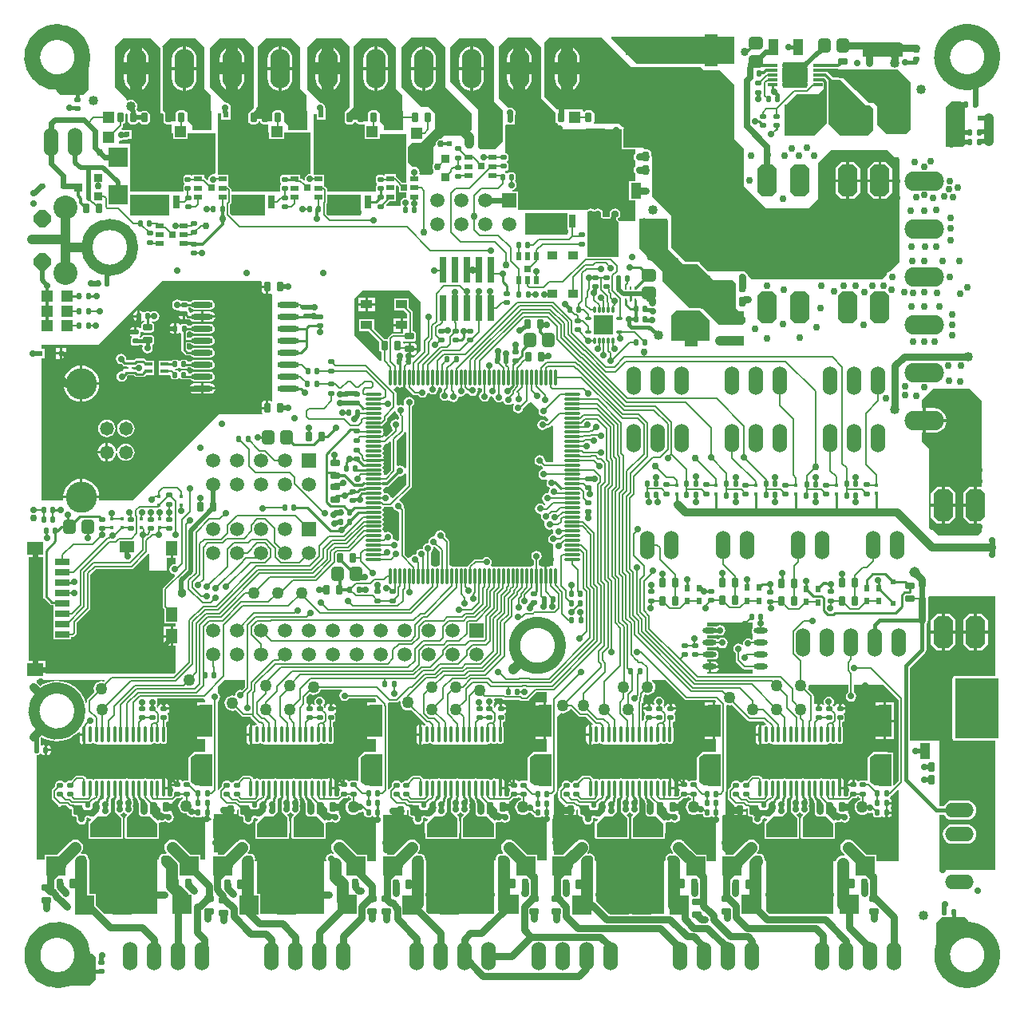
<source format=gtl>
G04 Layer_Physical_Order=1*
G04 Layer_Color=255*
%FSLAX24Y24*%
%MOIN*%
G70*
G01*
G75*
%ADD10C,0.0450*%
%ADD11C,0.0650*%
%ADD12R,0.0394X0.0354*%
%ADD13R,0.0157X0.0118*%
%ADD14R,0.0807X0.0807*%
%ADD15O,0.0315X0.0110*%
%ADD16O,0.0110X0.0315*%
G04:AMPARAMS|DCode=17|XSize=22mil|YSize=24mil|CornerRadius=4.4mil|HoleSize=0mil|Usage=FLASHONLY|Rotation=0.000|XOffset=0mil|YOffset=0mil|HoleType=Round|Shape=RoundedRectangle|*
%AMROUNDEDRECTD17*
21,1,0.0220,0.0152,0,0,0.0*
21,1,0.0132,0.0240,0,0,0.0*
1,1,0.0088,0.0066,-0.0076*
1,1,0.0088,-0.0066,-0.0076*
1,1,0.0088,-0.0066,0.0076*
1,1,0.0088,0.0066,0.0076*
%
%ADD17ROUNDEDRECTD17*%
%ADD18R,0.0240X0.0240*%
G04:AMPARAMS|DCode=19|XSize=29.1mil|YSize=39.4mil|CornerRadius=5.8mil|HoleSize=0mil|Usage=FLASHONLY|Rotation=0.000|XOffset=0mil|YOffset=0mil|HoleType=Round|Shape=RoundedRectangle|*
%AMROUNDEDRECTD19*
21,1,0.0291,0.0277,0,0,0.0*
21,1,0.0175,0.0394,0,0,0.0*
1,1,0.0117,0.0087,-0.0139*
1,1,0.0117,-0.0087,-0.0139*
1,1,0.0117,-0.0087,0.0139*
1,1,0.0117,0.0087,0.0139*
%
%ADD19ROUNDEDRECTD19*%
G04:AMPARAMS|DCode=20|XSize=29.1mil|YSize=39.4mil|CornerRadius=5.8mil|HoleSize=0mil|Usage=FLASHONLY|Rotation=270.000|XOffset=0mil|YOffset=0mil|HoleType=Round|Shape=RoundedRectangle|*
%AMROUNDEDRECTD20*
21,1,0.0291,0.0277,0,0,270.0*
21,1,0.0175,0.0394,0,0,270.0*
1,1,0.0117,-0.0139,-0.0087*
1,1,0.0117,-0.0139,0.0087*
1,1,0.0117,0.0139,0.0087*
1,1,0.0117,0.0139,-0.0087*
%
%ADD20ROUNDEDRECTD20*%
G04:AMPARAMS|DCode=21|XSize=22mil|YSize=24mil|CornerRadius=4.4mil|HoleSize=0mil|Usage=FLASHONLY|Rotation=270.000|XOffset=0mil|YOffset=0mil|HoleType=Round|Shape=RoundedRectangle|*
%AMROUNDEDRECTD21*
21,1,0.0220,0.0152,0,0,270.0*
21,1,0.0132,0.0240,0,0,270.0*
1,1,0.0088,-0.0076,-0.0066*
1,1,0.0088,-0.0076,0.0066*
1,1,0.0088,0.0076,0.0066*
1,1,0.0088,0.0076,-0.0066*
%
%ADD21ROUNDEDRECTD21*%
%ADD22R,0.0354X0.0157*%
%ADD23C,0.0394*%
%ADD24R,0.0360X0.0320*%
%ADD25R,0.0240X0.0240*%
%ADD26R,0.0790X0.0790*%
%ADD27R,0.0790X0.0790*%
%ADD28R,0.0236X0.0335*%
%ADD29R,0.0335X0.0236*%
%ADD30R,0.0433X0.0669*%
G04:AMPARAMS|DCode=31|XSize=52mil|YSize=60mil|CornerRadius=13mil|HoleSize=0mil|Usage=FLASHONLY|Rotation=270.000|XOffset=0mil|YOffset=0mil|HoleType=Round|Shape=RoundedRectangle|*
%AMROUNDEDRECTD31*
21,1,0.0520,0.0340,0,0,270.0*
21,1,0.0260,0.0600,0,0,270.0*
1,1,0.0260,-0.0170,-0.0130*
1,1,0.0260,-0.0170,0.0130*
1,1,0.0260,0.0170,0.0130*
1,1,0.0260,0.0170,-0.0130*
%
%ADD31ROUNDEDRECTD31*%
%ADD32R,0.0551X0.1339*%
%ADD33O,0.0138X0.0669*%
%ADD34R,0.2055X0.1220*%
%ADD35R,0.0250X0.0250*%
%ADD36R,0.0591X0.0453*%
%ADD37R,0.0669X0.0551*%
%ADD38R,0.0453X0.0591*%
%ADD39R,0.0591X0.0315*%
%ADD40C,0.0500*%
%ADD41C,0.0600*%
G04:AMPARAMS|DCode=42|XSize=52mil|YSize=60mil|CornerRadius=13mil|HoleSize=0mil|Usage=FLASHONLY|Rotation=0.000|XOffset=0mil|YOffset=0mil|HoleType=Round|Shape=RoundedRectangle|*
%AMROUNDEDRECTD42*
21,1,0.0520,0.0340,0,0,0.0*
21,1,0.0260,0.0600,0,0,0.0*
1,1,0.0260,0.0130,-0.0170*
1,1,0.0260,-0.0130,-0.0170*
1,1,0.0260,-0.0130,0.0170*
1,1,0.0260,0.0130,0.0170*
%
%ADD42ROUNDEDRECTD42*%
%ADD43R,0.0669X0.0433*%
%ADD44R,0.0480X0.0480*%
%ADD45R,0.0480X0.0480*%
%ADD46R,0.1260X0.0630*%
%ADD47R,0.0630X0.1260*%
%ADD48R,0.0200X0.0280*%
G04:AMPARAMS|DCode=49|XSize=40mil|YSize=40mil|CornerRadius=20mil|HoleSize=0mil|Usage=FLASHONLY|Rotation=0.000|XOffset=0mil|YOffset=0mil|HoleType=Round|Shape=RoundedRectangle|*
%AMROUNDEDRECTD49*
21,1,0.0400,0.0000,0,0,0.0*
21,1,0.0000,0.0400,0,0,0.0*
1,1,0.0400,0.0000,0.0000*
1,1,0.0400,0.0000,0.0000*
1,1,0.0400,0.0000,0.0000*
1,1,0.0400,0.0000,0.0000*
%
%ADD49ROUNDEDRECTD49*%
G04:AMPARAMS|DCode=50|XSize=40mil|YSize=40mil|CornerRadius=20mil|HoleSize=0mil|Usage=FLASHONLY|Rotation=90.000|XOffset=0mil|YOffset=0mil|HoleType=Round|Shape=RoundedRectangle|*
%AMROUNDEDRECTD50*
21,1,0.0400,0.0000,0,0,90.0*
21,1,0.0000,0.0400,0,0,90.0*
1,1,0.0400,0.0000,0.0000*
1,1,0.0400,0.0000,0.0000*
1,1,0.0400,0.0000,0.0000*
1,1,0.0400,0.0000,0.0000*
%
%ADD50ROUNDEDRECTD50*%
%ADD51R,0.0295X0.1102*%
%ADD52R,0.1673X0.0465*%
%ADD53R,0.0280X0.0560*%
%ADD54R,0.1970X0.1700*%
%ADD55R,0.1299X0.0354*%
%ADD56R,0.0354X0.1299*%
%ADD57O,0.0709X0.0118*%
%ADD58O,0.0118X0.0709*%
%ADD59R,0.0402X0.0118*%
G04:AMPARAMS|DCode=60|XSize=105mil|YSize=105mil|CornerRadius=26.3mil|HoleSize=0mil|Usage=FLASHONLY|Rotation=0.000|XOffset=0mil|YOffset=0mil|HoleType=Round|Shape=RoundedRectangle|*
%AMROUNDEDRECTD60*
21,1,0.1050,0.0525,0,0,0.0*
21,1,0.0525,0.1050,0,0,0.0*
1,1,0.0525,0.0263,-0.0263*
1,1,0.0525,-0.0263,-0.0263*
1,1,0.0525,-0.0263,0.0263*
1,1,0.0525,0.0263,0.0263*
%
%ADD60ROUNDEDRECTD60*%
%ADD61O,0.0906X0.0236*%
%ADD62O,0.0591X0.0236*%
%ADD63R,0.0472X0.0354*%
%ADD64R,0.0110X0.0157*%
%ADD65R,0.0551X0.0197*%
%ADD66R,0.0250X0.0250*%
%ADD67R,0.0128X0.0106*%
%ADD68C,0.0200*%
%ADD69C,0.0080*%
%ADD70C,0.0070*%
%ADD71C,0.0160*%
%ADD72C,0.0100*%
%ADD73C,0.0240*%
%ADD74C,0.0290*%
%ADD75C,0.0120*%
%ADD76C,0.0400*%
%ADD77C,0.0300*%
%ADD78C,0.0140*%
%ADD79C,0.0320*%
%ADD80C,0.0250*%
%ADD81C,0.0500*%
%ADD82C,0.0180*%
%ADD83C,0.0150*%
%ADD84C,0.0220*%
%ADD85O,0.1650X0.0825*%
%ADD86O,0.0825X0.1650*%
%ADD87C,0.0591*%
%ADD88R,0.0591X0.0591*%
%ADD89O,0.0600X0.1200*%
G04:AMPARAMS|DCode=90|XSize=133mil|YSize=83mil|CornerRadius=0mil|HoleSize=0mil|Usage=FLASHONLY|Rotation=90.000|XOffset=0mil|YOffset=0mil|HoleType=Round|Shape=Octagon|*
%AMOCTAGOND90*
4,1,8,0.0208,0.0665,-0.0208,0.0665,-0.0415,0.0458,-0.0415,-0.0458,-0.0208,-0.0665,0.0208,-0.0665,0.0415,-0.0458,0.0415,0.0458,0.0208,0.0665,0.0*
%
%ADD90OCTAGOND90*%

%ADD91C,0.1305*%
%ADD92C,0.0580*%
%ADD93C,0.1000*%
%ADD94P,0.0758X8X292.5*%
%ADD95O,0.1200X0.0600*%
%ADD96C,0.0300*%
%ADD97C,0.0400*%
%ADD98C,0.0290*%
%ADD99C,0.0450*%
%ADD100C,0.0250*%
%ADD101C,0.0380*%
%ADD102C,0.0340*%
G36*
X9343Y12700D02*
X9205Y12562D01*
X9154Y12572D01*
X9070Y12555D01*
X8999Y12508D01*
X8951Y12437D01*
X8938Y12368D01*
X8902Y12339D01*
X8888Y12333D01*
X8810Y12343D01*
X8726Y12332D01*
X8649Y12300D01*
X8582Y12248D01*
X8530Y12181D01*
X8498Y12104D01*
X8487Y12020D01*
X8498Y11936D01*
X8530Y11859D01*
X8582Y11792D01*
X8649Y11740D01*
X8726Y11708D01*
X8810Y11697D01*
X8894Y11708D01*
X8943Y11729D01*
X9194Y11477D01*
X9194Y11477D01*
X9230Y11453D01*
X9273Y11444D01*
X9273Y11444D01*
X9579D01*
X9581Y11432D01*
X9605Y11396D01*
X9835Y11167D01*
X9815Y11115D01*
X9781Y11109D01*
X9763Y11097D01*
X9701Y11100D01*
X9646Y11137D01*
X9630Y11140D01*
Y10712D01*
Y10284D01*
X9646Y10287D01*
X9701Y10325D01*
X9763Y10327D01*
X9781Y10315D01*
X9836Y10305D01*
X9890Y10315D01*
X9933Y10344D01*
X9947Y10350D01*
X9980D01*
X9994Y10344D01*
X10037Y10315D01*
X10069Y10309D01*
X10091Y10305D01*
X10094Y10300D01*
X12392D01*
X12395Y10305D01*
X12417Y10309D01*
X12449Y10315D01*
X12492Y10344D01*
X12506Y10350D01*
X12539D01*
X12553Y10344D01*
X12596Y10315D01*
X12651Y10305D01*
X12705Y10315D01*
X12751Y10346D01*
X12753Y10350D01*
X12803D01*
X12806Y10346D01*
X12852Y10315D01*
X12906Y10305D01*
X12961Y10315D01*
X13007Y10346D01*
X13037Y10392D01*
X13048Y10446D01*
Y10978D01*
X13037Y11032D01*
X13019Y11060D01*
Y11230D01*
X13050Y11237D01*
X13088Y11262D01*
X13113Y11300D01*
X13122Y11344D01*
Y11476D01*
X13113Y11520D01*
X13088Y11558D01*
X13100Y11611D01*
X13110Y11617D01*
X13142Y11665D01*
X13153Y11721D01*
Y11737D01*
X12930D01*
Y11787D01*
X12880D01*
Y12000D01*
X12854D01*
X12798Y11989D01*
X12750Y11957D01*
X12718Y11909D01*
X12707Y11853D01*
Y11844D01*
X12657Y11818D01*
X12655Y11819D01*
Y11856D01*
X12646Y11900D01*
X12621Y11938D01*
X12620Y11942D01*
X12657Y11996D01*
X12673Y12080D01*
X12657Y12164D01*
X12609Y12235D01*
X12538Y12283D01*
X12454Y12299D01*
X12370Y12283D01*
X12299Y12235D01*
X12252Y12164D01*
X12235Y12080D01*
X12252Y11996D01*
X12270Y11969D01*
X12268Y11967D01*
X12220Y11960D01*
X12207Y11963D01*
X12165Y11991D01*
X12109Y12002D01*
X12083D01*
Y11789D01*
X11983D01*
Y12002D01*
X11957D01*
X11941Y11999D01*
X11891Y12040D01*
Y12253D01*
X12046Y12407D01*
X12116Y12378D01*
X12200Y12367D01*
X12284Y12378D01*
X12361Y12410D01*
X12428Y12462D01*
X12480Y12529D01*
X12500Y12578D01*
X13386D01*
X13402Y12528D01*
X13345Y12490D01*
X13297Y12419D01*
X13281Y12335D01*
X13297Y12251D01*
X13345Y12180D01*
X13416Y12132D01*
X13500Y12116D01*
X13584Y12132D01*
X13655Y12180D01*
X13684Y12223D01*
X14767D01*
X14810Y12180D01*
Y12043D01*
X14424D01*
Y11924D01*
X14930D01*
Y10624D01*
X14424D01*
Y10504D01*
X14810D01*
Y9992D01*
X14350D01*
X14311Y9984D01*
X14278Y9962D01*
X14098Y9782D01*
X14076Y9749D01*
X14068Y9710D01*
Y8786D01*
X14051Y8774D01*
X14021Y8762D01*
X13990Y8782D01*
X13946Y8791D01*
X13794D01*
X13750Y8782D01*
X13712Y8757D01*
X13657Y8766D01*
X13650Y8777D01*
X13602Y8809D01*
X13546Y8820D01*
X13520D01*
Y8607D01*
X13470D01*
Y8557D01*
X13247D01*
Y8541D01*
X13258Y8485D01*
X13290Y8437D01*
X13300Y8431D01*
X13312Y8378D01*
X13287Y8340D01*
X13278Y8296D01*
Y8196D01*
X13207Y8126D01*
X13114D01*
X13073Y8176D01*
X13079Y8202D01*
Y8418D01*
X12906D01*
Y8468D01*
X12856D01*
Y8896D01*
X12840Y8893D01*
X12785Y8855D01*
X12723Y8853D01*
X12705Y8865D01*
X12651Y8875D01*
X12596Y8865D01*
X12553Y8836D01*
X12539Y8830D01*
X12506D01*
X12492Y8836D01*
X12449Y8865D01*
X12395Y8875D01*
X12340Y8865D01*
X12334Y8860D01*
X12200D01*
X12193Y8865D01*
X12139Y8875D01*
X12084Y8865D01*
X12078Y8860D01*
X11944D01*
X11937Y8865D01*
X11883Y8875D01*
X11829Y8865D01*
X11822Y8860D01*
X11688D01*
X11681Y8865D01*
X11627Y8875D01*
X11573Y8865D01*
X11566Y8860D01*
X11432D01*
X11425Y8865D01*
X11371Y8875D01*
X11317Y8865D01*
X11310Y8860D01*
X11176D01*
X11169Y8865D01*
X11115Y8875D01*
X11061Y8865D01*
X11054Y8860D01*
X10920D01*
X10913Y8865D01*
X10859Y8875D01*
X10805Y8865D01*
X10798Y8860D01*
X10664D01*
X10657Y8865D01*
X10603Y8875D01*
X10549Y8865D01*
X10542Y8860D01*
X10408D01*
X10402Y8865D01*
X10347Y8875D01*
X10293Y8865D01*
X10286Y8860D01*
X10152D01*
X10146Y8865D01*
X10091Y8875D01*
X10037Y8865D01*
X9994Y8836D01*
X9980Y8830D01*
X9947D01*
X9933Y8836D01*
X9890Y8865D01*
X9836Y8875D01*
X9781Y8865D01*
X9740Y8837D01*
X9739Y8837D01*
X9715Y8842D01*
X9688Y8853D01*
X9683Y8876D01*
X9659Y8912D01*
X9659Y8912D01*
X9622Y8949D01*
X9585Y8974D01*
X9542Y8982D01*
X9542Y8982D01*
X9284D01*
X9284Y8982D01*
X9241Y8974D01*
X9205Y8949D01*
X9025Y8769D01*
X8917D01*
X8873Y8760D01*
X8835Y8735D01*
X8813Y8703D01*
X8787Y8700D01*
X8760Y8703D01*
X8738Y8735D01*
X8700Y8760D01*
X8656Y8769D01*
X8504D01*
X8460Y8760D01*
X8422Y8735D01*
X8397Y8697D01*
X8388Y8653D01*
Y8553D01*
X8271Y8436D01*
X8248Y8402D01*
X8244Y8401D01*
X8198Y8415D01*
Y12090D01*
X8235Y12115D01*
X8283Y12186D01*
X8299Y12270D01*
X8283Y12354D01*
X8235Y12425D01*
X8190Y12455D01*
Y12722D01*
X8468Y13000D01*
X9343D01*
Y12700D01*
D02*
G37*
G36*
X15704Y33652D02*
X15716Y33635D01*
X15727Y33618D01*
X15729Y33617D01*
X15729Y33616D01*
X15764Y33583D01*
Y33357D01*
X16070D01*
Y33152D01*
X16042Y33129D01*
X15958Y33113D01*
X15887Y33065D01*
X15839Y32994D01*
X15823Y32910D01*
X15839Y32830D01*
X15838Y32818D01*
X15817Y32780D01*
X15248D01*
X15228Y32830D01*
X15375Y32978D01*
X15647D01*
Y33352D01*
Y33615D01*
X15696Y33652D01*
X15704Y33652D01*
D02*
G37*
G36*
X19740Y39440D02*
Y37120D01*
X20090Y36770D01*
Y35480D01*
X19770Y35160D01*
X19142D01*
X19060Y35242D01*
Y36810D01*
X17910Y37960D01*
Y39420D01*
X18290Y39800D01*
X19380D01*
X19740Y39440D01*
D02*
G37*
G36*
X17710Y39420D02*
Y38410D01*
Y37750D01*
X18060Y37400D01*
X18820Y36640D01*
Y35990D01*
X18540Y35710D01*
X17650D01*
X17532Y35592D01*
X17520Y35594D01*
X17434Y35577D01*
X17361Y35529D01*
X17313Y35456D01*
X17296Y35370D01*
X17298Y35358D01*
X17200Y35260D01*
Y34650D01*
Y34543D01*
X17179Y34512D01*
X17162Y34426D01*
X17179Y34340D01*
X17200Y34309D01*
Y34180D01*
X17100Y34080D01*
X16680D01*
X16619Y34141D01*
X16631Y34200D01*
X16614Y34284D01*
X16567Y34355D01*
X16496Y34403D01*
X16412Y34419D01*
X16353Y34407D01*
X16141Y34619D01*
Y35241D01*
X16320Y35420D01*
X16696D01*
X16746Y35470D01*
X16799Y35523D01*
X16810D01*
Y35534D01*
X17280Y36004D01*
Y36630D01*
X17000Y36910D01*
X16720D01*
X16140Y37490D01*
X15870Y37760D01*
Y39430D01*
X16260Y39820D01*
X17310D01*
X17710Y39420D01*
D02*
G37*
G36*
X39419Y36939D02*
Y36565D01*
Y35344D01*
X39321Y35246D01*
X38622D01*
Y36929D01*
X38691Y36998D01*
X38829Y37136D01*
X39222D01*
X39419Y36939D01*
D02*
G37*
G36*
X6160Y32380D02*
X4550D01*
Y33238D01*
X4560Y33240D01*
X6160D01*
Y32380D01*
D02*
G37*
G36*
X22790Y31570D02*
X21030D01*
Y32480D01*
X22790D01*
Y31570D01*
D02*
G37*
G36*
X14180Y32380D02*
X12820D01*
X12747Y32453D01*
Y32875D01*
X12756Y32884D01*
X12779Y32918D01*
X12787Y32959D01*
Y33260D01*
X14180D01*
Y32380D01*
D02*
G37*
G36*
X24126Y32595D02*
X24174Y32564D01*
X24205Y32516D01*
X24216Y32460D01*
X24203Y32394D01*
Y32384D01*
X24202Y32374D01*
X24203Y32362D01*
X24203Y32362D01*
X24203Y32361D01*
X24207Y32348D01*
X24211Y32336D01*
X24211Y32335D01*
X24211Y32335D01*
X24232Y32296D01*
X24238Y32288D01*
X24244Y32280D01*
X24247Y32278D01*
X24249Y32275D01*
X24259Y32270D01*
X24267Y32264D01*
X24271Y32263D01*
X24274Y32262D01*
X24284Y32261D01*
X24295Y32259D01*
X24556D01*
X24565Y32260D01*
X24575Y32261D01*
X24579Y32263D01*
X24583Y32264D01*
X24591Y32269D01*
X24600Y32274D01*
X24603Y32277D01*
X24607Y32280D01*
X24612Y32287D01*
X24618Y32294D01*
X24647Y32345D01*
X24650Y32355D01*
X24655Y32366D01*
Y32369D01*
X24655Y32371D01*
X24655Y32382D01*
Y32394D01*
X24644Y32450D01*
X24655Y32506D01*
X24686Y32554D01*
X24734Y32585D01*
X24790Y32596D01*
X24846Y32585D01*
X24894Y32554D01*
X24925Y32506D01*
X24930Y32482D01*
Y32418D01*
X24925Y32394D01*
X24894Y32346D01*
X24874Y32333D01*
X24869Y32328D01*
X24863Y32324D01*
X24859Y32318D01*
X24854Y32313D01*
X24851Y32307D01*
X24847Y32301D01*
X24846Y32294D01*
X24843Y32288D01*
Y32281D01*
X24842Y32274D01*
Y32214D01*
X24843Y32207D01*
Y32200D01*
X24846Y32193D01*
X24847Y32186D01*
X24851Y32181D01*
X24854Y32174D01*
X24859Y32169D01*
X24863Y32163D01*
X24869Y32159D01*
X24874Y32154D01*
X24894Y32141D01*
X24914Y32110D01*
X24919Y32105D01*
X24923Y32100D01*
X24929Y32096D01*
X24930Y32094D01*
Y30660D01*
X24635D01*
X24600Y30667D01*
X24565Y30660D01*
X23640D01*
Y32548D01*
X23642Y32550D01*
X23649Y32552D01*
X23657Y32554D01*
X23662Y32557D01*
X23668Y32560D01*
X23707Y32584D01*
X23708Y32585D01*
X23709Y32585D01*
X23724Y32595D01*
X23748Y32600D01*
X23812D01*
X23836Y32595D01*
X23885Y32562D01*
X23911Y32552D01*
X23925D01*
X23939D01*
X23965Y32562D01*
X24014Y32595D01*
X24038Y32600D01*
X24102D01*
X24126Y32595D01*
D02*
G37*
G36*
X10170Y32390D02*
X8794D01*
X8717Y32467D01*
Y32845D01*
X8740Y32868D01*
X8763Y32903D01*
X8771Y32944D01*
Y33260D01*
X10170D01*
Y32390D01*
D02*
G37*
G36*
X5800Y39390D02*
X5800Y36650D01*
X5903D01*
X5935Y36611D01*
X5934Y36609D01*
Y36331D01*
X5944Y36281D01*
X5972Y36239D01*
X6015Y36211D01*
X6065Y36201D01*
X6240D01*
X6270Y36176D01*
Y35820D01*
X6333D01*
Y35580D01*
X6953D01*
Y35820D01*
X8090D01*
Y34142D01*
X8051Y34110D01*
X8018Y34117D01*
X7934Y34100D01*
X7863Y34053D01*
X7815Y33982D01*
X7799Y33898D01*
X7800Y33889D01*
X7754Y33864D01*
X7699Y33919D01*
X7663Y33944D01*
X7625Y33951D01*
Y34096D01*
X7150D01*
Y34078D01*
X7142Y34072D01*
X7100Y34056D01*
X7075Y34073D01*
X7031Y34082D01*
X6879D01*
X6834Y34073D01*
X6797Y34048D01*
X6771Y34010D01*
X6762Y33966D01*
Y33834D01*
X6771Y33789D01*
X6797Y33751D01*
X6817Y33738D01*
X6817Y33737D01*
Y33683D01*
X6817Y33682D01*
X6797Y33669D01*
X6771Y33631D01*
X6762Y33587D01*
Y33455D01*
X6769Y33420D01*
X6751Y33386D01*
X6738Y33370D01*
X4540D01*
Y35380D01*
X4060D01*
Y35493D01*
X4110Y35531D01*
X4160Y35521D01*
X4244Y35537D01*
X4288Y35567D01*
X4390D01*
X4456Y35580D01*
X4457Y35580D01*
X4600D01*
Y35960D01*
X4220D01*
Y35960D01*
X4220Y35960D01*
X4191Y35970D01*
X4176Y36024D01*
X4212Y36060D01*
X4212Y36060D01*
X4236Y36096D01*
X4244Y36139D01*
X4244Y36139D01*
Y36206D01*
X4270Y36211D01*
X4312Y36239D01*
X4341Y36281D01*
X4351Y36331D01*
Y36609D01*
X4387Y36640D01*
X4412D01*
X4450Y36599D01*
Y36331D01*
X4460Y36281D01*
X4488Y36239D01*
X4530Y36211D01*
X4580Y36201D01*
X4755D01*
X4805Y36211D01*
X4848Y36239D01*
X4876Y36281D01*
X4879Y36297D01*
X4931D01*
X4934Y36281D01*
X4962Y36239D01*
X5005Y36211D01*
X5055Y36201D01*
X5230D01*
X5280Y36211D01*
X5322Y36239D01*
X5351Y36281D01*
X5360Y36331D01*
Y36360D01*
Y36609D01*
X5360Y36611D01*
X5351Y36659D01*
X5322Y36701D01*
X5280Y36729D01*
X5230Y36739D01*
X5055D01*
X5005Y36729D01*
X4984Y36715D01*
X4954Y36705D01*
X4917Y36723D01*
X4821Y36819D01*
X4807Y36840D01*
X4823Y36880D01*
X4832Y36950D01*
X4823Y37020D01*
X4796Y37086D01*
X4753Y37143D01*
X4696Y37186D01*
X4630Y37213D01*
X4560Y37222D01*
X4490Y37213D01*
X4445Y37195D01*
X4380Y37260D01*
X3890Y37750D01*
X3890Y39440D01*
X4250Y39800D01*
X5390D01*
X5800Y39390D01*
D02*
G37*
G36*
X21720Y39400D02*
X21720Y37260D01*
X22309Y36671D01*
X22310Y36608D01*
X22310Y36608D01*
Y36608D01*
Y36331D01*
X22319Y36281D01*
X22348Y36239D01*
X22390Y36210D01*
X22400Y36209D01*
Y36000D01*
X25082D01*
Y35165D01*
X25650D01*
Y35005D01*
X25635Y34995D01*
X25587Y34924D01*
X25571Y34840D01*
X25572Y34835D01*
X25571Y34830D01*
X25587Y34746D01*
X25635Y34675D01*
X25650Y34665D01*
Y34455D01*
X25635Y34445D01*
X25587Y34374D01*
X25571Y34290D01*
X25587Y34206D01*
X25635Y34135D01*
X25650Y34125D01*
Y33835D01*
X25372D01*
Y33025D01*
X25650D01*
Y32150D01*
X24973D01*
X24945Y32193D01*
X24913Y32214D01*
Y32274D01*
X24945Y32295D01*
X24993Y32366D01*
X25009Y32450D01*
X24993Y32534D01*
X24945Y32605D01*
X24874Y32653D01*
X24790Y32669D01*
X24706Y32653D01*
X24635Y32605D01*
X24587Y32534D01*
X24571Y32450D01*
X24585Y32380D01*
X24556Y32330D01*
X24295D01*
X24274Y32368D01*
X24273Y32380D01*
X24289Y32460D01*
X24273Y32544D01*
X24225Y32615D01*
X24154Y32663D01*
X24070Y32679D01*
X23986Y32663D01*
X23925Y32622D01*
X23864Y32663D01*
X23780Y32679D01*
X23696Y32663D01*
X23669Y32645D01*
X23630Y32620D01*
Y32620D01*
X23630Y32620D01*
X20758D01*
X20745Y32665D01*
X20745D01*
Y33395D01*
X20497D01*
X20493Y33445D01*
X20554Y33457D01*
X20625Y33505D01*
X20673Y33576D01*
X20689Y33660D01*
X20673Y33744D01*
X20637Y33797D01*
X20615Y33842D01*
X20640Y33880D01*
X20649Y33924D01*
Y34076D01*
X20640Y34120D01*
X20615Y34158D01*
X20577Y34183D01*
X20533Y34192D01*
X20401D01*
X20357Y34183D01*
X20319Y34158D01*
X20307Y34140D01*
X20250D01*
X20238Y34158D01*
X20200Y34183D01*
X20200Y34183D01*
Y34258D01*
X20216D01*
X20260Y34267D01*
X20298Y34292D01*
X20323Y34330D01*
X20332Y34374D01*
Y34506D01*
X20323Y34550D01*
X20298Y34588D01*
X20278Y34602D01*
X20278Y34602D01*
Y34657D01*
X20278Y34657D01*
X20298Y34671D01*
X20323Y34708D01*
X20332Y34753D01*
Y34885D01*
X20323Y34929D01*
X20298Y34967D01*
X20260Y34992D01*
X20216Y35001D01*
X20200D01*
Y36152D01*
X20230Y36190D01*
X20401D01*
X20420Y36186D01*
X20439Y36190D01*
X20610D01*
Y36361D01*
X20614Y36380D01*
Y36476D01*
Y36583D01*
X20623Y36596D01*
X20624Y36602D01*
X20639Y36680D01*
X20623Y36764D01*
X20575Y36835D01*
X20504Y36883D01*
X20420Y36899D01*
X20340Y36883D01*
X19930Y37294D01*
Y39440D01*
X20300Y39810D01*
X21310D01*
X21720Y39400D01*
D02*
G37*
G36*
X9720Y39420D02*
Y36890D01*
X9610Y36780D01*
X9558Y36728D01*
X9518Y36701D01*
X9491Y36661D01*
X9480Y36650D01*
Y36611D01*
X9480Y36611D01*
X9480Y36611D01*
X9480Y36609D01*
Y36490D01*
Y36331D01*
X9489Y36281D01*
X9518Y36239D01*
X9560Y36211D01*
X9610Y36201D01*
X9785D01*
X9835Y36211D01*
X9878Y36239D01*
X9906Y36281D01*
X9916Y36331D01*
X9964Y36331D01*
X9974Y36281D01*
X10002Y36239D01*
X10045Y36211D01*
X10095Y36201D01*
X10270D01*
X10300Y36176D01*
Y35860D01*
X10353D01*
Y35580D01*
X10973D01*
Y35860D01*
X12080D01*
Y34149D01*
X12053Y34127D01*
X11969Y34110D01*
X11898Y34062D01*
X11851Y33991D01*
X11834Y33907D01*
X11843Y33862D01*
X11797Y33837D01*
X11725Y33909D01*
X11688Y33934D01*
X11645Y33942D01*
X11641Y33990D01*
Y34096D01*
X11166D01*
Y34096D01*
X11116Y34069D01*
X11111Y34073D01*
X11066Y34082D01*
X10914D01*
X10870Y34073D01*
X10832Y34048D01*
X10807Y34010D01*
X10798Y33966D01*
Y33834D01*
X10807Y33789D01*
X10832Y33751D01*
X10852Y33738D01*
X10853Y33737D01*
Y33683D01*
X10852Y33682D01*
X10832Y33669D01*
X10807Y33631D01*
X10798Y33587D01*
Y33455D01*
X10805Y33420D01*
X10786Y33386D01*
X10773Y33370D01*
X8771D01*
Y33458D01*
X8763Y33499D01*
X8740Y33534D01*
X8674Y33599D01*
X8639Y33623D01*
X8629Y33625D01*
Y34096D01*
X8200D01*
Y36650D01*
X8350D01*
Y36400D01*
X8730D01*
Y36490D01*
Y36844D01*
X8739Y36890D01*
X8723Y36974D01*
X8675Y37045D01*
X8604Y37093D01*
X8520Y37109D01*
X8512Y37108D01*
X7860Y37760D01*
X7860Y39400D01*
X8260Y39800D01*
X9340Y39800D01*
X9720Y39420D01*
D02*
G37*
G36*
X2795Y38822D02*
Y37657D01*
X2558Y37420D01*
X1630D01*
X1457Y37593D01*
X1457Y37844D01*
X2745Y38847D01*
X2795Y38822D01*
D02*
G37*
G36*
X13700Y39440D02*
Y36920D01*
X13490Y36710D01*
Y36609D01*
X13490Y36609D01*
X13490D01*
D01*
Y36400D01*
Y36331D01*
X13499Y36281D01*
X13528Y36239D01*
X13570Y36211D01*
X13620Y36201D01*
X13795D01*
X13845Y36211D01*
X13888Y36239D01*
X13916Y36281D01*
X13919Y36299D01*
X13970D01*
X13974Y36281D01*
X14002Y36239D01*
X14045Y36210D01*
X14095Y36201D01*
X14270D01*
X14296Y36206D01*
X14341Y36173D01*
X14343Y36168D01*
Y35580D01*
X14963D01*
Y35800D01*
X16070D01*
Y33747D01*
X15917D01*
X15911Y33752D01*
X15910Y33757D01*
X15886Y33794D01*
X15886Y33794D01*
X15687Y33993D01*
X15650Y34018D01*
X15647Y34018D01*
Y34102D01*
X15173D01*
Y34091D01*
X15123Y34064D01*
X15110Y34072D01*
X15066Y34081D01*
X14914D01*
X14870Y34072D01*
X14832Y34047D01*
X14807Y34009D01*
X14798Y33965D01*
Y33833D01*
X14807Y33788D01*
X14832Y33751D01*
X14852Y33737D01*
X14852Y33737D01*
Y33682D01*
X14852Y33682D01*
X14832Y33668D01*
X14807Y33630D01*
X14798Y33586D01*
Y33454D01*
X14805Y33420D01*
X14785Y33385D01*
X14773Y33370D01*
X12787D01*
Y33448D01*
X12779Y33489D01*
X12756Y33524D01*
X12680Y33599D01*
X12645Y33623D01*
X12645Y33623D01*
Y34096D01*
X12220D01*
X12220Y36630D01*
X12330D01*
Y36400D01*
X12710D01*
Y36630D01*
Y36870D01*
X12689Y36891D01*
X12680Y36936D01*
X12674Y36945D01*
X12673Y36954D01*
X12625Y37025D01*
X12554Y37073D01*
X12496Y37084D01*
X11930Y37650D01*
Y39430D01*
X12300Y39800D01*
X13340D01*
X13700Y39440D01*
D02*
G37*
G36*
X34155Y38048D02*
X34202D01*
X34470Y37780D01*
X35280Y36970D01*
X35450D01*
X35570Y36850D01*
Y35960D01*
X35330Y35720D01*
X34200D01*
X33710Y36210D01*
Y36700D01*
Y37606D01*
X33711Y37608D01*
X33721Y37659D01*
Y37963D01*
X33713Y38006D01*
X33731Y38035D01*
X33743Y38050D01*
X34146D01*
X34155Y38048D01*
D02*
G37*
G36*
X33640Y37613D02*
X33639Y37606D01*
Y36700D01*
Y36229D01*
X33620Y36210D01*
X33130Y35720D01*
X31880D01*
Y36950D01*
X32380Y37450D01*
X33260D01*
X33540Y37730D01*
X33640D01*
Y37613D01*
D02*
G37*
G36*
X7650Y39410D02*
Y37660D01*
X7890Y37420D01*
Y36170D01*
X7750Y36030D01*
X7260D01*
X6970Y36320D01*
X6946D01*
X6936Y36331D01*
Y36609D01*
X6924Y36670D01*
X6889Y36723D01*
X6837Y36758D01*
X6775Y36770D01*
X6600D01*
X6539Y36758D01*
X6486Y36723D01*
X6451Y36670D01*
X6439Y36609D01*
Y36331D01*
X6430Y36320D01*
X6041D01*
X6040Y36321D01*
X6036Y36341D01*
Y36601D01*
X6036Y36601D01*
X6036Y36602D01*
Y36609D01*
X6035Y36615D01*
X6035Y36616D01*
X6035Y36631D01*
X6033Y36636D01*
X6032Y36641D01*
X6025Y36654D01*
X6019Y36668D01*
X6016Y36672D01*
X6013Y36676D01*
X5982Y36715D01*
X5978Y36718D01*
X5975Y36722D01*
X5963Y36730D01*
X5951Y36740D01*
X5946Y36741D01*
X5942Y36744D01*
X5927Y36747D01*
X5913Y36751D01*
X5902Y36800D01*
X5902Y39390D01*
X5894Y39429D01*
X5876Y39456D01*
X6210Y39790D01*
X7270D01*
X7650Y39410D01*
D02*
G37*
G36*
X15650D02*
Y37660D01*
X15890Y37420D01*
Y36170D01*
X15750Y36030D01*
X15260D01*
X14970Y36320D01*
X14965Y36326D01*
X14966Y36331D01*
Y36608D01*
X14954Y36670D01*
X14919Y36723D01*
X14867Y36758D01*
X14805Y36770D01*
X14630D01*
X14569Y36758D01*
X14516Y36723D01*
X14481Y36670D01*
X14469Y36608D01*
Y36331D01*
X14460Y36320D01*
X14071D01*
X14069Y36323D01*
X14067Y36328D01*
X14065Y36338D01*
X14059Y36347D01*
X14055Y36356D01*
X14048Y36363D01*
X14043Y36371D01*
X14034Y36377D01*
X14027Y36384D01*
X14018Y36388D01*
X14009Y36393D01*
X14000Y36395D01*
X13990Y36399D01*
X13980D01*
X13970Y36401D01*
X13919D01*
X13910Y36399D01*
X13900D01*
X13890Y36395D01*
X13880Y36393D01*
X13872Y36388D01*
X13863Y36384D01*
X13856Y36377D01*
X13847Y36371D01*
X13842Y36363D01*
X13835Y36356D01*
X13831Y36347D01*
X13825Y36338D01*
X13823Y36328D01*
X13821Y36323D01*
X13819Y36320D01*
X13600D01*
X13595Y36325D01*
X13591Y36341D01*
Y36661D01*
X13860Y36930D01*
Y39440D01*
X14210Y39790D01*
X15270D01*
X15650Y39410D01*
D02*
G37*
G36*
X11650D02*
Y37660D01*
X11890Y37420D01*
Y36170D01*
X11750Y36030D01*
X11260D01*
X10970Y36320D01*
X10965Y36326D01*
X10966Y36331D01*
Y36609D01*
X10954Y36670D01*
X10919Y36723D01*
X10867Y36758D01*
X10805Y36770D01*
X10630D01*
X10569Y36758D01*
X10516Y36723D01*
X10481Y36670D01*
X10469Y36609D01*
Y36331D01*
X10460Y36320D01*
X10071D01*
X10070Y36321D01*
X10064Y36351D01*
X10060Y36361D01*
X10058Y36370D01*
X10053Y36379D01*
X10049Y36388D01*
X10042Y36395D01*
X10036Y36403D01*
X10028Y36409D01*
X10021Y36416D01*
X10011Y36420D01*
X10003Y36426D01*
X9993Y36428D01*
X9984Y36431D01*
X9974D01*
X9964Y36433D01*
X9916Y36433D01*
X9906Y36431D01*
X9896D01*
X9887Y36428D01*
X9877Y36426D01*
X9869Y36420D01*
X9859Y36416D01*
X9852Y36409D01*
X9844Y36404D01*
X9838Y36395D01*
X9831Y36388D01*
X9827Y36379D01*
X9822Y36370D01*
X9820Y36361D01*
X9816Y36351D01*
X9810Y36321D01*
X9809Y36320D01*
X9600D01*
X9582Y36338D01*
X9581Y36341D01*
Y36601D01*
X9582Y36601D01*
X9581Y36602D01*
Y36609D01*
X9582Y36611D01*
Y36614D01*
X9591Y36628D01*
X9614Y36643D01*
X9621Y36650D01*
X9630Y36656D01*
X9792Y36818D01*
X9814Y36851D01*
X9822Y36890D01*
Y36892D01*
X9860Y36930D01*
Y39440D01*
X10210Y39790D01*
X11270D01*
X11650Y39410D01*
D02*
G37*
G36*
X25480Y38570D02*
X25850D01*
X28360Y38570D01*
X28470Y38460D01*
X29150Y38460D01*
X29770Y37840D01*
Y35850D01*
Y35570D01*
X30160Y35180D01*
X30160Y33620D01*
X31090Y32690D01*
X32890Y32690D01*
X33270Y33070D01*
Y34590D01*
X33800Y35120D01*
X36160D01*
X36660Y34620D01*
Y30420D01*
X36316Y30076D01*
X36262Y30066D01*
X36180Y30010D01*
X36124Y29928D01*
X36114Y29874D01*
X35950Y29710D01*
X33415D01*
X33390Y29715D01*
X33365Y29710D01*
X30520D01*
X30332Y29898D01*
X30331Y29906D01*
X30277Y29987D01*
X30196Y30041D01*
X30188Y30042D01*
X30180Y30050D01*
X30149D01*
X30100Y30060D01*
X30051Y30050D01*
X28680Y30050D01*
X28346Y30384D01*
Y30403D01*
X28327D01*
X28290Y30440D01*
X27750Y30440D01*
X27600Y30590D01*
X27140Y31050D01*
Y32380D01*
X26330Y33190D01*
X26330Y34840D01*
X26321Y34849D01*
Y34979D01*
X26309Y35040D01*
X26274Y35093D01*
X26221Y35128D01*
X26160Y35140D01*
X26030D01*
X25184Y35986D01*
Y36000D01*
X25177Y36039D01*
X25155Y36072D01*
X25121Y36094D01*
X25082Y36102D01*
X25068D01*
X24950Y36220D01*
X23939Y36220D01*
X23915Y36264D01*
X23919Y36270D01*
X23931Y36331D01*
Y36608D01*
X23919Y36670D01*
X23884Y36723D01*
X23831Y36758D01*
X23770Y36770D01*
X23595D01*
X23533Y36758D01*
X23500Y36735D01*
X23450Y36760D01*
Y36813D01*
X22770D01*
Y36810D01*
X22370D01*
X21840Y37340D01*
Y39620D01*
X22030Y39810D01*
X24240D01*
X25480Y38570D01*
D02*
G37*
G36*
X30551Y15162D02*
X30519Y15113D01*
X30504Y15040D01*
X30519Y14967D01*
X30551Y14918D01*
Y14686D01*
X30520Y14672D01*
X30502Y14668D01*
X30501Y14668D01*
X30434Y14713D01*
X30350Y14729D01*
X30266Y14713D01*
X30195Y14665D01*
X30147Y14594D01*
X30131Y14510D01*
X30136Y14484D01*
X30090Y14457D01*
X30035Y14494D01*
X29951Y14511D01*
X29867Y14494D01*
X29796Y14446D01*
X29748Y14375D01*
X29732Y14291D01*
X29748Y14207D01*
X29796Y14136D01*
X29843Y14105D01*
Y13804D01*
X29843Y13804D01*
X29851Y13761D01*
X29876Y13725D01*
X30140Y13461D01*
X30140Y13461D01*
X30176Y13436D01*
X30219Y13428D01*
X30219Y13428D01*
X30545D01*
X30551Y13418D01*
Y13238D01*
X28642D01*
Y13318D01*
X28697D01*
Y13540D01*
Y13762D01*
X28642D01*
Y13848D01*
X28924D01*
X28998Y13863D01*
X29060Y13904D01*
X29101Y13967D01*
X29116Y14040D01*
X29101Y14113D01*
X29060Y14176D01*
X28998Y14217D01*
X28924Y14232D01*
X28642D01*
Y14348D01*
X28924D01*
X28998Y14363D01*
X29060Y14404D01*
X29111Y14391D01*
X29117Y14382D01*
X29188Y14335D01*
X29272Y14318D01*
X29356Y14335D01*
X29427Y14382D01*
X29474Y14454D01*
X29491Y14537D01*
X29474Y14621D01*
X29427Y14692D01*
X29356Y14740D01*
X29272Y14757D01*
X29188Y14740D01*
X29117Y14692D01*
X29113Y14686D01*
X29060Y14676D01*
X28998Y14717D01*
X28924Y14732D01*
X28642D01*
Y14848D01*
X28924D01*
X28998Y14863D01*
X29034Y14887D01*
X29052D01*
X29096Y14857D01*
X29180Y14841D01*
X29264Y14857D01*
X29335Y14905D01*
X29383Y14976D01*
X29399Y15060D01*
X29383Y15144D01*
X29335Y15215D01*
X29264Y15263D01*
X29180Y15279D01*
X29096Y15263D01*
X29025Y15215D01*
X29018Y15204D01*
X28998Y15217D01*
X28924Y15232D01*
X28642D01*
Y15394D01*
X30551D01*
Y15162D01*
D02*
G37*
G36*
X15443Y22931D02*
Y21751D01*
X15229Y21538D01*
X15173Y21561D01*
X15153Y21575D01*
X15142Y21632D01*
X15106Y21684D01*
X15103Y21701D01*
X15113Y21716D01*
X15123Y21766D01*
X15113Y21817D01*
X15085Y21859D01*
Y21870D01*
X15113Y21913D01*
X15123Y21963D01*
X15113Y22014D01*
X15103Y22029D01*
X15106Y22045D01*
X15142Y22098D01*
X15144Y22110D01*
X14696D01*
Y22210D01*
X15144D01*
X15142Y22222D01*
X15106Y22275D01*
X15103Y22291D01*
X15113Y22306D01*
X15123Y22357D01*
X15113Y22407D01*
X15085Y22450D01*
Y22461D01*
X15113Y22503D01*
X15123Y22554D01*
X15113Y22604D01*
X15085Y22647D01*
Y22658D01*
X15113Y22700D01*
X15123Y22751D01*
X15122Y22755D01*
X15179Y22835D01*
X15187D01*
X15187Y22835D01*
X15230Y22844D01*
X15267Y22868D01*
X15363Y22964D01*
X15443Y22931D01*
D02*
G37*
G36*
X15643Y24191D02*
X15647Y24166D01*
X15695Y24095D01*
X15738Y24066D01*
Y24055D01*
X15738Y24055D01*
X15746Y24012D01*
X15765Y23984D01*
X15760Y23924D01*
X15754Y23896D01*
X15703Y23867D01*
X15640Y23879D01*
X15556Y23863D01*
X15485Y23815D01*
X15437Y23744D01*
X15421Y23660D01*
X15437Y23576D01*
X15485Y23505D01*
X15490Y23409D01*
X15230Y23149D01*
X15147Y23179D01*
X15142Y23206D01*
X15106Y23259D01*
X15103Y23275D01*
X15113Y23291D01*
X15123Y23341D01*
X15113Y23391D01*
X15103Y23407D01*
X15106Y23423D01*
X15142Y23476D01*
X15144Y23488D01*
X14696D01*
Y23588D01*
X15144D01*
X15142Y23600D01*
X15107Y23651D01*
X15113Y23656D01*
X15240Y23782D01*
X15240Y23782D01*
X15264Y23819D01*
X15273Y23862D01*
Y23934D01*
X15556Y24217D01*
X15643Y24191D01*
D02*
G37*
G36*
X16046Y25177D02*
X16058Y25179D01*
X16113Y25156D01*
X16349Y24921D01*
X16349Y24921D01*
X16385Y24896D01*
X16428Y24888D01*
X16428Y24888D01*
X16556D01*
X16585Y24845D01*
X16656Y24797D01*
X16740Y24781D01*
X16824Y24797D01*
X16895Y24845D01*
X16943Y24916D01*
X16948Y24946D01*
X16987Y24960D01*
X17035Y24969D01*
X17096Y24927D01*
X17180Y24911D01*
X17264Y24927D01*
X17335Y24975D01*
X17383Y25046D01*
X17399Y25130D01*
X17393Y25161D01*
X17424Y25208D01*
X17472Y25233D01*
X17520Y25208D01*
X17520Y25208D01*
X17566Y25139D01*
X17564Y25124D01*
X17558Y25090D01*
Y25037D01*
X17525Y25015D01*
X17477Y24944D01*
X17461Y24860D01*
X17477Y24776D01*
X17525Y24705D01*
X17596Y24657D01*
X17680Y24641D01*
X17764Y24657D01*
X17785Y24671D01*
X17885Y24665D01*
X17956Y24617D01*
X18040Y24601D01*
X18124Y24617D01*
X18195Y24665D01*
X18243Y24736D01*
X18249Y24768D01*
X18270Y24821D01*
X18336Y24826D01*
X18360Y24821D01*
X18444Y24837D01*
X18515Y24885D01*
X18550Y24938D01*
X18573Y24957D01*
X18646Y24967D01*
X18647Y24966D01*
X18663Y24963D01*
X18695Y24915D01*
X18766Y24867D01*
X18850Y24851D01*
X18934Y24867D01*
X19005Y24915D01*
X19053Y24986D01*
X19069Y25070D01*
X19055Y25140D01*
X19068Y25161D01*
X19082Y25177D01*
X19116Y25204D01*
X19145Y25198D01*
X19150Y25199D01*
X19230Y25142D01*
Y25015D01*
X19185Y24985D01*
X19137Y24914D01*
X19121Y24830D01*
X19137Y24746D01*
X19185Y24675D01*
X19256Y24627D01*
X19340Y24611D01*
X19424Y24627D01*
X19495Y24675D01*
X19543Y24746D01*
X19549Y24778D01*
X19570Y24831D01*
X19636Y24836D01*
X19660Y24831D01*
X19728Y24763D01*
X19737Y24716D01*
X19785Y24645D01*
X19856Y24597D01*
X19940Y24581D01*
X20024Y24597D01*
X20054Y24617D01*
X20132Y24607D01*
X20147Y24591D01*
X20185Y24535D01*
X20256Y24487D01*
X20340Y24471D01*
X20424Y24487D01*
X20477Y24523D01*
X20552Y24519D01*
X20576Y24512D01*
X20587Y24494D01*
X20583Y24487D01*
X20547Y24434D01*
X20531Y24350D01*
X20547Y24266D01*
X20595Y24195D01*
X20666Y24147D01*
X20750Y24131D01*
X20834Y24147D01*
X20905Y24195D01*
X20953Y24266D01*
X20967Y24338D01*
X21193Y24564D01*
X21193Y24564D01*
X21285Y24581D01*
X21291Y24579D01*
X21602Y24268D01*
X21591Y24210D01*
X21607Y24126D01*
X21655Y24055D01*
X21726Y24007D01*
X21810Y23991D01*
X21868Y24002D01*
X22017Y23853D01*
X21967Y23790D01*
X21919Y23795D01*
X21848Y23843D01*
X21764Y23859D01*
X21680Y23843D01*
X21609Y23795D01*
X21562Y23724D01*
X21545Y23640D01*
X21562Y23556D01*
X21609Y23485D01*
X21680Y23437D01*
X21764Y23421D01*
X21848Y23437D01*
X21919Y23485D01*
X21948Y23528D01*
X21990D01*
X21990Y23528D01*
X22033Y23536D01*
X22069Y23561D01*
X22140Y23631D01*
X22220Y23598D01*
X22220Y22075D01*
X21932D01*
X21869Y22149D01*
X21869Y22150D01*
X21853Y22234D01*
X21805Y22305D01*
X21734Y22353D01*
X21650Y22369D01*
X21566Y22353D01*
X21495Y22305D01*
X21447Y22234D01*
X21431Y22150D01*
X21447Y22066D01*
X21495Y21995D01*
X21566Y21947D01*
X21650Y21931D01*
X21701Y21941D01*
X21758Y21884D01*
X21758Y21884D01*
X21785Y21866D01*
X21787Y21829D01*
X21776Y21782D01*
X21726Y21773D01*
X21655Y21725D01*
X21607Y21654D01*
X21591Y21570D01*
X21607Y21486D01*
X21655Y21415D01*
X21726Y21367D01*
X21810Y21351D01*
X21894Y21367D01*
X21906Y21375D01*
X21963Y21318D01*
X21947Y21294D01*
X21931Y21210D01*
X21947Y21126D01*
X21995Y21055D01*
X22066Y21007D01*
X22071Y20995D01*
X22037Y20944D01*
X22023Y20870D01*
X22001Y20830D01*
X21970Y20799D01*
X21886Y20783D01*
X21815Y20735D01*
X21767Y20664D01*
X21751Y20580D01*
X21767Y20496D01*
X21815Y20425D01*
X21851Y20401D01*
X21871Y20318D01*
X21825Y20295D01*
X21754Y20343D01*
X21670Y20359D01*
X21586Y20343D01*
X21515Y20295D01*
X21467Y20224D01*
X21451Y20140D01*
X21467Y20056D01*
X21515Y19985D01*
X21586Y19937D01*
X21646Y19925D01*
X21671Y19918D01*
X21706Y19846D01*
X21701Y19820D01*
X21717Y19736D01*
X21765Y19665D01*
X21836Y19617D01*
X21851Y19533D01*
X21841Y19480D01*
X21857Y19396D01*
X21905Y19325D01*
X21976Y19277D01*
X22060Y19261D01*
X22140Y19277D01*
X22145Y19277D01*
X22212Y19241D01*
X22219Y19231D01*
X22211Y19190D01*
X22220Y19144D01*
Y19099D01*
X22136Y19083D01*
X22065Y19035D01*
X22017Y18964D01*
X22001Y18880D01*
X22017Y18796D01*
X22065Y18725D01*
X22136Y18677D01*
X22220Y18661D01*
Y18626D01*
X22211Y18580D01*
X22220Y18534D01*
Y17783D01*
X22156Y17739D01*
X22140Y17736D01*
X22098Y17744D01*
X22048Y17734D01*
X22032Y17724D01*
X22016Y17727D01*
X21963Y17763D01*
X21951Y17765D01*
Y17317D01*
X21851D01*
Y17765D01*
X21839Y17763D01*
X21787Y17727D01*
X21770Y17724D01*
X21755Y17734D01*
X21704Y17744D01*
X21700Y17743D01*
X21620Y17800D01*
Y17975D01*
X21665Y18005D01*
X21713Y18076D01*
X21729Y18160D01*
X21713Y18244D01*
X21665Y18315D01*
X21594Y18363D01*
X21510Y18379D01*
X21426Y18363D01*
X21355Y18315D01*
X21307Y18244D01*
X21291Y18160D01*
X21307Y18076D01*
X21355Y18005D01*
X21395Y17978D01*
Y17800D01*
X21315Y17743D01*
X21311Y17744D01*
X21260Y17734D01*
X21218Y17706D01*
X21207D01*
X21164Y17734D01*
X21114Y17744D01*
X21063Y17734D01*
X21021Y17706D01*
X21010D01*
X20967Y17734D01*
X20917Y17744D01*
X20867Y17734D01*
X20824Y17706D01*
X20813D01*
X20770Y17734D01*
X20720Y17744D01*
X20670Y17734D01*
X20627Y17706D01*
X20616D01*
X20574Y17734D01*
X20523Y17744D01*
X20473Y17734D01*
X20425Y17709D01*
X20377Y17734D01*
X20326Y17744D01*
X20276Y17734D01*
X20233Y17706D01*
X20223D01*
X20180Y17734D01*
X20130Y17744D01*
X20079Y17734D01*
X20031Y17709D01*
X19983Y17734D01*
X19933Y17744D01*
X19882Y17734D01*
X19840Y17706D01*
X19829D01*
X19786Y17734D01*
X19736Y17744D01*
X19685Y17734D01*
X19662Y17722D01*
X19609Y17777D01*
X19620Y17803D01*
X19633Y17821D01*
X19649Y17905D01*
X19633Y17989D01*
X19585Y18060D01*
X19514Y18108D01*
X19430Y18124D01*
X19346Y18108D01*
X19275Y18060D01*
X19250Y18022D01*
X18957D01*
X18957Y18022D01*
X18914Y18014D01*
X18877Y17989D01*
X18877Y17989D01*
X18672Y17784D01*
X18605Y17734D01*
X18555Y17744D01*
X18504Y17734D01*
X18456Y17709D01*
X18408Y17734D01*
X18358Y17744D01*
X18308Y17734D01*
X18265Y17706D01*
X18254D01*
X18211Y17734D01*
X18161Y17744D01*
X18111Y17734D01*
X18063Y17709D01*
X18015Y17734D01*
X17964Y17744D01*
X17959Y17743D01*
X17879Y17800D01*
Y18753D01*
X17871Y18796D01*
X17847Y18832D01*
X17847Y18832D01*
X17709Y18969D01*
X17719Y19020D01*
X17703Y19104D01*
X17655Y19175D01*
X17584Y19223D01*
X17500Y19239D01*
X17416Y19223D01*
X17345Y19175D01*
X17297Y19104D01*
X17286Y19048D01*
X17231Y18990D01*
X17208Y18977D01*
X17136Y18963D01*
X17065Y18915D01*
X17017Y18844D01*
X17001Y18760D01*
X16931Y18700D01*
X16896Y18693D01*
X16825Y18645D01*
X16777Y18574D01*
X16761Y18490D01*
X16735Y18464D01*
X16710Y18469D01*
X16626Y18453D01*
X16555Y18405D01*
X16507Y18334D01*
X16491Y18250D01*
X16414Y18226D01*
X16346Y18213D01*
X16275Y18165D01*
X16236Y18106D01*
X16149Y18079D01*
X16007Y18221D01*
Y20095D01*
X16007Y20095D01*
X15999Y20138D01*
X15974Y20174D01*
X15959Y20189D01*
X15969Y20240D01*
X15953Y20324D01*
X15905Y20395D01*
X15834Y20443D01*
X15809Y20447D01*
X15783Y20534D01*
X16269Y21021D01*
X16269Y21021D01*
X16294Y21057D01*
X16302Y21100D01*
X16302Y21100D01*
Y24406D01*
X16345Y24435D01*
X16393Y24506D01*
X16409Y24590D01*
X16393Y24674D01*
X16345Y24745D01*
X16274Y24793D01*
X16190Y24809D01*
X16106Y24793D01*
X16035Y24745D01*
X15987Y24674D01*
X15971Y24590D01*
X15986Y24514D01*
X15959Y24481D01*
X15926Y24454D01*
X15850Y24469D01*
X15766Y24453D01*
X15747Y24440D01*
X15667Y24483D01*
Y24940D01*
X15667Y24940D01*
X15659Y24983D01*
X15634Y25020D01*
X15634Y25020D01*
X15544Y25110D01*
X15547Y25127D01*
X15602Y25198D01*
X15652Y25208D01*
X15695Y25236D01*
X15706D01*
X15748Y25208D01*
X15799Y25198D01*
X15849Y25208D01*
X15864Y25218D01*
X15881Y25215D01*
X15934Y25179D01*
X15946Y25177D01*
Y25625D01*
X16046D01*
Y25177D01*
D02*
G37*
G36*
X10034Y29600D02*
X10024Y29549D01*
Y29460D01*
X10272D01*
Y29410D01*
X10322D01*
Y29110D01*
X10360D01*
X10421Y29122D01*
X10430Y29128D01*
X10480Y29101D01*
Y24659D01*
X10430Y24632D01*
X10421Y24638D01*
X10360Y24650D01*
X10322D01*
Y24350D01*
X10272D01*
Y24300D01*
X10024D01*
Y24211D01*
X10036Y24150D01*
X10056Y24120D01*
X10029Y24070D01*
X8240D01*
X4660Y20490D01*
X3280D01*
X3246Y20527D01*
X3251Y20580D01*
X2500D01*
X1749D01*
X1754Y20527D01*
X1720Y20490D01*
X830D01*
X830Y24960D01*
X830Y26430D01*
X977D01*
Y26810D01*
X830D01*
Y27000D01*
X3220D01*
X5520Y29300D01*
X5870Y29650D01*
X10007D01*
X10034Y29600D01*
D02*
G37*
G36*
X39620Y25160D02*
X40120Y24660D01*
X40120Y21620D01*
Y21061D01*
X40101Y21053D01*
X39903D01*
Y20288D01*
Y19523D01*
X40070D01*
X40120Y19481D01*
Y19200D01*
X39930Y19010D01*
X38310D01*
X37920Y19400D01*
Y22620D01*
X37590Y22950D01*
X37590Y23308D01*
X37646D01*
Y23825D01*
Y24342D01*
X37590D01*
X37590Y24680D01*
X38070Y25160D01*
X39620Y25160D01*
D02*
G37*
G36*
X15542Y20184D02*
X15547Y20156D01*
X15595Y20085D01*
X15666Y20037D01*
X15750Y20021D01*
X15783Y19994D01*
Y18836D01*
X15703Y18796D01*
X15664Y18823D01*
X15580Y18839D01*
X15562Y18836D01*
X15560Y18836D01*
X15500Y18905D01*
X15509Y18950D01*
X15493Y19034D01*
X15445Y19105D01*
X15374Y19153D01*
X15290Y19169D01*
X15206Y19153D01*
X15192Y19143D01*
X15120Y19191D01*
X15123Y19207D01*
X15113Y19258D01*
X15085Y19300D01*
Y19311D01*
X15113Y19354D01*
X15123Y19404D01*
X15113Y19454D01*
X15085Y19497D01*
Y19508D01*
X15113Y19551D01*
X15123Y19601D01*
X15113Y19651D01*
X15085Y19694D01*
Y19705D01*
X15113Y19747D01*
X15123Y19798D01*
X15113Y19848D01*
X15085Y19891D01*
Y19902D01*
X15113Y19944D01*
X15123Y19995D01*
X15113Y20045D01*
X15085Y20088D01*
Y20098D01*
X15113Y20141D01*
X15123Y20191D01*
X15141Y20213D01*
X15415D01*
X15415Y20213D01*
X15453Y20220D01*
X15459Y20221D01*
X15542Y20184D01*
D02*
G37*
G36*
X17458Y18363D02*
Y17800D01*
X17378Y17743D01*
X17374Y17744D01*
X17323Y17734D01*
X17281Y17706D01*
X17270D01*
X17227Y17734D01*
X17177Y17744D01*
X17172Y17743D01*
X17092Y17800D01*
Y18306D01*
X17135Y18335D01*
X17183Y18406D01*
X17199Y18490D01*
X17194Y18515D01*
X17220Y18541D01*
X17271Y18551D01*
X17458Y18363D01*
D02*
G37*
G36*
X16078Y23325D02*
Y21850D01*
X15998Y21826D01*
X15965Y21875D01*
X15894Y21923D01*
X15810Y21939D01*
X15747Y21927D01*
X15667Y21972D01*
Y22994D01*
X15974Y23301D01*
X15974Y23301D01*
X15999Y23337D01*
X16078Y23325D01*
D02*
G37*
G36*
Y21590D02*
Y21146D01*
X15506Y20574D01*
X15494Y20575D01*
X15424Y20606D01*
X15413Y20664D01*
X15365Y20735D01*
X15294Y20783D01*
X15210Y20799D01*
X15153Y20788D01*
X15142Y20844D01*
X15106Y20897D01*
X15103Y20913D01*
X15113Y20929D01*
X15123Y20979D01*
X15192Y21043D01*
X15266D01*
X15317Y21053D01*
X15360Y21082D01*
X15784Y21506D01*
X15810Y21501D01*
X15894Y21517D01*
X15965Y21565D01*
X15998Y21614D01*
X16078Y21590D01*
D02*
G37*
G36*
X28750Y27990D02*
Y27150D01*
X27150D01*
Y27650D01*
X27150Y28220D01*
X27340Y28410D01*
X28330Y28410D01*
X28750Y27990D01*
D02*
G37*
G36*
X16670Y28780D02*
Y27180D01*
Y26730D01*
X16386Y26446D01*
X16336Y26451D01*
X16330Y26460D01*
X16282Y26492D01*
X16226Y26503D01*
X16210D01*
Y26280D01*
X16110D01*
Y26503D01*
X16101D01*
X16089Y26508D01*
X16064Y26535D01*
X16071Y26554D01*
X16160D01*
Y26802D01*
Y27051D01*
X16071D01*
X16010Y27039D01*
X15996Y27030D01*
X15946Y27057D01*
Y27089D01*
X15938Y27129D01*
X15964Y27147D01*
X15984Y27154D01*
X16021Y27129D01*
X16071Y27120D01*
X16349D01*
X16399Y27129D01*
X16441Y27158D01*
X16469Y27200D01*
X16479Y27250D01*
Y27425D01*
X16469Y27475D01*
X16441Y27518D01*
X16399Y27546D01*
X16349Y27556D01*
X16337D01*
Y28327D01*
X16328Y28370D01*
X16304Y28406D01*
X16304Y28406D01*
X16185Y28525D01*
Y28920D01*
X15572D01*
Y28426D01*
X15967D01*
X16112Y28280D01*
Y28084D01*
X15928D01*
Y27807D01*
Y27493D01*
X15934Y27483D01*
X15917Y27450D01*
X15518D01*
X15518Y27450D01*
X15475Y27441D01*
X15438Y27417D01*
X15438Y27417D01*
X15341Y27319D01*
X15316Y27283D01*
X15311Y27254D01*
X15307Y27240D01*
X15258Y27218D01*
X15250Y27219D01*
X15168D01*
X14728Y27659D01*
Y28054D01*
X14115D01*
Y27560D01*
X14510D01*
X14950Y27120D01*
X14944Y27089D01*
Y26811D01*
X14954Y26761D01*
X14982Y26719D01*
X15025Y26691D01*
X15050Y26686D01*
Y26310D01*
X14970D01*
X14300Y26980D01*
X13900Y27380D01*
Y28890D01*
X14250Y29240D01*
X16210D01*
X16670Y28780D01*
D02*
G37*
G36*
X26990Y32200D02*
Y30980D01*
X27630Y30340D01*
X27740D01*
X27750Y30338D01*
X28242Y30338D01*
X28880Y29700D01*
X29687D01*
X29830Y29557D01*
Y28524D01*
X30224Y28130D01*
Y27924D01*
X30110Y27810D01*
X29130D01*
X28470Y28470D01*
X28460Y28480D01*
X28404D01*
X28402Y28482D01*
X28369Y28504D01*
X28330Y28512D01*
X27908D01*
X26779Y29641D01*
Y30041D01*
Y30061D01*
X25820Y31020D01*
Y32250D01*
X26940Y32250D01*
X26990Y32200D01*
D02*
G37*
G36*
X7660Y12168D02*
Y12043D01*
X7324D01*
Y11924D01*
X7830D01*
Y10624D01*
X7324D01*
Y10504D01*
X7660D01*
Y9992D01*
X7250D01*
X7211Y9984D01*
X7178Y9962D01*
X6998Y9782D01*
X6976Y9749D01*
X6968Y9710D01*
Y8792D01*
X6967Y8791D01*
X6834D01*
X6790Y8782D01*
X6752Y8757D01*
X6697Y8766D01*
X6690Y8777D01*
X6642Y8809D01*
X6586Y8820D01*
X6560D01*
Y8607D01*
X6510D01*
Y8557D01*
X6287D01*
Y8541D01*
X6298Y8485D01*
X6330Y8437D01*
X6340Y8431D01*
X6352Y8378D01*
X6327Y8340D01*
X6318Y8296D01*
Y8196D01*
X6247Y8126D01*
X6146D01*
X6105Y8176D01*
X6110Y8202D01*
Y8418D01*
X5938D01*
Y8468D01*
X5888D01*
Y8896D01*
X5872Y8893D01*
X5816Y8855D01*
X5754Y8853D01*
X5736Y8865D01*
X5682Y8875D01*
X5628Y8865D01*
X5585Y8836D01*
X5570Y8830D01*
X5537D01*
X5523Y8836D01*
X5480Y8865D01*
X5426Y8875D01*
X5372Y8865D01*
X5365Y8860D01*
X5231D01*
X5224Y8865D01*
X5170Y8875D01*
X5116Y8865D01*
X5109Y8860D01*
X4975D01*
X4968Y8865D01*
X4914Y8875D01*
X4860Y8865D01*
X4853Y8860D01*
X4719D01*
X4712Y8865D01*
X4658Y8875D01*
X4604Y8865D01*
X4597Y8860D01*
X4463D01*
X4457Y8865D01*
X4402Y8875D01*
X4348Y8865D01*
X4341Y8860D01*
X4207D01*
X4201Y8865D01*
X4146Y8875D01*
X4092Y8865D01*
X4085Y8860D01*
X3952D01*
X3945Y8865D01*
X3891Y8875D01*
X3836Y8865D01*
X3830Y8860D01*
X3696D01*
X3689Y8865D01*
X3635Y8875D01*
X3580Y8865D01*
X3574Y8860D01*
X3440D01*
X3433Y8865D01*
X3379Y8875D01*
X3325Y8865D01*
X3318Y8860D01*
X3184D01*
X3177Y8865D01*
X3123Y8875D01*
X3069Y8865D01*
X3026Y8836D01*
X3011Y8830D01*
X2978D01*
X2964Y8836D01*
X2921Y8865D01*
X2867Y8875D01*
X2813Y8865D01*
X2771Y8837D01*
X2771Y8837D01*
X2746Y8842D01*
X2719Y8853D01*
X2715Y8876D01*
X2690Y8912D01*
X2690Y8912D01*
X2653Y8949D01*
X2617Y8974D01*
X2574Y8982D01*
X2574Y8982D01*
X2316D01*
X2316Y8982D01*
X2273Y8974D01*
X2236Y8949D01*
X2056Y8769D01*
X1948D01*
X1904Y8760D01*
X1866Y8735D01*
X1845Y8703D01*
X1818Y8700D01*
X1791Y8703D01*
X1770Y8735D01*
X1732Y8760D01*
X1687Y8769D01*
X1535D01*
X1491Y8760D01*
X1453Y8735D01*
X1428Y8697D01*
X1419Y8653D01*
Y8553D01*
X1302Y8436D01*
X1278Y8400D01*
X1269Y8357D01*
X1269Y8357D01*
Y8078D01*
X1269Y8078D01*
X1278Y8035D01*
X1302Y7999D01*
X1533Y7768D01*
X1533Y7768D01*
X1543Y7761D01*
X1547Y7740D01*
X1539Y7700D01*
X1926Y7700D01*
X2054Y7572D01*
X2082Y7586D01*
X2101Y7572D01*
Y7401D01*
X2111Y7351D01*
X2139Y7309D01*
X2182Y7281D01*
X2232Y7271D01*
X2263D01*
X2301Y7221D01*
X2291Y7170D01*
X2307Y7086D01*
X2355Y7015D01*
X2426Y6967D01*
X2510Y6951D01*
X2594Y6967D01*
X2665Y7015D01*
X2713Y7086D01*
X2729Y7170D01*
X2721Y7212D01*
X2761Y7238D01*
X2808Y7207D01*
X2891Y7191D01*
X2910Y7195D01*
X2935Y7148D01*
X2855Y7069D01*
X2792D01*
Y6574D01*
X2806D01*
Y6410D01*
X2812Y6383D01*
X2827Y6360D01*
X2850Y6344D01*
X2877Y6339D01*
X4157D01*
X4185Y6344D01*
X4208Y6360D01*
X4223Y6383D01*
X4229Y6410D01*
Y6574D01*
X4231D01*
Y7069D01*
X4229D01*
Y7220D01*
X4223Y7247D01*
X4208Y7270D01*
X4135Y7344D01*
X4149Y7391D01*
X4180Y7397D01*
X4251Y7445D01*
X4301D01*
X4372Y7397D01*
X4400Y7392D01*
X4414Y7344D01*
X4341Y7270D01*
X4325Y7247D01*
X4320Y7220D01*
Y7069D01*
X4312D01*
Y6574D01*
X4320D01*
Y6410D01*
X4325Y6383D01*
X4341Y6360D01*
X4364Y6344D01*
X4391Y6339D01*
X5671D01*
X5699Y6344D01*
X5722Y6360D01*
X5737Y6383D01*
X5743Y6410D01*
Y6574D01*
X5751D01*
Y7022D01*
X5762Y7033D01*
X5801Y7055D01*
X5871Y7041D01*
X5955Y7057D01*
X5999Y7087D01*
X6058Y7047D01*
X6141Y7031D01*
X6225Y7047D01*
X6296Y7095D01*
X6344Y7166D01*
X6361Y7250D01*
X6344Y7334D01*
X6296Y7405D01*
X6292Y7408D01*
X6280Y7476D01*
X6289Y7490D01*
X6301Y7551D01*
Y7640D01*
X6052D01*
Y7740D01*
X6301D01*
Y7829D01*
X6296Y7853D01*
X6294Y7893D01*
X6332Y7909D01*
X6337Y7910D01*
X6373Y7934D01*
X6486Y8048D01*
X6586D01*
X6630Y8057D01*
X6668Y8082D01*
X6670Y8084D01*
X6727Y8087D01*
X6740Y8071D01*
X6730Y8018D01*
X6709Y8010D01*
X6642Y7958D01*
X6590Y7891D01*
X6558Y7814D01*
X6547Y7730D01*
X6558Y7646D01*
X6590Y7569D01*
X6642Y7502D01*
X6709Y7450D01*
X6786Y7418D01*
X6870Y7407D01*
X6914Y7413D01*
X6917Y7396D01*
X6965Y7325D01*
X7036Y7277D01*
X7120Y7261D01*
X7204Y7277D01*
X7227Y7293D01*
X7232Y7292D01*
X7270Y7267D01*
X7314Y7258D01*
X7446D01*
X7485Y7266D01*
X7496Y7263D01*
X7510Y7253D01*
X7536Y7274D01*
X7589Y7270D01*
X7637Y7238D01*
X7660Y7234D01*
Y5470D01*
X7476D01*
Y5678D01*
X7076D01*
X6525Y6229D01*
X6518Y6234D01*
X6518Y6236D01*
X6485Y6269D01*
X6479Y6264D01*
X6458Y6281D01*
X6380Y6313D01*
X6296Y6324D01*
X6213Y6313D01*
X6135Y6281D01*
X6068Y6229D01*
X6017Y6162D01*
X5985Y6085D01*
X5974Y6001D01*
X5985Y5918D01*
X6017Y5840D01*
X6062Y5781D01*
X6059Y5766D01*
X6014Y5731D01*
X5971Y5739D01*
X5888Y5723D01*
X5816Y5675D01*
X5769Y5604D01*
X5752Y5520D01*
X5754Y5509D01*
X5723Y5470D01*
X5671D01*
Y3210D01*
X3458D01*
X3103Y3566D01*
Y4065D01*
X2851D01*
Y5470D01*
X2826D01*
X2794Y5509D01*
X2797Y5520D01*
X2780Y5604D01*
X2732Y5675D01*
X2661Y5723D01*
X2577Y5739D01*
X2535Y5731D01*
X2490Y5766D01*
X2487Y5781D01*
X2532Y5840D01*
X2564Y5918D01*
X2575Y6001D01*
X2564Y6085D01*
X2532Y6162D01*
X2481Y6229D01*
X2414Y6281D01*
X2336Y6313D01*
X2252Y6324D01*
X2169Y6313D01*
X2091Y6281D01*
X2024Y6229D01*
X1472Y5678D01*
X966D01*
Y5470D01*
X646D01*
X646Y9868D01*
X706D01*
X750Y9877D01*
X788Y9902D01*
X842Y9892D01*
X849Y9880D01*
X897Y9848D01*
X953Y9837D01*
X969D01*
Y10060D01*
Y10283D01*
X953D01*
X897Y10272D01*
X863Y10249D01*
X818Y10268D01*
X813Y10271D01*
Y10562D01*
X854Y10602D01*
X908Y10568D01*
X1091Y10493D01*
X1283Y10447D01*
X1480Y10431D01*
X1677Y10447D01*
X1869Y10493D01*
X2052Y10568D01*
X2220Y10672D01*
X2370Y10800D01*
X2392Y10825D01*
X2439Y10808D01*
Y10762D01*
X2611D01*
Y10712D01*
X2661D01*
Y10284D01*
X2677Y10287D01*
X2733Y10325D01*
X2795Y10327D01*
X2813Y10315D01*
X2867Y10305D01*
X2921Y10315D01*
X2964Y10344D01*
X2978Y10350D01*
X3011D01*
X3026Y10344D01*
X3069Y10315D01*
X3101Y10309D01*
X3123Y10305D01*
X3125Y10300D01*
X5424D01*
X5426Y10305D01*
X5448Y10309D01*
X5480Y10315D01*
X5523Y10344D01*
X5537Y10350D01*
X5570D01*
X5585Y10344D01*
X5628Y10315D01*
X5682Y10305D01*
X5736Y10315D01*
X5782Y10346D01*
X5785Y10350D01*
X5835D01*
X5838Y10346D01*
X5884Y10315D01*
X5938Y10305D01*
X5992Y10315D01*
X6038Y10346D01*
X6069Y10392D01*
X6079Y10446D01*
Y10978D01*
X6069Y11032D01*
X6050Y11060D01*
Y11234D01*
X6065Y11237D01*
X6103Y11262D01*
X6128Y11300D01*
X6137Y11344D01*
Y11476D01*
X6128Y11520D01*
X6103Y11558D01*
X6114Y11611D01*
X6124Y11617D01*
X6156Y11665D01*
X6167Y11721D01*
Y11737D01*
X5944D01*
Y11787D01*
X5894D01*
Y12000D01*
X5868D01*
X5812Y11989D01*
X5765Y11957D01*
X5733Y11909D01*
X5722Y11853D01*
Y11838D01*
X5672Y11811D01*
X5667Y11815D01*
Y11856D01*
X5658Y11900D01*
X5643Y11922D01*
X5673Y11966D01*
X5689Y12050D01*
X5673Y12134D01*
X5656Y12159D01*
X5679Y12203D01*
X7610D01*
X7660Y12168D01*
D02*
G37*
G36*
X40790Y10548D02*
X38990D01*
Y10698D01*
Y13048D01*
X40790D01*
Y10548D01*
D02*
G37*
G36*
X3462Y13000D02*
X3481Y12955D01*
X3448Y12922D01*
X3424Y12932D01*
X3340Y12943D01*
X3256Y12932D01*
X3179Y12900D01*
X3112Y12848D01*
X3060Y12781D01*
X3028Y12704D01*
X3017Y12620D01*
X3028Y12536D01*
X3049Y12487D01*
X2771Y12209D01*
X2746Y12173D01*
X2738Y12130D01*
X2738Y12130D01*
Y12041D01*
X2688Y12035D01*
X2677Y12079D01*
X2602Y12262D01*
X2498Y12430D01*
X2370Y12580D01*
X2220Y12708D01*
X2052Y12812D01*
X1869Y12887D01*
X1677Y12933D01*
X1480Y12949D01*
X1283Y12933D01*
X1091Y12887D01*
X908Y12812D01*
X779Y12732D01*
X656Y12856D01*
X646Y12863D01*
Y13000D01*
X3462Y13000D01*
D02*
G37*
G36*
X626Y18124D02*
X909D01*
Y16480D01*
X918Y16433D01*
X945Y16393D01*
X1195Y16143D01*
X1234Y16117D01*
X1281Y16108D01*
X1352D01*
Y15536D01*
Y15103D01*
Y14670D01*
X2083D01*
Y14785D01*
X2131D01*
X2131Y14785D01*
X2174Y14793D01*
X2211Y14818D01*
X2271Y14878D01*
X2271Y14878D01*
X2295Y14914D01*
X2303Y14957D01*
X2303Y14957D01*
Y15370D01*
X2846Y15912D01*
X2846Y15912D01*
X2870Y15948D01*
X2878Y15991D01*
X2878Y15991D01*
Y17392D01*
X3110Y17623D01*
X4597D01*
X4597Y17623D01*
X4640Y17631D01*
X4676Y17655D01*
X5297Y18276D01*
X5302Y18276D01*
X5347Y18261D01*
Y18107D01*
X5347Y18106D01*
Y17614D01*
X5352Y17586D01*
X5368Y17563D01*
X5391Y17548D01*
X5418Y17542D01*
X6009D01*
X6036Y17548D01*
X6059Y17563D01*
X6075Y17586D01*
X6080Y17614D01*
Y18084D01*
X6225D01*
Y18480D01*
X6325D01*
Y18084D01*
X6424D01*
Y17841D01*
X6407Y17827D01*
X6324Y17811D01*
X6252Y17763D01*
X6205Y17692D01*
X6188Y17608D01*
X6205Y17524D01*
X6252Y17453D01*
X6324Y17406D01*
X6407Y17389D01*
X6411Y17387D01*
X6413Y17334D01*
X5938Y16858D01*
X5914Y16822D01*
X5905Y16779D01*
X5905Y16779D01*
Y16052D01*
X5905Y16052D01*
X5914Y16009D01*
X5938Y15973D01*
X5978Y15932D01*
Y15359D01*
X6424D01*
Y15214D01*
X6325D01*
Y14818D01*
Y14423D01*
X6424D01*
Y13304D01*
X6379Y13260D01*
X1011D01*
Y13371D01*
X576D01*
Y13421D01*
X526D01*
Y13796D01*
X321D01*
Y18124D01*
X526D01*
Y18499D01*
X626D01*
Y18124D01*
D02*
G37*
G36*
X27691Y12171D02*
X27691Y12171D01*
X27727Y12146D01*
X27770Y12138D01*
X28975D01*
X29020Y12093D01*
Y12043D01*
X28980D01*
Y11924D01*
X29060D01*
Y10624D01*
X28980D01*
Y10504D01*
X29020D01*
Y9992D01*
X28480D01*
X28441Y9984D01*
X28408Y9962D01*
X28228Y9782D01*
X28206Y9749D01*
X28198Y9710D01*
Y8826D01*
X28148Y8789D01*
X28136Y8791D01*
X27984D01*
X27940Y8782D01*
X27902Y8757D01*
X27848Y8767D01*
X27840Y8779D01*
X27792Y8811D01*
X27736Y8822D01*
X27710D01*
Y8609D01*
X27660D01*
Y8559D01*
X27437D01*
Y8543D01*
X27448Y8487D01*
X27480Y8439D01*
X27492Y8432D01*
X27502Y8378D01*
X27477Y8340D01*
X27468Y8296D01*
Y8196D01*
X27397Y8126D01*
X27291D01*
X27251Y8176D01*
X27256Y8202D01*
Y8418D01*
X27084D01*
Y8468D01*
X27034D01*
Y8896D01*
X27018Y8893D01*
X26962Y8855D01*
X26900Y8853D01*
X26882Y8865D01*
X26828Y8875D01*
X26773Y8865D01*
X26731Y8836D01*
X26716Y8830D01*
X26683D01*
X26669Y8836D01*
X26626Y8865D01*
X26572Y8875D01*
X26518Y8865D01*
X26511Y8860D01*
X26377D01*
X26370Y8865D01*
X26316Y8875D01*
X26262Y8865D01*
X26255Y8860D01*
X26121D01*
X26114Y8865D01*
X26060Y8875D01*
X26006Y8865D01*
X25999Y8860D01*
X25865D01*
X25858Y8865D01*
X25804Y8875D01*
X25750Y8865D01*
X25743Y8860D01*
X25609D01*
X25602Y8865D01*
X25548Y8875D01*
X25494Y8865D01*
X25487Y8860D01*
X25353D01*
X25346Y8865D01*
X25292Y8875D01*
X25238Y8865D01*
X25231Y8860D01*
X25097D01*
X25091Y8865D01*
X25036Y8875D01*
X24982Y8865D01*
X24975Y8860D01*
X24841D01*
X24835Y8865D01*
X24780Y8875D01*
X24726Y8865D01*
X24719Y8860D01*
X24586D01*
X24579Y8865D01*
X24525Y8875D01*
X24470Y8865D01*
X24464Y8860D01*
X24330D01*
X24323Y8865D01*
X24269Y8875D01*
X24223Y8866D01*
X24214Y8865D01*
X24208Y8860D01*
X24172Y8836D01*
X24157Y8830D01*
X24124D01*
X24110Y8836D01*
X24074Y8860D01*
X24067Y8865D01*
X24013Y8875D01*
X23959Y8865D01*
X23917Y8837D01*
X23916Y8837D01*
X23892Y8842D01*
X23865Y8853D01*
X23860Y8876D01*
X23836Y8912D01*
X23836Y8912D01*
X23799Y8949D01*
X23762Y8974D01*
X23719Y8982D01*
X23719Y8982D01*
X23462D01*
X23461Y8982D01*
X23419Y8974D01*
X23382Y8949D01*
X23202Y8769D01*
X23094D01*
X23050Y8760D01*
X23012Y8735D01*
X22990Y8703D01*
X22964Y8700D01*
X22937Y8703D01*
X22915Y8735D01*
X22878Y8760D01*
X22833Y8769D01*
X22681D01*
X22637Y8760D01*
X22599Y8735D01*
X22574Y8697D01*
X22565Y8653D01*
Y8553D01*
X22448Y8436D01*
X22424Y8400D01*
X22415Y8357D01*
X22415Y8357D01*
Y8078D01*
X22415Y8078D01*
X22424Y8035D01*
X22448Y7999D01*
X22679Y7768D01*
X22679Y7768D01*
X22689Y7761D01*
X22693Y7740D01*
X22681Y7679D01*
Y7590D01*
X22929D01*
Y7490D01*
X22681D01*
Y7401D01*
X22688Y7365D01*
X23171D01*
X23178Y7401D01*
Y7561D01*
X23228Y7586D01*
X23247Y7572D01*
Y7401D01*
X23257Y7351D01*
X23285Y7309D01*
X23327Y7281D01*
X23377Y7271D01*
X23413D01*
X23451Y7221D01*
X23441Y7170D01*
X23457Y7086D01*
X23505Y7015D01*
X23576Y6967D01*
X23660Y6951D01*
X23744Y6967D01*
X23815Y7015D01*
X23863Y7086D01*
X23879Y7170D01*
X23873Y7203D01*
X23917Y7232D01*
X23953Y7207D01*
X24037Y7191D01*
X24056Y7195D01*
X24081Y7148D01*
X24001Y7069D01*
X23938D01*
Y6574D01*
X23952D01*
Y6410D01*
X23957Y6383D01*
X23973Y6360D01*
X23996Y6344D01*
X24023Y6339D01*
X25303D01*
X25331Y6344D01*
X25354Y6360D01*
X25369Y6383D01*
X25375Y6410D01*
Y6574D01*
X25377D01*
Y7069D01*
X25375D01*
Y7220D01*
X25369Y7247D01*
X25354Y7270D01*
X25281Y7344D01*
X25295Y7391D01*
X25325Y7397D01*
X25389Y7440D01*
X25412Y7445D01*
X25431D01*
X25453Y7440D01*
X25518Y7397D01*
X25546Y7392D01*
X25560Y7344D01*
X25487Y7270D01*
X25471Y7247D01*
X25466Y7220D01*
Y7069D01*
X25458D01*
Y6574D01*
X25466D01*
Y6410D01*
X25471Y6383D01*
X25487Y6360D01*
X25510Y6344D01*
X25537Y6339D01*
X26817D01*
X26844Y6344D01*
X26868Y6360D01*
X26883Y6383D01*
X26889Y6410D01*
Y6574D01*
X26897D01*
Y7022D01*
X26908Y7033D01*
X26947Y7055D01*
X27017Y7041D01*
X27101Y7057D01*
X27145Y7087D01*
X27203Y7047D01*
X27287Y7031D01*
X27371Y7047D01*
X27442Y7095D01*
X27490Y7166D01*
X27506Y7250D01*
X27490Y7334D01*
X27442Y7405D01*
X27438Y7408D01*
X27425Y7476D01*
X27434Y7490D01*
X27447Y7551D01*
Y7640D01*
X27198D01*
Y7740D01*
X27447D01*
Y7829D01*
X27442Y7852D01*
X27443Y7894D01*
X27478Y7908D01*
X27487Y7910D01*
X27523Y7934D01*
X27636Y8048D01*
X27736D01*
X27780Y8057D01*
X27818Y8082D01*
X27833Y8104D01*
X27887D01*
X27902Y8082D01*
X27940Y8057D01*
X27958Y8053D01*
Y7980D01*
X27909Y7960D01*
X27842Y7908D01*
X27790Y7841D01*
X27758Y7764D01*
X27747Y7680D01*
X27758Y7596D01*
X27790Y7519D01*
X27842Y7452D01*
X27909Y7400D01*
X27953Y7382D01*
X27978Y7372D01*
X27986Y7368D01*
X28070Y7357D01*
X28154Y7368D01*
X28187Y7382D01*
X28231Y7400D01*
X28248Y7413D01*
X28286Y7387D01*
X28370Y7371D01*
X28408Y7378D01*
X28438Y7376D01*
D01*
X28458Y7374D01*
X28467Y7330D01*
X28492Y7292D01*
X28530Y7267D01*
X28574Y7258D01*
X28706D01*
X28750Y7267D01*
X28788Y7292D01*
X28841Y7280D01*
X28847Y7270D01*
X28895Y7238D01*
X28951Y7227D01*
X29020D01*
Y5430D01*
X28622D01*
Y5678D01*
X28222D01*
X27670Y6229D01*
X27664Y6234D01*
X27664Y6236D01*
X27630Y6269D01*
X27625Y6264D01*
X27604Y6281D01*
X27526Y6313D01*
X27442Y6324D01*
X27359Y6313D01*
X27281Y6281D01*
X27214Y6229D01*
X27163Y6162D01*
X27130Y6085D01*
X27119Y6001D01*
X27130Y5918D01*
X27163Y5840D01*
X27208Y5781D01*
X27205Y5766D01*
X27160Y5731D01*
X27117Y5739D01*
X27033Y5723D01*
X26962Y5675D01*
X26915Y5604D01*
X26898Y5520D01*
X26906Y5480D01*
X26873Y5430D01*
X26827D01*
Y3210D01*
X24540D01*
X24007Y3743D01*
Y5430D01*
X23968D01*
X23934Y5480D01*
X23942Y5520D01*
X23926Y5604D01*
X23878Y5675D01*
X23807Y5723D01*
X23723Y5739D01*
X23681Y5731D01*
X23635Y5766D01*
X23632Y5781D01*
X23678Y5840D01*
X23710Y5918D01*
X23721Y6001D01*
X23710Y6085D01*
X23678Y6162D01*
X23626Y6229D01*
X23560Y6281D01*
X23482Y6313D01*
X23398Y6324D01*
X23315Y6313D01*
X23237Y6281D01*
X23170Y6229D01*
X22618Y5678D01*
X22240D01*
Y5836D01*
X22221Y5855D01*
Y7365D01*
X22240D01*
Y8191D01*
X22325Y8276D01*
X22325Y8276D01*
X22349Y8313D01*
X22358Y8356D01*
Y11450D01*
X22390D01*
X22547Y11607D01*
X22620Y11597D01*
X22704Y11608D01*
X22781Y11640D01*
X22848Y11692D01*
X22900Y11759D01*
X22902Y11765D01*
X22961Y11776D01*
X23257Y11481D01*
X23257Y11481D01*
X23293Y11456D01*
X23336Y11448D01*
X23336Y11448D01*
X23586D01*
X23867Y11168D01*
X23835Y11129D01*
X23823Y11137D01*
X23807Y11140D01*
Y10712D01*
Y10284D01*
X23823Y10287D01*
X23879Y10325D01*
X23941Y10327D01*
X23959Y10315D01*
X24013Y10305D01*
X24067Y10315D01*
X24110Y10344D01*
X24124Y10350D01*
X24157D01*
X24172Y10344D01*
X24214Y10315D01*
X24246Y10309D01*
X24269Y10305D01*
X24271Y10300D01*
X26569D01*
X26572Y10305D01*
X26594Y10309D01*
X26626Y10315D01*
X26669Y10344D01*
X26683Y10350D01*
X26716D01*
X26731Y10344D01*
X26773Y10315D01*
X26828Y10305D01*
X26882Y10315D01*
X26928Y10346D01*
X26931Y10350D01*
X26981D01*
X26983Y10346D01*
X27029Y10315D01*
X27084Y10305D01*
X27138Y10315D01*
X27184Y10346D01*
X27214Y10392D01*
X27225Y10446D01*
Y10978D01*
X27214Y11032D01*
X27196Y11060D01*
Y11230D01*
X27230Y11237D01*
X27268Y11262D01*
X27293Y11300D01*
X27302Y11344D01*
Y11476D01*
X27293Y11520D01*
X27268Y11558D01*
X27280Y11611D01*
X27290Y11617D01*
X27322Y11665D01*
X27333Y11721D01*
Y11737D01*
X27110D01*
Y11787D01*
X27060D01*
Y12000D01*
X27034D01*
X26978Y11989D01*
X26930Y11957D01*
X26898Y11909D01*
X26887Y11853D01*
Y11839D01*
X26837Y11812D01*
X26832Y11815D01*
Y11856D01*
X26824Y11900D01*
X26798Y11938D01*
X26798Y11942D01*
X26834Y11996D01*
X26851Y12080D01*
X26834Y12164D01*
X26786Y12235D01*
X26715Y12283D01*
X26631Y12299D01*
X26548Y12283D01*
X26476Y12235D01*
X26429Y12164D01*
X26412Y12080D01*
X26429Y11996D01*
X26447Y11969D01*
X26445Y11967D01*
X26397Y11960D01*
X26384Y11963D01*
X26342Y11991D01*
X26286Y12002D01*
X26260D01*
Y11789D01*
X26210D01*
Y11739D01*
X25987D01*
Y11723D01*
X25999Y11667D01*
X26030Y11619D01*
X26042Y11612D01*
X26052Y11558D01*
X26027Y11520D01*
X26018Y11476D01*
Y11344D01*
X25981Y11307D01*
X25966Y11285D01*
X25916Y11300D01*
Y12011D01*
X25935Y12030D01*
X25935Y12030D01*
X25959Y12066D01*
X25968Y12109D01*
Y12216D01*
X25982Y12237D01*
X25991Y12280D01*
X25991Y12280D01*
Y12360D01*
X26032Y12393D01*
X26066Y12378D01*
X26150Y12367D01*
X26234Y12378D01*
X26311Y12410D01*
X26378Y12462D01*
X26430Y12529D01*
X26462Y12606D01*
X26473Y12690D01*
X26462Y12774D01*
X26430Y12851D01*
X26378Y12918D01*
X26337Y12950D01*
X26354Y13000D01*
X26861D01*
X27691Y12171D01*
D02*
G37*
G36*
X36630Y12168D02*
Y8759D01*
X36452Y8580D01*
X36406Y8600D01*
Y9966D01*
X36217D01*
X36189Y9984D01*
X36150Y9992D01*
X35610D01*
X35571Y9984D01*
X35538Y9962D01*
X35358Y9782D01*
X35336Y9749D01*
X35328Y9710D01*
Y8796D01*
X35292Y8773D01*
X35279Y8770D01*
X35260Y8782D01*
X35216Y8791D01*
X35064D01*
X35020Y8782D01*
X34982Y8757D01*
X34928Y8767D01*
X34920Y8779D01*
X34872Y8811D01*
X34816Y8822D01*
X34790D01*
Y8609D01*
X34740D01*
Y8559D01*
X34517D01*
Y8543D01*
X34528Y8487D01*
X34560Y8439D01*
X34572Y8432D01*
X34582Y8378D01*
X34557Y8340D01*
X34548Y8296D01*
Y8196D01*
X34477Y8126D01*
X34380D01*
X34339Y8176D01*
X34344Y8202D01*
Y8418D01*
X34172D01*
Y8468D01*
X34122D01*
Y8896D01*
X34106Y8893D01*
X34050Y8855D01*
X33988Y8853D01*
X33970Y8865D01*
X33916Y8875D01*
X33862Y8865D01*
X33819Y8836D01*
X33805Y8830D01*
X33772D01*
X33757Y8836D01*
X33715Y8865D01*
X33696Y8868D01*
D01*
X33660Y8875D01*
X33606Y8865D01*
X33599Y8860D01*
X33465D01*
X33459Y8865D01*
X33404Y8875D01*
X33350Y8865D01*
X33343Y8860D01*
X33210D01*
X33203Y8865D01*
X33149Y8875D01*
X33094Y8865D01*
X33088Y8860D01*
X32954D01*
X32947Y8865D01*
X32893Y8875D01*
X32838Y8865D01*
X32832Y8860D01*
X32698D01*
X32691Y8865D01*
X32637Y8875D01*
X32583Y8865D01*
X32576Y8860D01*
X32442D01*
X32435Y8865D01*
X32381Y8875D01*
X32327Y8865D01*
X32320Y8860D01*
X32186D01*
X32179Y8865D01*
X32125Y8875D01*
X32071Y8865D01*
X32064Y8860D01*
X31930D01*
X31923Y8865D01*
X31869Y8875D01*
X31815Y8865D01*
X31808Y8860D01*
X31674D01*
X31667Y8865D01*
X31613Y8875D01*
X31559Y8865D01*
X31552Y8860D01*
X31418D01*
X31411Y8865D01*
X31357Y8875D01*
X31303Y8865D01*
X31296Y8860D01*
X31260Y8836D01*
X31246Y8830D01*
X31213D01*
X31198Y8836D01*
X31162Y8860D01*
X31155Y8865D01*
X31147Y8866D01*
X31101Y8875D01*
X31047Y8865D01*
X31006Y8837D01*
X31005Y8837D01*
X30981Y8842D01*
X30954Y8853D01*
X30949Y8876D01*
X30925Y8912D01*
X30925Y8912D01*
X30887Y8949D01*
X30851Y8974D01*
X30808Y8982D01*
X30808Y8982D01*
X30550D01*
X30550Y8982D01*
X30507Y8974D01*
X30471Y8949D01*
X30291Y8769D01*
X30183D01*
X30138Y8760D01*
X30101Y8735D01*
X30079Y8703D01*
X30052Y8700D01*
X30025Y8703D01*
X30004Y8735D01*
X29966Y8760D01*
X29922Y8769D01*
X29770D01*
X29725Y8760D01*
X29688Y8735D01*
X29662Y8697D01*
X29654Y8653D01*
Y8553D01*
X29536Y8436D01*
X29512Y8400D01*
X29504Y8357D01*
X29504Y8357D01*
Y8078D01*
X29504Y8078D01*
X29512Y8035D01*
X29536Y7999D01*
X29768Y7768D01*
X29768Y7768D01*
X29777Y7761D01*
X29782Y7740D01*
X29769Y7679D01*
Y7590D01*
X30018D01*
X30267D01*
Y7621D01*
X30279Y7631D01*
X30279Y7631D01*
X30335D01*
Y7401D01*
X30345Y7351D01*
X30374Y7309D01*
X30416Y7281D01*
X30466Y7271D01*
X30498D01*
X30539Y7221D01*
X30531Y7180D01*
X30547Y7096D01*
X30595Y7025D01*
X30666Y6977D01*
X30750Y6961D01*
X30834Y6977D01*
X30905Y7025D01*
X30953Y7096D01*
X30969Y7180D01*
X30966Y7198D01*
X31011Y7228D01*
X31042Y7207D01*
X31126Y7191D01*
X31145Y7195D01*
X31169Y7148D01*
X31089Y7069D01*
X31026D01*
Y6574D01*
X31040D01*
Y6410D01*
X31046Y6383D01*
X31061Y6360D01*
X31084Y6344D01*
X31112Y6339D01*
X32392D01*
X32419Y6344D01*
X32442Y6360D01*
X32458Y6383D01*
X32463Y6410D01*
Y6574D01*
X32465D01*
Y7069D01*
X32463D01*
Y7220D01*
X32458Y7247D01*
X32442Y7270D01*
X32369Y7344D01*
X32384Y7391D01*
X32414Y7397D01*
X32485Y7445D01*
X32490Y7452D01*
X32540D01*
X32545Y7445D01*
X32616Y7397D01*
X32636Y7394D01*
X32650Y7346D01*
X32575Y7270D01*
X32560Y7247D01*
X32554Y7220D01*
Y7069D01*
X32546D01*
Y6574D01*
X32554D01*
Y6410D01*
X32560Y6383D01*
X32575Y6360D01*
X32598Y6344D01*
X32626Y6339D01*
X33906D01*
X33933Y6344D01*
X33956Y6360D01*
X33972Y6383D01*
X33977Y6410D01*
Y6574D01*
X33985D01*
Y7022D01*
X33997Y7033D01*
X34035Y7055D01*
X34106Y7041D01*
X34190Y7057D01*
X34233Y7087D01*
X34292Y7047D01*
X34376Y7031D01*
X34460Y7047D01*
X34531Y7095D01*
X34578Y7166D01*
X34595Y7250D01*
X34578Y7334D01*
X34578Y7335D01*
X34573Y7341D01*
X34531Y7405D01*
X34527Y7408D01*
X34514Y7476D01*
X34523Y7490D01*
X34535Y7551D01*
Y7640D01*
X34286D01*
Y7740D01*
X34535D01*
Y7829D01*
X34530Y7854D01*
X34525Y7891D01*
X34566Y7910D01*
X34567Y7910D01*
X34603Y7934D01*
X34716Y8048D01*
X34816D01*
X34860Y8057D01*
X34898Y8082D01*
X34913Y8104D01*
X34967D01*
X34982Y8082D01*
X35020Y8057D01*
X35028Y8055D01*
Y7988D01*
X34959Y7960D01*
X34892Y7908D01*
X34840Y7841D01*
X34808Y7764D01*
X34797Y7680D01*
X34808Y7596D01*
X34840Y7519D01*
X34892Y7452D01*
X34959Y7400D01*
X35036Y7368D01*
X35120Y7357D01*
X35204Y7368D01*
X35281Y7400D01*
X35323Y7433D01*
X35344Y7449D01*
X35346Y7447D01*
X35430Y7431D01*
X35514Y7447D01*
X35518Y7450D01*
X35550Y7433D01*
X35568D01*
Y7423D01*
Y7374D01*
X35576Y7335D01*
D01*
X35577Y7330D01*
X35602Y7292D01*
X35640Y7267D01*
X35684Y7258D01*
X35816D01*
X35860Y7267D01*
X35898Y7292D01*
X35951Y7280D01*
X35957Y7270D01*
X36005Y7238D01*
X36061Y7227D01*
X36077D01*
Y7450D01*
X36127D01*
Y7500D01*
X36340D01*
Y7526D01*
X36329Y7582D01*
X36311Y7609D01*
X36301Y7645D01*
X36311Y7681D01*
X36329Y7708D01*
X36340Y7764D01*
Y7790D01*
X36127D01*
Y7890D01*
X36340D01*
Y7916D01*
X36329Y7972D01*
X36297Y8020D01*
X36286Y8027D01*
X36277Y8082D01*
X36302Y8120D01*
X36305Y8134D01*
X36316Y8136D01*
X36352Y8161D01*
X36357Y8169D01*
X36598Y8409D01*
X36644Y8390D01*
X36644Y5430D01*
X35711D01*
Y5678D01*
X35311D01*
X34759Y6229D01*
X34753Y6234D01*
X34752Y6238D01*
X34720Y6270D01*
X34714Y6264D01*
X34692Y6281D01*
X34614Y6313D01*
X34531Y6324D01*
X34447Y6313D01*
X34369Y6281D01*
X34303Y6229D01*
X34251Y6162D01*
X34219Y6085D01*
X34208Y6001D01*
X34219Y5918D01*
X34251Y5840D01*
X34303Y5773D01*
X34381Y5695D01*
X34357Y5647D01*
X34316Y5653D01*
X34232Y5642D01*
X34154Y5610D01*
X34088Y5558D01*
X34036Y5491D01*
X34011Y5430D01*
X33916D01*
Y3210D01*
X31238D01*
X31096Y3352D01*
Y5430D01*
X31056D01*
X31023Y5480D01*
X31031Y5520D01*
X31014Y5604D01*
X30967Y5675D01*
X30896Y5723D01*
X30812Y5739D01*
X30769Y5731D01*
X30724Y5766D01*
X30721Y5781D01*
X30766Y5840D01*
X30799Y5918D01*
X30810Y6001D01*
X30799Y6085D01*
X30766Y6162D01*
X30715Y6229D01*
X30648Y6281D01*
X30570Y6313D01*
X30487Y6324D01*
X30403Y6313D01*
X30325Y6281D01*
X30259Y6229D01*
X29707Y5678D01*
X29420D01*
Y5775D01*
X29391D01*
X29260Y5906D01*
Y7314D01*
X29311Y7365D01*
X29420D01*
Y8297D01*
X29428Y8336D01*
Y11922D01*
X29469Y11949D01*
X29496Y11938D01*
X29580Y11927D01*
X29664Y11938D01*
X29685Y11947D01*
X30332Y11301D01*
X30332Y11301D01*
X30368Y11276D01*
X30411Y11268D01*
X31009D01*
X31109Y11168D01*
X31106Y11152D01*
X31089Y11117D01*
X31047Y11109D01*
X31029Y11097D01*
X30967Y11100D01*
X30911Y11137D01*
X30895Y11140D01*
Y10712D01*
Y10284D01*
X30911Y10287D01*
X30967Y10325D01*
X31029Y10327D01*
X31047Y10315D01*
X31101Y10305D01*
X31155Y10315D01*
X31198Y10344D01*
X31213Y10350D01*
X31246D01*
X31260Y10344D01*
X31303Y10315D01*
X31335Y10309D01*
X31357Y10305D01*
X31360Y10300D01*
X33658D01*
X33660Y10305D01*
X33683Y10309D01*
X33715Y10315D01*
X33757Y10344D01*
X33772Y10350D01*
X33805D01*
X33819Y10344D01*
X33862Y10315D01*
X33916Y10305D01*
X33970Y10315D01*
X34016Y10346D01*
X34019Y10350D01*
X34069D01*
X34072Y10346D01*
X34118Y10315D01*
X34172Y10305D01*
X34226Y10315D01*
X34272Y10346D01*
X34303Y10392D01*
X34314Y10446D01*
Y10978D01*
X34303Y11032D01*
X34284Y11060D01*
Y11231D01*
X34310Y11237D01*
X34348Y11262D01*
X34373Y11300D01*
X34382Y11344D01*
Y11476D01*
X34373Y11520D01*
X34348Y11558D01*
X34360Y11611D01*
X34370Y11617D01*
X34402Y11665D01*
X34413Y11721D01*
Y11737D01*
X34190D01*
Y11787D01*
X34140D01*
Y12000D01*
X34114D01*
X34058Y11989D01*
X34010Y11957D01*
X33978Y11909D01*
X33970Y11870D01*
X33920D01*
X33913Y11900D01*
X33888Y11938D01*
X33887Y11943D01*
X33923Y11996D01*
X33939Y12080D01*
X33923Y12164D01*
X33875Y12235D01*
X33804Y12283D01*
X33720Y12299D01*
X33636Y12283D01*
X33565Y12235D01*
X33517Y12164D01*
X33501Y12080D01*
X33517Y11996D01*
X33535Y11970D01*
X33534Y11968D01*
X33490Y11961D01*
X33473Y11963D01*
X33432Y11991D01*
X33376Y12002D01*
X33350D01*
Y11789D01*
X33250D01*
Y12002D01*
X33224D01*
X33168Y11991D01*
X33142Y11973D01*
X33092Y12000D01*
Y12320D01*
X33092Y12320D01*
X33084Y12363D01*
X33059Y12399D01*
X33059Y12399D01*
X32841Y12617D01*
X32862Y12666D01*
X32873Y12750D01*
X32895Y12776D01*
X34534Y12776D01*
Y12487D01*
X34491Y12458D01*
X34443Y12387D01*
X34426Y12303D01*
X34443Y12219D01*
X34491Y12148D01*
X34562Y12101D01*
X34646Y12084D01*
X34730Y12101D01*
X34801Y12148D01*
X34848Y12219D01*
X34865Y12303D01*
X34848Y12387D01*
X34801Y12458D01*
X34758Y12487D01*
Y12776D01*
X36022D01*
X36630Y12168D01*
D02*
G37*
G36*
X21950Y12043D02*
X21910D01*
Y11924D01*
X21990D01*
Y10624D01*
X21910D01*
Y10504D01*
X21950D01*
Y9992D01*
X21410D01*
X21371Y9984D01*
X21338Y9962D01*
X21158Y9782D01*
X21136Y9749D01*
X21128Y9710D01*
Y8807D01*
X21114Y8795D01*
X21081Y8775D01*
X21080Y8774D01*
X21046Y8781D01*
X20894D01*
X20850Y8772D01*
X20812Y8747D01*
X20758Y8757D01*
X20750Y8769D01*
X20702Y8801D01*
X20646Y8812D01*
X20620D01*
Y8599D01*
X20570D01*
Y8549D01*
X20347D01*
Y8533D01*
X20358Y8477D01*
X20390Y8429D01*
X20402Y8422D01*
X20412Y8368D01*
X20387Y8330D01*
X20378Y8286D01*
Y8186D01*
X20317Y8126D01*
X20205D01*
X20165Y8176D01*
X20170Y8202D01*
Y8418D01*
X19998D01*
Y8468D01*
X19948D01*
Y8896D01*
X19932Y8893D01*
X19876Y8855D01*
X19814Y8853D01*
X19796Y8865D01*
X19742Y8875D01*
X19687Y8865D01*
X19642Y8834D01*
X19639Y8830D01*
X19589D01*
X19586Y8834D01*
X19540Y8865D01*
X19531Y8866D01*
D01*
X19486Y8875D01*
X19432Y8865D01*
X19425Y8860D01*
X19291D01*
X19284Y8865D01*
X19230Y8875D01*
X19176Y8865D01*
X19169Y8860D01*
X19035D01*
X19028Y8865D01*
X18974Y8875D01*
X18920Y8865D01*
X18913Y8860D01*
X18779D01*
X18772Y8865D01*
X18718Y8875D01*
X18664Y8865D01*
X18657Y8860D01*
X18523D01*
X18516Y8865D01*
X18462Y8875D01*
X18408Y8865D01*
X18401Y8860D01*
X18267D01*
X18260Y8865D01*
X18206Y8875D01*
X18152Y8865D01*
X18145Y8860D01*
X18011D01*
X18005Y8865D01*
X17950Y8875D01*
X17896Y8865D01*
X17889Y8860D01*
X17755D01*
X17749Y8865D01*
X17694Y8875D01*
X17640Y8865D01*
X17633Y8860D01*
X17500D01*
X17493Y8865D01*
X17439Y8875D01*
X17384Y8865D01*
X17378Y8860D01*
X17244D01*
X17237Y8865D01*
X17183Y8875D01*
X17128Y8865D01*
X17086Y8836D01*
X17071Y8830D01*
X17038D01*
X17024Y8836D01*
X16981Y8865D01*
X16972Y8866D01*
X16971Y8866D01*
X16927Y8875D01*
X16873Y8865D01*
X16831Y8837D01*
X16830Y8837D01*
X16806Y8842D01*
X16779Y8853D01*
X16774Y8876D01*
X16750Y8912D01*
X16750Y8912D01*
X16713Y8949D01*
X16676Y8974D01*
X16633Y8982D01*
X16633Y8982D01*
X16376D01*
X16376Y8982D01*
X16333Y8974D01*
X16296Y8949D01*
X16116Y8769D01*
X16008D01*
X15964Y8760D01*
X15926Y8735D01*
X15904Y8703D01*
X15878Y8700D01*
X15851Y8703D01*
X15829Y8735D01*
X15792Y8760D01*
X15747Y8769D01*
X15595D01*
X15551Y8760D01*
X15513Y8735D01*
X15488Y8697D01*
X15479Y8653D01*
Y8553D01*
X15362Y8436D01*
X15352Y8422D01*
X15302Y8437D01*
Y11910D01*
X15298Y11932D01*
Y11988D01*
X15298Y11988D01*
X15293Y12013D01*
X15306Y12030D01*
X15330Y12050D01*
X15332Y12051D01*
X15366Y12044D01*
X15667D01*
X15667Y12044D01*
X15710Y12053D01*
X15746Y12077D01*
X15787Y12118D01*
X15834Y12095D01*
X15827Y12040D01*
X15838Y11956D01*
X15870Y11879D01*
X15922Y11812D01*
X15989Y11760D01*
X16066Y11728D01*
X16150Y11717D01*
X16234Y11728D01*
X16275Y11745D01*
X16859Y11161D01*
X16859Y11161D01*
X16864Y11158D01*
X16866Y11143D01*
X16860Y11100D01*
X16855Y11097D01*
X16793Y11100D01*
X16737Y11137D01*
X16721Y11140D01*
Y10712D01*
Y10284D01*
X16737Y10287D01*
X16793Y10325D01*
X16855Y10327D01*
X16873Y10315D01*
X16927Y10305D01*
X16981Y10315D01*
X17027Y10346D01*
X17030Y10350D01*
X17080D01*
X17082Y10346D01*
X17128Y10315D01*
X17160Y10309D01*
X17183Y10305D01*
X17185Y10300D01*
X19483D01*
X19486Y10305D01*
X19508Y10309D01*
X19540Y10315D01*
X19583Y10344D01*
X19597Y10350D01*
X19630D01*
X19645Y10344D01*
X19687Y10315D01*
X19742Y10305D01*
X19796Y10315D01*
X19842Y10346D01*
X19845Y10350D01*
X19895D01*
X19897Y10346D01*
X19943Y10315D01*
X19998Y10305D01*
X20052Y10315D01*
X20098Y10346D01*
X20128Y10392D01*
X20139Y10446D01*
Y10978D01*
X20128Y11032D01*
X20110Y11060D01*
Y11230D01*
X20145Y11237D01*
X20182Y11262D01*
X20208Y11300D01*
X20216Y11344D01*
Y11476D01*
X20208Y11520D01*
X20182Y11558D01*
X20194Y11611D01*
X20204Y11617D01*
X20236Y11665D01*
X20247Y11721D01*
Y11737D01*
X20024D01*
Y11787D01*
X19974D01*
Y12000D01*
X19948D01*
X19892Y11989D01*
X19844Y11957D01*
X19813Y11909D01*
X19801Y11853D01*
Y11838D01*
X19751Y11811D01*
X19746Y11815D01*
Y11856D01*
X19738Y11900D01*
X19713Y11937D01*
X19753Y11996D01*
X19769Y12080D01*
X19753Y12164D01*
X19743Y12179D01*
X19766Y12223D01*
X20082D01*
X20114Y12191D01*
X20114Y12191D01*
X20150Y12166D01*
X20193Y12158D01*
X20193Y12158D01*
X20453D01*
X20453Y12158D01*
X20471Y12161D01*
X20554D01*
X20572Y12158D01*
X20807D01*
X20818Y12147D01*
X20818Y12147D01*
X20855Y12122D01*
X20898Y12114D01*
X20898Y12114D01*
X21115D01*
X21115Y12114D01*
X21158Y12122D01*
X21195Y12147D01*
X21521Y12473D01*
X21950D01*
Y12043D01*
D02*
G37*
G36*
X5661Y7740D02*
X5803Y7598D01*
Y7551D01*
X5816Y7490D01*
X5851Y7437D01*
X5903Y7402D01*
X5965Y7390D01*
X6011D01*
X6011Y7390D01*
X6191D01*
Y7290D01*
X6231Y7250D01*
X6181Y7143D01*
X6141Y7135D01*
X6097Y7144D01*
X6056Y7171D01*
X6056Y7171D01*
X6019Y7187D01*
X5979D01*
X5942Y7171D01*
X5942Y7171D01*
X5916Y7154D01*
X5871Y7145D01*
X5821Y7155D01*
X5805D01*
X5788Y7156D01*
X5785Y7155D01*
X5781D01*
X5766Y7149D01*
X5751Y7143D01*
X5712Y7121D01*
X5702Y7113D01*
X5696Y7109D01*
X5539Y7267D01*
X5538Y7267D01*
X5538Y7267D01*
X5434Y7372D01*
X5400Y7394D01*
X5371Y7400D01*
X5371Y7830D01*
X5661D01*
Y7740D01*
D02*
G37*
G36*
X12630D02*
X12772Y7598D01*
Y7551D01*
X12784Y7490D01*
X12819Y7437D01*
X12872Y7402D01*
X12933Y7390D01*
X12980D01*
X12980Y7390D01*
X13160D01*
Y7290D01*
X13200Y7250D01*
X13150Y7143D01*
X13110Y7135D01*
X13066Y7144D01*
X13024Y7171D01*
X13024Y7171D01*
X12987Y7187D01*
X12948D01*
X12911Y7171D01*
X12911Y7171D01*
X12884Y7154D01*
X12840Y7145D01*
X12789Y7155D01*
X12773D01*
X12757Y7156D01*
X12753Y7155D01*
X12750D01*
X12735Y7149D01*
X12719Y7143D01*
X12680Y7121D01*
X12670Y7113D01*
X12665Y7109D01*
X12507Y7267D01*
X12507Y7267D01*
X12507Y7267D01*
X12402Y7372D01*
X12369Y7394D01*
X12340Y7400D01*
X12340Y7830D01*
X12630D01*
Y7740D01*
D02*
G37*
G36*
X20812Y8072D02*
X20850Y8047D01*
X20858Y8045D01*
Y7982D01*
X20856Y7982D01*
X20779Y7950D01*
X20712Y7898D01*
X20660Y7831D01*
X20628Y7754D01*
X20617Y7670D01*
X20628Y7586D01*
X20660Y7509D01*
X20712Y7442D01*
X20779Y7390D01*
X20804Y7380D01*
X20822Y7373D01*
X20856Y7358D01*
X20940Y7347D01*
X21024Y7358D01*
X21076Y7380D01*
X21101Y7390D01*
X21168Y7442D01*
X21177Y7453D01*
X21240Y7441D01*
X21271Y7447D01*
X21347Y7371D01*
X21347Y7371D01*
X21383Y7346D01*
X21394Y7344D01*
X21397Y7330D01*
X21422Y7292D01*
X21460Y7267D01*
X21504Y7258D01*
X21636D01*
X21680Y7267D01*
X21718Y7292D01*
X21771Y7280D01*
X21777Y7270D01*
X21825Y7238D01*
X21881Y7227D01*
X21950D01*
Y5450D01*
X21536D01*
Y5678D01*
X21136D01*
X20584Y6229D01*
X20578Y6234D01*
X20577Y6247D01*
X20603Y6277D01*
X20576Y6304D01*
Y6299D01*
X20539Y6264D01*
X20518Y6281D01*
X20440Y6313D01*
X20356Y6324D01*
X20273Y6313D01*
X20195Y6281D01*
X20128Y6229D01*
X20077Y6162D01*
X20044Y6085D01*
X20033Y6001D01*
X20044Y5918D01*
X20077Y5840D01*
X20122Y5781D01*
X20119Y5766D01*
X20074Y5731D01*
X20031Y5739D01*
X19947Y5723D01*
X19876Y5675D01*
X19829Y5604D01*
X19812Y5520D01*
X19816Y5500D01*
X19775Y5450D01*
X19741D01*
Y3250D01*
X19701Y3210D01*
X17020D01*
X16921Y3309D01*
Y5450D01*
X16893D01*
X16852Y5500D01*
X16856Y5520D01*
X16840Y5604D01*
X16792Y5675D01*
X16721Y5723D01*
X16637Y5739D01*
X16595Y5731D01*
X16549Y5766D01*
X16546Y5781D01*
X16592Y5840D01*
X16624Y5918D01*
X16635Y6001D01*
X16624Y6085D01*
X16592Y6162D01*
X16540Y6229D01*
X16474Y6281D01*
X16396Y6313D01*
X16312Y6324D01*
X16229Y6313D01*
X16151Y6281D01*
X16084Y6229D01*
X15532Y5678D01*
X15260D01*
Y5768D01*
X15191D01*
X15111Y5848D01*
Y7358D01*
X16084D01*
X16091Y7391D01*
Y7550D01*
X16141Y7575D01*
X16160Y7562D01*
Y7391D01*
X16169Y7341D01*
X16198Y7299D01*
X16240Y7271D01*
X16290Y7261D01*
X16318D01*
X16359Y7211D01*
X16351Y7170D01*
X16367Y7086D01*
X16415Y7015D01*
X16486Y6967D01*
X16570Y6951D01*
X16654Y6967D01*
X16725Y7015D01*
X16773Y7086D01*
X16789Y7170D01*
X16781Y7211D01*
X16821Y7238D01*
X16867Y7207D01*
X16951Y7191D01*
X16958Y7192D01*
X16982Y7146D01*
X16905Y7069D01*
X16852D01*
Y6574D01*
X16856D01*
Y6410D01*
X16861Y6383D01*
X16877Y6360D01*
X16900Y6344D01*
X16927Y6339D01*
X18207D01*
X18235Y6344D01*
X18258Y6360D01*
X18273Y6383D01*
X18279Y6410D01*
Y6574D01*
X18291D01*
Y7069D01*
X18279D01*
Y7220D01*
X18273Y7247D01*
X18258Y7270D01*
X18191Y7337D01*
X18208Y7391D01*
X18239Y7397D01*
X18303Y7440D01*
X18326Y7445D01*
X18345D01*
X18367Y7440D01*
X18432Y7397D01*
X18459Y7392D01*
X18473Y7344D01*
X18400Y7270D01*
X18384Y7247D01*
X18379Y7220D01*
Y7069D01*
X18372D01*
Y6574D01*
X18379D01*
Y6410D01*
X18384Y6383D01*
X18400Y6360D01*
X18423Y6344D01*
X18450Y6339D01*
X19730D01*
X19757Y6344D01*
X19780Y6360D01*
X19796Y6383D01*
X19801Y6410D01*
Y6574D01*
X19811D01*
Y7022D01*
X19822Y7033D01*
X19861Y7055D01*
X19931Y7041D01*
X20015Y7057D01*
X20059Y7087D01*
X20117Y7047D01*
X20201Y7031D01*
X20285Y7047D01*
X20356Y7095D01*
X20404Y7166D01*
X20420Y7250D01*
X20404Y7334D01*
X20356Y7405D01*
X20345Y7413D01*
X20335Y7479D01*
X20348Y7500D01*
X20361Y7561D01*
Y7650D01*
X20112D01*
Y7750D01*
X20361D01*
Y7839D01*
X20358Y7852D01*
X20364Y7901D01*
X20364Y7902D01*
X20407Y7910D01*
X20443Y7934D01*
X20546Y8038D01*
X20646D01*
X20690Y8047D01*
X20728Y8072D01*
X20743Y8094D01*
X20797D01*
X20812Y8072D01*
D02*
G37*
G36*
X33045Y7940D02*
Y7491D01*
X33236Y7300D01*
X33294D01*
X33340Y7291D01*
X33343Y7291D01*
X33346Y7291D01*
X33392Y7300D01*
X33596D01*
X33701Y7195D01*
X33701Y7195D01*
X33701Y7195D01*
X33906Y6990D01*
Y6410D01*
X32626D01*
Y7220D01*
X32842Y7436D01*
X32855Y7445D01*
X32864Y7458D01*
X32886Y7480D01*
Y7491D01*
X32903Y7516D01*
X32919Y7600D01*
X32903Y7684D01*
X32886Y7709D01*
Y7766D01*
X32893Y7776D01*
X32909Y7860D01*
X32893Y7944D01*
X32886Y7954D01*
Y8028D01*
X32936Y8049D01*
X33045Y7940D01*
D02*
G37*
G36*
X13712Y8082D02*
X13750Y8057D01*
X13758Y8055D01*
Y7984D01*
X13699Y7960D01*
X13632Y7908D01*
X13580Y7841D01*
X13548Y7764D01*
X13537Y7680D01*
X13548Y7596D01*
X13580Y7519D01*
X13632Y7452D01*
X13699Y7400D01*
X13776Y7368D01*
X13860Y7357D01*
X13944Y7368D01*
X14021Y7400D01*
X14023Y7402D01*
X14088Y7452D01*
X14102Y7470D01*
X14150Y7461D01*
X14234Y7477D01*
X14263Y7497D01*
X14308Y7467D01*
Y7402D01*
Y7384D01*
X14317Y7340D01*
X14342Y7302D01*
X14380Y7277D01*
X14424Y7268D01*
X14556D01*
X14600Y7277D01*
X14638Y7302D01*
X14692Y7292D01*
X14699Y7280D01*
X14747Y7248D01*
X14803Y7237D01*
X14810D01*
Y5410D01*
X14445D01*
Y5678D01*
X14045D01*
X13911Y5812D01*
X13493Y6229D01*
X13487Y6234D01*
X13482Y6238D01*
X13452Y6268D01*
X13448Y6264D01*
X13426Y6281D01*
X13349Y6313D01*
X13265Y6324D01*
X13181Y6313D01*
X13104Y6281D01*
X13037Y6229D01*
X12985Y6162D01*
X12953Y6085D01*
X12942Y6001D01*
X12953Y5918D01*
X12985Y5840D01*
X13037Y5773D01*
X13044Y5766D01*
X13037Y5751D01*
X13015Y5724D01*
X12940Y5739D01*
X12856Y5723D01*
X12785Y5675D01*
X12737Y5604D01*
X12721Y5520D01*
X12733Y5460D01*
X12699Y5410D01*
X12650D01*
Y3210D01*
X9973D01*
Y4065D01*
X9830D01*
Y5410D01*
X9759D01*
X9753Y5457D01*
X9765Y5520D01*
X9749Y5604D01*
X9701Y5675D01*
X9630Y5723D01*
X9546Y5739D01*
X9504Y5731D01*
X9458Y5766D01*
X9455Y5781D01*
X9501Y5840D01*
X9533Y5918D01*
X9544Y6001D01*
X9533Y6085D01*
X9501Y6162D01*
X9449Y6229D01*
X9382Y6281D01*
X9305Y6313D01*
X9221Y6324D01*
X9137Y6313D01*
X9060Y6281D01*
X8993Y6229D01*
X8441Y5678D01*
X8190D01*
Y5785D01*
X8041D01*
Y7375D01*
X8381D01*
X8996Y7375D01*
X9001Y7401D01*
Y7560D01*
X9051Y7585D01*
X9070Y7572D01*
Y7401D01*
X9079Y7351D01*
X9108Y7309D01*
X9150Y7281D01*
X9200Y7271D01*
X9228D01*
X9269Y7221D01*
X9261Y7180D01*
X9277Y7096D01*
X9325Y7025D01*
X9396Y6977D01*
X9480Y6961D01*
X9564Y6977D01*
X9635Y7025D01*
X9683Y7096D01*
X9699Y7180D01*
X9694Y7204D01*
X9738Y7233D01*
X9776Y7207D01*
X9860Y7191D01*
X9866Y7192D01*
X9891Y7146D01*
X9814Y7069D01*
X9760D01*
Y6574D01*
X9765D01*
Y6410D01*
X9770Y6383D01*
X9786Y6360D01*
X9809Y6344D01*
X9836Y6339D01*
X11116D01*
X11143Y6344D01*
X11166Y6360D01*
X11182Y6383D01*
X11187Y6410D01*
Y6574D01*
X11200D01*
Y7069D01*
X11187D01*
Y7220D01*
X11182Y7247D01*
X11166Y7270D01*
X11100Y7337D01*
X11116Y7391D01*
X11148Y7397D01*
X11212Y7440D01*
X11235Y7445D01*
X11253D01*
X11276Y7440D01*
X11340Y7397D01*
X11369Y7392D01*
X11383Y7344D01*
X11310Y7270D01*
X11294Y7247D01*
X11289Y7220D01*
Y7069D01*
X11280D01*
Y6574D01*
X11289D01*
Y6410D01*
X11294Y6383D01*
X11310Y6360D01*
X11333Y6344D01*
X11360Y6339D01*
X12640D01*
X12667Y6344D01*
X12690Y6360D01*
X12706Y6383D01*
X12711Y6410D01*
Y6574D01*
X12720D01*
Y7022D01*
X12731Y7033D01*
X12770Y7055D01*
X12840Y7041D01*
X12924Y7057D01*
X12968Y7087D01*
X13026Y7047D01*
X13110Y7031D01*
X13194Y7047D01*
X13265Y7095D01*
X13313Y7166D01*
X13329Y7250D01*
X13313Y7334D01*
X13265Y7405D01*
X13261Y7408D01*
X13248Y7476D01*
X13257Y7490D01*
X13269Y7551D01*
Y7640D01*
X13021D01*
Y7740D01*
X13269D01*
Y7829D01*
X13257Y7890D01*
X13297Y7910D01*
X13333Y7934D01*
X13446Y8048D01*
X13546D01*
X13590Y8057D01*
X13628Y8082D01*
X13643Y8104D01*
X13697D01*
X13712Y8082D01*
D02*
G37*
G36*
X19721Y7740D02*
X19863Y7598D01*
Y7561D01*
X19875Y7500D01*
X19910Y7447D01*
X19963Y7412D01*
X20024Y7400D01*
X20061D01*
X20071Y7390D01*
X20246D01*
X20251Y7377D01*
Y7290D01*
X20291Y7250D01*
X20241Y7143D01*
X20201Y7135D01*
X20157Y7144D01*
X20115Y7171D01*
X20115Y7171D01*
X20079Y7187D01*
X20039D01*
X20002Y7171D01*
X20002Y7171D01*
X19975Y7154D01*
X19931Y7145D01*
X19881Y7155D01*
X19864D01*
X19848Y7156D01*
X19845Y7155D01*
X19841D01*
X19826Y7149D01*
X19810Y7143D01*
X19772Y7121D01*
X19762Y7113D01*
X19755Y7109D01*
X19492Y7372D01*
X19459Y7394D01*
X19431Y7400D01*
X19431Y7830D01*
X19721D01*
Y7740D01*
D02*
G37*
G36*
X40679Y13150D02*
X38990D01*
X38951Y13143D01*
X38918Y13121D01*
X38896Y13088D01*
X38888Y13048D01*
Y10698D01*
Y10548D01*
X38896Y10509D01*
X38918Y10476D01*
X38951Y10454D01*
X38990Y10447D01*
X40679D01*
Y5049D01*
X38350D01*
Y7366D01*
X38523D01*
X38531Y7348D01*
X38595Y7265D01*
X38678Y7201D01*
X38776Y7160D01*
X38880Y7147D01*
X39480D01*
X39584Y7160D01*
X39682Y7201D01*
X39765Y7265D01*
X39829Y7348D01*
X39870Y7446D01*
X39883Y7550D01*
X39870Y7654D01*
X39829Y7752D01*
X39765Y7835D01*
X39682Y7899D01*
X39584Y7940D01*
X39480Y7953D01*
X38880D01*
X38776Y7940D01*
X38678Y7899D01*
X38595Y7835D01*
X38531Y7752D01*
X38523Y7734D01*
X38350D01*
Y9500D01*
X38350Y10463D01*
X37122Y10463D01*
Y13493D01*
X37745Y14115D01*
X37785Y14175D01*
X37799Y14245D01*
Y15305D01*
X37850Y15382D01*
X37870Y15480D01*
Y16400D01*
X37860Y16450D01*
X37901Y16500D01*
X40679Y16500D01*
Y13150D01*
D02*
G37*
G36*
X3441Y8111D02*
X3439Y8108D01*
X3428Y8049D01*
Y8037D01*
X3396Y8031D01*
X3315Y7977D01*
X3261Y7896D01*
X3242Y7800D01*
X3261Y7704D01*
X3274Y7685D01*
X3266Y7634D01*
X3261Y7626D01*
X3242Y7530D01*
X3246Y7505D01*
X3246Y7505D01*
X3071Y7330D01*
X2966Y7280D01*
X2953Y7285D01*
X2940Y7292D01*
X2935Y7293D01*
X2930Y7295D01*
X2915D01*
X2900Y7296D01*
X2896Y7295D01*
X2892D01*
X2847Y7304D01*
X2818Y7323D01*
X2818Y7323D01*
X2781Y7338D01*
X2741D01*
X2705Y7323D01*
X2705Y7323D01*
X2664Y7296D01*
X2636Y7268D01*
X2621Y7231D01*
Y7231D01*
Y7192D01*
X2625Y7170D01*
X2616Y7126D01*
X2613Y7120D01*
X2407D01*
X2404Y7126D01*
X2395Y7170D01*
X2401Y7201D01*
Y7204D01*
X2402Y7207D01*
X2401Y7224D01*
Y7241D01*
X2400Y7243D01*
X2400Y7246D01*
X2392Y7262D01*
X2386Y7277D01*
X2384Y7279D01*
X2382Y7282D01*
X2344Y7332D01*
X2339Y7337D01*
X2335Y7343D01*
X2324Y7350D01*
X2315Y7359D01*
X2308Y7361D01*
X2302Y7365D01*
X2289Y7367D01*
X2277Y7372D01*
X2270Y7371D01*
X2263Y7373D01*
X2242D01*
X2221Y7377D01*
X2213Y7382D01*
X2207Y7391D01*
X2203Y7411D01*
Y7572D01*
X2202Y7579D01*
X2202Y7586D01*
X2198Y7598D01*
X2195Y7611D01*
X2191Y7617D01*
X2189Y7624D01*
X2181Y7632D01*
Y7750D01*
X2182Y7751D01*
X2545D01*
Y7694D01*
X2556Y7638D01*
X2588Y7590D01*
X2635Y7558D01*
X2691Y7547D01*
X2823D01*
X2880Y7558D01*
X2927Y7590D01*
X2959Y7638D01*
X2970Y7694D01*
Y7814D01*
X3044Y7887D01*
X3051D01*
X3104Y7898D01*
X3149Y7928D01*
X3212Y7990D01*
X3220Y7996D01*
X3250Y8041D01*
X3261Y8094D01*
Y8104D01*
X3270Y8119D01*
X3321Y8170D01*
X3441D01*
Y8111D01*
D02*
G37*
G36*
X36690Y38390D02*
X37150Y37930D01*
Y36800D01*
Y35980D01*
X36970Y35800D01*
X36110D01*
X35730Y36180D01*
Y36940D01*
X35570Y37100D01*
X35412D01*
X34350Y38162D01*
X33908D01*
X33680Y38390D01*
Y38470D01*
X33710Y38500D01*
X36368D01*
X36400Y38487D01*
X36470Y38478D01*
X36540Y38487D01*
X36572Y38500D01*
X36580D01*
X36690Y38390D01*
D02*
G37*
G36*
X26817Y7740D02*
X26949Y7608D01*
Y7551D01*
X26961Y7490D01*
X26996Y7437D01*
X27049Y7402D01*
X27111Y7390D01*
X27167D01*
X27167Y7390D01*
X27289D01*
X27338Y7388D01*
X27346Y7370D01*
X27347Y7366D01*
Y7290D01*
X27387Y7250D01*
X27340Y7150D01*
X27331Y7144D01*
X27287Y7135D01*
X27243Y7144D01*
X27201Y7171D01*
X27201Y7171D01*
X27165Y7187D01*
X27125D01*
X27088Y7171D01*
X27088Y7171D01*
X27061Y7154D01*
X27017Y7145D01*
X26967Y7155D01*
X26950D01*
X26934Y7156D01*
X26931Y7155D01*
X26927D01*
X26912Y7149D01*
X26896Y7143D01*
X26857Y7121D01*
X26848Y7113D01*
X26842Y7109D01*
X26684Y7267D01*
X26684Y7267D01*
X26684Y7267D01*
X26579Y7372D01*
X26546Y7394D01*
X26527Y7398D01*
X26527Y7830D01*
X26817D01*
Y7740D01*
D02*
G37*
G36*
X33906D02*
X34038Y7608D01*
Y7551D01*
X34050Y7490D01*
X34085Y7437D01*
X34137Y7402D01*
X34199Y7390D01*
X34256D01*
X34256Y7390D01*
X34377D01*
X34427Y7388D01*
X34434Y7370D01*
X34436Y7366D01*
Y7290D01*
X34476Y7250D01*
X34429Y7150D01*
X34420Y7144D01*
X34376Y7135D01*
X34332Y7144D01*
X34290Y7171D01*
X34290Y7171D01*
X34253Y7187D01*
X34213D01*
X34177Y7171D01*
X34177Y7171D01*
X34150Y7154D01*
X34106Y7145D01*
X34055Y7155D01*
X34039D01*
X34023Y7156D01*
X34019Y7155D01*
X34015D01*
X34000Y7149D01*
X33985Y7143D01*
X33946Y7121D01*
X33936Y7113D01*
X33931Y7109D01*
X33773Y7267D01*
X33773Y7267D01*
X33773Y7267D01*
X33668Y7372D01*
X33635Y7394D01*
X33616Y7398D01*
X33616Y7830D01*
X33906D01*
Y7740D01*
D02*
G37*
G36*
X32132Y8028D02*
Y7950D01*
X32127Y7944D01*
X32111Y7860D01*
X32127Y7776D01*
X32132Y7770D01*
Y7690D01*
X32127Y7684D01*
X32111Y7600D01*
X32127Y7516D01*
X32132Y7510D01*
Y7480D01*
X32392Y7220D01*
Y6410D01*
X31112D01*
Y6990D01*
X31422Y7300D01*
X31782D01*
X31809Y7327D01*
X31810Y7327D01*
X31881Y7375D01*
X31928Y7446D01*
X31928Y7447D01*
X31973Y7491D01*
Y7940D01*
X32082Y8049D01*
X32132Y8028D01*
D02*
G37*
G36*
X4811Y7940D02*
Y7491D01*
X5001Y7300D01*
X5059D01*
X5106Y7291D01*
X5109Y7291D01*
X5111Y7291D01*
X5158Y7300D01*
X5361D01*
X5466Y7195D01*
X5466Y7195D01*
X5466Y7195D01*
X5671Y6990D01*
Y6410D01*
X4391D01*
Y7220D01*
X4651Y7480D01*
Y7506D01*
X4658Y7516D01*
X4675Y7600D01*
X4658Y7684D01*
X4651Y7694D01*
Y7766D01*
X4658Y7776D01*
X4675Y7860D01*
X4658Y7944D01*
X4651Y7954D01*
Y8028D01*
X4701Y8049D01*
X4811Y7940D01*
D02*
G37*
G36*
X10856Y8028D02*
Y7915D01*
X10845Y7860D01*
X10856Y7805D01*
Y7655D01*
X10845Y7600D01*
X10856Y7545D01*
Y7480D01*
X11116Y7220D01*
Y6410D01*
X9836D01*
Y6990D01*
X10146Y7300D01*
X10506D01*
X10531Y7325D01*
X10544Y7327D01*
X10615Y7375D01*
X10663Y7446D01*
X10665Y7459D01*
X10697Y7491D01*
Y7940D01*
X10806Y8049D01*
X10856Y8028D01*
D02*
G37*
G36*
X3897D02*
Y7950D01*
X3893Y7944D01*
X3876Y7860D01*
X3893Y7776D01*
X3897Y7770D01*
Y7690D01*
X3893Y7684D01*
X3876Y7600D01*
X3893Y7516D01*
X3897Y7510D01*
Y7480D01*
X4157Y7220D01*
Y6410D01*
X2877D01*
Y6990D01*
X3187Y7300D01*
X3547D01*
X3575Y7327D01*
X3575Y7327D01*
X3646Y7375D01*
X3694Y7446D01*
X3694Y7447D01*
X3738Y7491D01*
Y7940D01*
X3847Y8049D01*
X3897Y8028D01*
D02*
G37*
G36*
X2955Y1543D02*
X3091Y1407D01*
X3091Y453D01*
X2843Y205D01*
X1678D01*
X1653Y255D01*
X2656Y1543D01*
X2955Y1543D01*
D02*
G37*
G36*
X38475Y3090D02*
X38485Y3088D01*
X38617D01*
X38627Y3090D01*
X39400Y3090D01*
X39543Y2947D01*
X39543Y2656D01*
X38255Y1653D01*
X38205Y1678D01*
Y2843D01*
X38452Y3090D01*
X38475D01*
D02*
G37*
G36*
X11779Y7940D02*
Y7491D01*
X11970Y7300D01*
X12028D01*
X12074Y7291D01*
X12077Y7291D01*
X12080Y7291D01*
X12126Y7300D01*
X12330D01*
X12435Y7195D01*
X12435Y7195D01*
X12435Y7195D01*
X12640Y6990D01*
Y6410D01*
X11360D01*
Y7220D01*
X11620Y7480D01*
Y7506D01*
X11627Y7516D01*
X11643Y7600D01*
X11627Y7684D01*
X11620Y7694D01*
Y7766D01*
X11627Y7776D01*
X11643Y7860D01*
X11627Y7944D01*
X11620Y7954D01*
Y8028D01*
X11670Y8049D01*
X11779Y7940D01*
D02*
G37*
G36*
X29780Y38720D02*
X25710D01*
X24636Y39794D01*
X24655Y39840D01*
X29780D01*
Y38720D01*
D02*
G37*
G36*
X25956Y7940D02*
Y7491D01*
X26147Y7300D01*
X26205D01*
X26251Y7291D01*
X26254Y7291D01*
X26257Y7291D01*
X26303Y7300D01*
X26507D01*
X26612Y7195D01*
X26612Y7195D01*
X26612Y7195D01*
X26817Y6990D01*
Y6410D01*
X25537D01*
Y7220D01*
X25797Y7480D01*
Y7506D01*
X25804Y7516D01*
X25821Y7600D01*
X25804Y7684D01*
X25797Y7694D01*
Y7766D01*
X25804Y7776D01*
X25821Y7860D01*
X25804Y7944D01*
X25797Y7954D01*
Y8028D01*
X25847Y8049D01*
X25956Y7940D01*
D02*
G37*
G36*
X25043Y8028D02*
Y7950D01*
X25039Y7944D01*
X25022Y7860D01*
X25039Y7776D01*
X25043Y7770D01*
Y7690D01*
X25039Y7684D01*
X25022Y7600D01*
X25039Y7516D01*
X25043Y7510D01*
Y7480D01*
X25303Y7220D01*
Y6410D01*
X24023D01*
Y6990D01*
X24333Y7300D01*
X24693D01*
X24721Y7327D01*
X24721Y7327D01*
X24792Y7375D01*
X24840Y7446D01*
X24840Y7447D01*
X24884Y7491D01*
Y7940D01*
X24993Y8049D01*
X25043Y8028D01*
D02*
G37*
G36*
X17947D02*
Y7915D01*
X17936Y7860D01*
X17947Y7805D01*
Y7655D01*
X17936Y7600D01*
X17947Y7545D01*
Y7480D01*
X18207Y7220D01*
Y6410D01*
X16927D01*
Y6990D01*
X17237Y7300D01*
X17597D01*
X17622Y7325D01*
X17635Y7327D01*
X17706Y7375D01*
X17754Y7446D01*
X17756Y7459D01*
X17788Y7491D01*
Y7940D01*
X17897Y8049D01*
X17947Y8028D01*
D02*
G37*
G36*
X18869Y7940D02*
Y7491D01*
X19060Y7300D01*
X19119D01*
X19165Y7291D01*
X19168Y7291D01*
X19171Y7291D01*
X19217Y7300D01*
X19420D01*
X19730Y6990D01*
Y6410D01*
X18450D01*
Y7220D01*
X18710Y7480D01*
Y7504D01*
X18718Y7516D01*
X18735Y7600D01*
X18718Y7684D01*
X18710Y7696D01*
Y7764D01*
X18718Y7776D01*
X18735Y7860D01*
X18718Y7944D01*
X18710Y7956D01*
Y8028D01*
X18760Y8049D01*
X18869Y7940D01*
D02*
G37*
G36*
X24577Y8068D02*
X24573Y8049D01*
Y8046D01*
X24562Y8035D01*
X24542Y8031D01*
X24461Y7977D01*
X24406Y7896D01*
X24387Y7800D01*
X24406Y7704D01*
X24411Y7697D01*
X24382Y7505D01*
X24207Y7330D01*
X24106Y7282D01*
X24099Y7285D01*
X24086Y7292D01*
X24081Y7293D01*
X24076Y7295D01*
X24061D01*
X24046Y7296D01*
X24041Y7295D01*
X24038D01*
X23993Y7304D01*
X23973Y7317D01*
X23973Y7317D01*
X23937Y7332D01*
X23897D01*
X23860Y7317D01*
X23816Y7287D01*
X23788Y7259D01*
X23773Y7222D01*
Y7183D01*
X23775Y7170D01*
X23766Y7126D01*
X23763Y7120D01*
X23557D01*
X23554Y7126D01*
X23545Y7170D01*
X23551Y7201D01*
Y7204D01*
X23552Y7207D01*
X23551Y7224D01*
Y7241D01*
X23550Y7243D01*
X23550Y7246D01*
X23542Y7262D01*
X23536Y7277D01*
X23534Y7279D01*
X23532Y7282D01*
X23494Y7332D01*
X23489Y7337D01*
X23485Y7343D01*
X23474Y7350D01*
X23465Y7359D01*
X23458Y7361D01*
X23452Y7365D01*
X23439Y7367D01*
X23427Y7372D01*
X23420Y7371D01*
X23413Y7373D01*
X23388D01*
X23367Y7377D01*
X23359Y7382D01*
X23353Y7391D01*
X23349Y7411D01*
Y7572D01*
X23347Y7579D01*
X23348Y7586D01*
X23343Y7598D01*
X23341Y7611D01*
X23337Y7617D01*
X23335Y7624D01*
X23326Y7633D01*
X23319Y7644D01*
X23317Y7645D01*
Y7750D01*
X23318Y7751D01*
X23690D01*
Y7694D01*
X23702Y7638D01*
X23733Y7590D01*
X23781Y7558D01*
X23837Y7547D01*
X23969D01*
X24025Y7558D01*
X24073Y7590D01*
X24105Y7638D01*
X24116Y7694D01*
Y7814D01*
X24189Y7887D01*
X24197D01*
X24250Y7898D01*
X24295Y7928D01*
X24357Y7990D01*
X24366Y7996D01*
X24396Y8041D01*
X24406Y8094D01*
Y8104D01*
X24428Y8136D01*
X24429Y8142D01*
X24457Y8170D01*
X24577D01*
Y8068D01*
D02*
G37*
G36*
X21950Y8590D02*
X21420D01*
X21340Y8670D01*
X21230Y8780D01*
Y9710D01*
X21410Y9890D01*
X21950D01*
Y8590D01*
D02*
G37*
G36*
X29020D02*
X28490D01*
X28410Y8670D01*
X28300Y8780D01*
Y9710D01*
X28480Y9890D01*
X29020D01*
Y8590D01*
D02*
G37*
G36*
X14890D02*
X14360D01*
X14280Y8670D01*
X14170Y8780D01*
Y9710D01*
X14350Y9890D01*
X14890D01*
Y8590D01*
D02*
G37*
G36*
X31676Y8111D02*
X31674Y8108D01*
X31662Y8049D01*
Y8037D01*
X31630Y8031D01*
X31549Y7977D01*
X31495Y7896D01*
X31476Y7800D01*
X31495Y7704D01*
X31508Y7685D01*
X31500Y7634D01*
X31495Y7626D01*
X31476Y7530D01*
X31481Y7505D01*
X31481Y7505D01*
X31306Y7330D01*
X31200Y7280D01*
X31188Y7285D01*
X31174Y7292D01*
X31169Y7293D01*
X31165Y7295D01*
X31150D01*
X31135Y7296D01*
X31130Y7295D01*
X31127D01*
X31082Y7304D01*
X31067Y7313D01*
X31067Y7313D01*
X31030Y7328D01*
X30991D01*
X30954Y7313D01*
X30954Y7313D01*
X30909Y7283D01*
X30909Y7283D01*
X30881Y7255D01*
D01*
X30881Y7255D01*
X30872Y7233D01*
X30866Y7218D01*
Y7218D01*
Y7182D01*
X30856Y7136D01*
X30846Y7120D01*
X30654D01*
X30644Y7136D01*
X30635Y7180D01*
X30639Y7201D01*
Y7206D01*
X30640Y7211D01*
X30639Y7226D01*
Y7241D01*
X30637Y7245D01*
X30636Y7250D01*
X30629Y7263D01*
X30624Y7277D01*
X30620Y7281D01*
X30618Y7285D01*
X30577Y7335D01*
X30573Y7339D01*
X30570Y7343D01*
X30557Y7351D01*
X30546Y7361D01*
X30541Y7362D01*
X30537Y7365D01*
X30522Y7368D01*
X30508Y7372D01*
X30503Y7372D01*
X30498Y7373D01*
X30476D01*
X30456Y7377D01*
X30447Y7382D01*
X30441Y7391D01*
X30437Y7411D01*
Y7631D01*
X30429Y7670D01*
X30416Y7691D01*
Y7750D01*
X30416Y7751D01*
X30779D01*
Y7694D01*
X30790Y7638D01*
X30822Y7590D01*
X30870Y7558D01*
X30926Y7547D01*
X31058D01*
X31114Y7558D01*
X31162Y7590D01*
X31193Y7638D01*
X31205Y7694D01*
Y7814D01*
X31278Y7887D01*
X31286D01*
X31338Y7898D01*
X31383Y7928D01*
X31446Y7990D01*
X31455Y7996D01*
X31484Y8041D01*
X31495Y8094D01*
Y8104D01*
X31505Y8119D01*
X31556Y8170D01*
X31676D01*
Y8111D01*
D02*
G37*
G36*
X10400Y8068D02*
X10396Y8049D01*
Y8046D01*
X10385Y8035D01*
X10364Y8031D01*
X10283Y7977D01*
X10229Y7896D01*
X10210Y7800D01*
X10229Y7704D01*
X10234Y7697D01*
X10205Y7505D01*
X10030Y7330D01*
X9921Y7278D01*
X9909Y7283D01*
X9896Y7290D01*
X9891Y7290D01*
X9886Y7292D01*
X9873D01*
X9816Y7304D01*
X9794Y7318D01*
X9758Y7333D01*
X9718D01*
X9703Y7327D01*
X9681Y7318D01*
X9681Y7318D01*
X9638Y7289D01*
X9610Y7261D01*
X9594Y7224D01*
Y7224D01*
Y7184D01*
X9595Y7180D01*
X9586Y7136D01*
X9576Y7120D01*
X9384D01*
X9374Y7136D01*
X9365Y7180D01*
X9369Y7201D01*
Y7206D01*
X9370Y7211D01*
X9369Y7226D01*
Y7241D01*
X9367Y7245D01*
X9366Y7250D01*
X9359Y7263D01*
X9354Y7277D01*
X9350Y7281D01*
X9348Y7285D01*
X9307Y7335D01*
X9303Y7339D01*
X9300Y7343D01*
X9287Y7351D01*
X9276Y7361D01*
X9271Y7362D01*
X9267Y7365D01*
X9252Y7368D01*
X9238Y7372D01*
X9233Y7372D01*
X9228Y7373D01*
X9210D01*
X9190Y7377D01*
X9181Y7382D01*
X9176Y7391D01*
X9171Y7411D01*
Y7572D01*
X9170Y7579D01*
X9170Y7587D01*
X9166Y7599D01*
X9164Y7611D01*
X9159Y7617D01*
X9157Y7625D01*
X9148Y7634D01*
X9142Y7644D01*
X9140Y7645D01*
Y7750D01*
X9141Y7751D01*
X9513D01*
Y7724D01*
X9524Y7668D01*
X9556Y7620D01*
X9604Y7588D01*
X9660Y7577D01*
X9792D01*
X9848Y7588D01*
X9896Y7620D01*
X9928Y7668D01*
X9939Y7724D01*
Y7814D01*
X10012Y7887D01*
X10020D01*
X10073Y7898D01*
X10117Y7928D01*
X10180Y7990D01*
X10189Y7996D01*
X10219Y8041D01*
X10229Y8094D01*
Y8104D01*
X10251Y8136D01*
X10252Y8142D01*
X10280Y8170D01*
X10400D01*
Y8068D01*
D02*
G37*
G36*
X7790Y8590D02*
X7260D01*
X7180Y8670D01*
X7122Y8728D01*
X7122Y8731D01*
X7090Y8779D01*
X7070Y8792D01*
Y9710D01*
X7250Y9890D01*
X7790D01*
Y8590D01*
D02*
G37*
G36*
X36150D02*
X35620D01*
X35540Y8670D01*
X35430Y8780D01*
Y9710D01*
X35610Y9890D01*
X36150D01*
Y8590D01*
D02*
G37*
G36*
X17501Y8111D02*
X17499Y8108D01*
X17487Y8049D01*
Y8037D01*
X17456Y8031D01*
X17375Y7977D01*
X17320Y7896D01*
X17301Y7800D01*
X17320Y7704D01*
X17334Y7685D01*
X17326Y7634D01*
X17320Y7626D01*
X17301Y7530D01*
X17306Y7505D01*
X17306Y7505D01*
X17190Y7389D01*
X17165Y7372D01*
X17116Y7323D01*
X17016Y7275D01*
X17014Y7277D01*
X17000Y7283D01*
X16987Y7290D01*
X16982Y7290D01*
X16978Y7292D01*
X16965D01*
X16907Y7304D01*
X16878Y7323D01*
X16841Y7338D01*
X16802D01*
X16765Y7323D01*
D01*
X16765Y7323D01*
X16724Y7296D01*
X16710Y7282D01*
X16696Y7268D01*
X16696Y7268D01*
D01*
X16694Y7261D01*
X16681Y7231D01*
Y7231D01*
Y7191D01*
Y7191D01*
X16681Y7191D01*
X16685Y7170D01*
X16676Y7126D01*
X16673Y7120D01*
X16467D01*
X16464Y7126D01*
X16455Y7170D01*
X16459Y7191D01*
Y7196D01*
X16460Y7201D01*
X16459Y7216D01*
Y7231D01*
X16457Y7235D01*
X16456Y7240D01*
X16449Y7253D01*
X16444Y7267D01*
X16440Y7271D01*
X16438Y7275D01*
X16397Y7325D01*
X16393Y7329D01*
X16390Y7333D01*
X16377Y7341D01*
X16366Y7351D01*
X16361Y7352D01*
X16357Y7355D01*
X16342Y7358D01*
X16328Y7362D01*
X16323Y7362D01*
X16318Y7363D01*
X16300D01*
X16280Y7367D01*
X16271Y7372D01*
X16266Y7381D01*
X16261Y7401D01*
Y7562D01*
X16260Y7569D01*
X16260Y7577D01*
X16256Y7589D01*
X16254Y7601D01*
X16249Y7607D01*
X16247Y7615D01*
X16241Y7621D01*
Y7750D01*
X16242Y7751D01*
X16604D01*
Y7694D01*
X16616Y7638D01*
X16647Y7590D01*
X16695Y7558D01*
X16751Y7547D01*
X16883D01*
X16939Y7558D01*
X16987Y7590D01*
X17019Y7638D01*
X17030Y7694D01*
Y7814D01*
X17103Y7887D01*
X17111D01*
X17164Y7898D01*
X17209Y7928D01*
X17271Y7990D01*
X17280Y7996D01*
X17310Y8041D01*
X17320Y8094D01*
Y8104D01*
X17330Y8119D01*
X17381Y8170D01*
X17501D01*
Y8111D01*
D02*
G37*
%LPC*%
G36*
X12956Y8896D02*
Y8518D01*
X13079D01*
Y8734D01*
X13066Y8800D01*
X13028Y8855D01*
X12972Y8893D01*
X12956Y8896D01*
D02*
G37*
G36*
X9530Y11140D02*
X9514Y11137D01*
X9458Y11100D01*
X9421Y11044D01*
X9407Y10978D01*
Y10762D01*
X9530D01*
Y11140D01*
D02*
G37*
G36*
Y10662D02*
X9407D01*
Y10446D01*
X9421Y10380D01*
X9458Y10325D01*
X9514Y10287D01*
X9530Y10284D01*
Y10662D01*
D02*
G37*
G36*
X13420Y8820D02*
X13394D01*
X13338Y8809D01*
X13290Y8777D01*
X13258Y8729D01*
X13247Y8673D01*
Y8657D01*
X13420D01*
Y8820D01*
D02*
G37*
G36*
X13006Y12000D02*
X12980D01*
Y11837D01*
X13153D01*
Y11853D01*
X13142Y11909D01*
X13110Y11957D01*
X13062Y11989D01*
X13006Y12000D01*
D02*
G37*
G36*
X19317Y38460D02*
X18860D01*
Y37598D01*
X18934Y37608D01*
X19058Y37660D01*
X19166Y37742D01*
X19248Y37849D01*
X19299Y37974D01*
X19317Y38108D01*
Y38460D01*
D02*
G37*
G36*
X18740D02*
X18283D01*
Y38108D01*
X18301Y37974D01*
X18352Y37849D01*
X18434Y37742D01*
X18542Y37660D01*
X18666Y37608D01*
X18740Y37598D01*
Y38460D01*
D02*
G37*
G36*
X18860Y39442D02*
Y38580D01*
X19317D01*
Y38932D01*
X19299Y39066D01*
X19248Y39191D01*
X19166Y39298D01*
X19058Y39380D01*
X18934Y39432D01*
X18860Y39442D01*
D02*
G37*
G36*
X18740D02*
X18666Y39432D01*
X18542Y39380D01*
X18434Y39298D01*
X18352Y39191D01*
X18301Y39066D01*
X18283Y38932D01*
Y38580D01*
X18740D01*
Y39442D01*
D02*
G37*
G36*
X17317Y38460D02*
X16860D01*
Y37598D01*
X16934Y37608D01*
X17058Y37660D01*
X17166Y37742D01*
X17248Y37849D01*
X17299Y37974D01*
X17317Y38108D01*
Y38460D01*
D02*
G37*
G36*
X16740D02*
X16283D01*
Y38108D01*
X16301Y37974D01*
X16352Y37849D01*
X16434Y37742D01*
X16542Y37660D01*
X16666Y37608D01*
X16740Y37598D01*
Y38460D01*
D02*
G37*
G36*
X16860Y39442D02*
Y38580D01*
X17317D01*
Y38932D01*
X17299Y39066D01*
X17248Y39191D01*
X17166Y39298D01*
X17058Y39380D01*
X16934Y39432D01*
X16860Y39442D01*
D02*
G37*
G36*
X16740D02*
X16666Y39432D01*
X16542Y39380D01*
X16434Y39298D01*
X16352Y39191D01*
X16301Y39066D01*
X16283Y38932D01*
Y38580D01*
X16740D01*
Y39442D01*
D02*
G37*
G36*
X4550Y38270D02*
X4283D01*
Y38108D01*
X4301Y37974D01*
X4352Y37849D01*
X4434Y37742D01*
X4542Y37660D01*
X4550Y37656D01*
Y38270D01*
D02*
G37*
G36*
X5317D02*
X5050D01*
Y37656D01*
X5058Y37660D01*
X5166Y37742D01*
X5248Y37849D01*
X5299Y37974D01*
X5317Y38108D01*
Y38270D01*
D02*
G37*
G36*
X4550Y39384D02*
X4542Y39380D01*
X4434Y39298D01*
X4352Y39191D01*
X4301Y39066D01*
X4283Y38932D01*
Y38770D01*
X4550D01*
Y39384D01*
D02*
G37*
G36*
X5050D02*
Y38770D01*
X5317D01*
Y38932D01*
X5299Y39066D01*
X5248Y39191D01*
X5166Y39298D01*
X5058Y39380D01*
X5050Y39384D01*
D02*
G37*
G36*
X20550Y38270D02*
X20283D01*
Y38108D01*
X20301Y37974D01*
X20352Y37849D01*
X20434Y37742D01*
X20542Y37660D01*
X20550Y37656D01*
Y38270D01*
D02*
G37*
G36*
Y39384D02*
X20542Y39380D01*
X20434Y39298D01*
X20352Y39191D01*
X20301Y39066D01*
X20283Y38932D01*
Y38770D01*
X20550D01*
Y39384D01*
D02*
G37*
G36*
X21050D02*
Y38770D01*
X21317D01*
Y38932D01*
X21299Y39066D01*
X21248Y39191D01*
X21166Y39298D01*
X21058Y39380D01*
X21050Y39384D01*
D02*
G37*
G36*
X21317Y38270D02*
X21050D01*
Y37656D01*
X21058Y37660D01*
X21166Y37742D01*
X21248Y37849D01*
X21299Y37974D01*
X21317Y38108D01*
Y38270D01*
D02*
G37*
G36*
X8550D02*
X8283D01*
Y38108D01*
X8301Y37974D01*
X8352Y37849D01*
X8434Y37742D01*
X8542Y37660D01*
X8550Y37656D01*
Y38270D01*
D02*
G37*
G36*
X9317D02*
X9050D01*
Y37656D01*
X9058Y37660D01*
X9166Y37742D01*
X9248Y37849D01*
X9299Y37974D01*
X9317Y38108D01*
Y38270D01*
D02*
G37*
G36*
X8550Y39384D02*
X8542Y39380D01*
X8434Y39298D01*
X8352Y39191D01*
X8301Y39066D01*
X8283Y38932D01*
Y38770D01*
X8550D01*
Y39384D01*
D02*
G37*
G36*
X9050D02*
Y38770D01*
X9317D01*
Y38932D01*
X9299Y39066D01*
X9248Y39191D01*
X9166Y39298D01*
X9058Y39380D01*
X9050Y39384D01*
D02*
G37*
G36*
X12550Y38270D02*
X12283D01*
Y38108D01*
X12301Y37974D01*
X12352Y37849D01*
X12434Y37742D01*
X12542Y37660D01*
X12550Y37656D01*
Y38270D01*
D02*
G37*
G36*
Y39384D02*
X12542Y39380D01*
X12434Y39298D01*
X12352Y39191D01*
X12301Y39066D01*
X12283Y38932D01*
Y38770D01*
X12550D01*
Y39384D01*
D02*
G37*
G36*
X13050D02*
Y38770D01*
X13317D01*
Y38932D01*
X13299Y39066D01*
X13248Y39191D01*
X13166Y39298D01*
X13058Y39380D01*
X13050Y39384D01*
D02*
G37*
G36*
X13317Y38270D02*
X13050D01*
Y37656D01*
X13058Y37660D01*
X13166Y37742D01*
X13248Y37849D01*
X13299Y37974D01*
X13317Y38108D01*
Y38270D01*
D02*
G37*
G36*
X7317Y38460D02*
X6860D01*
Y37598D01*
X6934Y37608D01*
X7058Y37660D01*
X7166Y37742D01*
X7248Y37849D01*
X7299Y37974D01*
X7317Y38108D01*
Y38460D01*
D02*
G37*
G36*
X6740D02*
X6283D01*
Y38108D01*
X6301Y37974D01*
X6352Y37849D01*
X6434Y37742D01*
X6542Y37660D01*
X6666Y37608D01*
X6740Y37598D01*
Y38460D01*
D02*
G37*
G36*
Y39442D02*
X6666Y39432D01*
X6542Y39380D01*
X6434Y39298D01*
X6352Y39191D01*
X6301Y39066D01*
X6283Y38932D01*
Y38580D01*
X6740D01*
Y39442D01*
D02*
G37*
G36*
X6860D02*
Y38580D01*
X7317D01*
Y38932D01*
X7299Y39066D01*
X7248Y39191D01*
X7166Y39298D01*
X7058Y39380D01*
X6934Y39432D01*
X6860Y39442D01*
D02*
G37*
G36*
X15317Y38460D02*
X14860D01*
Y37598D01*
X14934Y37608D01*
X15058Y37660D01*
X15166Y37742D01*
X15248Y37849D01*
X15299Y37974D01*
X15317Y38108D01*
Y38460D01*
D02*
G37*
G36*
X14740D02*
X14283D01*
Y38108D01*
X14301Y37974D01*
X14352Y37849D01*
X14434Y37742D01*
X14542Y37660D01*
X14666Y37608D01*
X14740Y37598D01*
Y38460D01*
D02*
G37*
G36*
Y39442D02*
X14666Y39432D01*
X14542Y39380D01*
X14434Y39298D01*
X14352Y39191D01*
X14301Y39066D01*
X14283Y38932D01*
Y38580D01*
X14740D01*
Y39442D01*
D02*
G37*
G36*
X14860D02*
Y38580D01*
X15317D01*
Y38932D01*
X15299Y39066D01*
X15248Y39191D01*
X15166Y39298D01*
X15058Y39380D01*
X14934Y39432D01*
X14860Y39442D01*
D02*
G37*
G36*
X11317Y38460D02*
X10860D01*
Y37598D01*
X10934Y37608D01*
X11058Y37660D01*
X11166Y37742D01*
X11248Y37849D01*
X11299Y37974D01*
X11317Y38108D01*
Y38460D01*
D02*
G37*
G36*
X10740D02*
X10283D01*
Y38108D01*
X10301Y37974D01*
X10352Y37849D01*
X10434Y37742D01*
X10542Y37660D01*
X10666Y37608D01*
X10740Y37598D01*
Y38460D01*
D02*
G37*
G36*
Y39442D02*
X10666Y39432D01*
X10542Y39380D01*
X10434Y39298D01*
X10352Y39191D01*
X10301Y39066D01*
X10283Y38932D01*
Y38580D01*
X10740D01*
Y39442D01*
D02*
G37*
G36*
X10860D02*
Y38580D01*
X11317D01*
Y38932D01*
X11299Y39066D01*
X11248Y39191D01*
X11166Y39298D01*
X11058Y39380D01*
X10934Y39432D01*
X10860Y39442D01*
D02*
G37*
G36*
X22550Y38270D02*
X22283D01*
Y38108D01*
X22301Y37974D01*
X22352Y37849D01*
X22434Y37742D01*
X22542Y37660D01*
X22550Y37656D01*
Y38270D01*
D02*
G37*
G36*
X34450Y34605D02*
X34253D01*
X33995Y34348D01*
Y33900D01*
X34450D01*
Y34605D01*
D02*
G37*
G36*
X35790D02*
X35593D01*
X35335Y34348D01*
Y33900D01*
X35790D01*
Y34605D01*
D02*
G37*
G36*
X36365Y33780D02*
X35910D01*
Y33075D01*
X36107D01*
X36365Y33333D01*
Y33780D01*
D02*
G37*
G36*
X35025D02*
X34570D01*
Y33075D01*
X34767D01*
X35025Y33333D01*
Y33780D01*
D02*
G37*
G36*
X35790D02*
X35335D01*
Y33333D01*
X35593Y33075D01*
X35790D01*
Y33780D01*
D02*
G37*
G36*
X34767Y34605D02*
X34570D01*
Y33900D01*
X35025D01*
Y34348D01*
X34767Y34605D01*
D02*
G37*
G36*
X36107D02*
X35910D01*
Y33900D01*
X36365D01*
Y34348D01*
X36107Y34605D01*
D02*
G37*
G36*
X22550Y39384D02*
X22542Y39380D01*
X22434Y39298D01*
X22352Y39191D01*
X22301Y39066D01*
X22283Y38932D01*
Y38770D01*
X22550D01*
Y39384D01*
D02*
G37*
G36*
X23050D02*
Y38770D01*
X23317D01*
Y38932D01*
X23299Y39066D01*
X23248Y39191D01*
X23166Y39298D01*
X23058Y39380D01*
X23050Y39384D01*
D02*
G37*
G36*
X23317Y38270D02*
X23050D01*
Y37656D01*
X23058Y37660D01*
X23166Y37742D01*
X23248Y37849D01*
X23299Y37974D01*
X23317Y38108D01*
Y38270D01*
D02*
G37*
G36*
X34450Y33780D02*
X33995D01*
Y33333D01*
X34253Y33075D01*
X34450D01*
Y33780D01*
D02*
G37*
G36*
X28924Y13762D02*
X28797D01*
Y13590D01*
X29137D01*
X29130Y13625D01*
X29081Y13697D01*
X29009Y13745D01*
X28924Y13762D01*
D02*
G37*
G36*
X29137Y13490D02*
X28797D01*
Y13318D01*
X28924D01*
X29009Y13335D01*
X29081Y13383D01*
X29130Y13455D01*
X29137Y13490D01*
D02*
G37*
G36*
X7499Y25110D02*
X7002D01*
X7009Y25075D01*
X7057Y25003D01*
X7129Y24955D01*
X7214Y24938D01*
X7499D01*
Y25110D01*
D02*
G37*
G36*
X8096D02*
X7599D01*
Y24938D01*
X7883D01*
X7969Y24955D01*
X8041Y25003D01*
X8089Y25075D01*
X8096Y25110D01*
D02*
G37*
G36*
X3251Y25312D02*
X2550D01*
Y24611D01*
X2648Y24621D01*
X2789Y24664D01*
X2920Y24733D01*
X3035Y24828D01*
X3129Y24942D01*
X3199Y25073D01*
X3242Y25215D01*
X3251Y25312D01*
D02*
G37*
G36*
X10222Y24650D02*
X10185D01*
X10123Y24638D01*
X10071Y24603D01*
X10036Y24550D01*
X10024Y24489D01*
Y24400D01*
X10222D01*
Y24650D01*
D02*
G37*
G36*
X2450Y25312D02*
X1749D01*
X1758Y25215D01*
X1801Y25073D01*
X1871Y24942D01*
X1965Y24828D01*
X2080Y24733D01*
X2211Y24664D01*
X2352Y24621D01*
X2450Y24611D01*
Y25312D01*
D02*
G37*
G36*
X7499Y25382D02*
X7214D01*
X7129Y25365D01*
X7057Y25317D01*
X7009Y25245D01*
X7002Y25210D01*
X7499D01*
Y25382D01*
D02*
G37*
G36*
X4160Y26617D02*
X4076Y26601D01*
X4005Y26553D01*
X3957Y26482D01*
X3941Y26398D01*
X3957Y26314D01*
X4005Y26243D01*
X4076Y26196D01*
X4160Y26179D01*
X4184Y26184D01*
X4189Y26180D01*
X4190Y26180D01*
X4231Y26138D01*
X4233Y26137D01*
Y26078D01*
X4397D01*
Y25978D01*
X4233D01*
Y25920D01*
X4190Y25877D01*
X4184Y25876D01*
X4106Y25861D01*
X4035Y25813D01*
X3987Y25742D01*
X3971Y25658D01*
X3987Y25574D01*
X4035Y25503D01*
X4106Y25456D01*
X4190Y25439D01*
X4274Y25456D01*
X4345Y25503D01*
X4393Y25574D01*
X4409Y25658D01*
X4407Y25668D01*
X4447Y25708D01*
X4644D01*
X4668Y25703D01*
X4697D01*
X4708Y25692D01*
X4718Y25677D01*
X4758Y25650D01*
X4805Y25641D01*
X5085D01*
X5132Y25650D01*
X5172Y25677D01*
X5192Y25707D01*
X5207Y25722D01*
X5553D01*
Y26019D01*
X5553D01*
Y26037D01*
X5553D01*
Y26334D01*
X5217D01*
X5171Y26380D01*
X5132Y26406D01*
X5085Y26415D01*
X4810D01*
X4763Y26406D01*
X4724Y26380D01*
X4692Y26348D01*
X4409D01*
X4377Y26387D01*
X4379Y26398D01*
X4363Y26482D01*
X4315Y26553D01*
X4244Y26601D01*
X4160Y26617D01*
D02*
G37*
G36*
X6855Y26362D02*
X6723D01*
X6679Y26353D01*
X6641Y26328D01*
X6627Y26308D01*
X6627Y26308D01*
X6572D01*
X6572Y26308D01*
X6558Y26328D01*
X6520Y26353D01*
X6476Y26362D01*
X6344D01*
X6300Y26353D01*
X6272Y26335D01*
X6222Y26334D01*
X6222Y26334D01*
X6222Y26334D01*
X5727D01*
Y26069D01*
X5727Y26037D01*
X5727Y25987D01*
Y25722D01*
X6222D01*
X6228Y25674D01*
Y25654D01*
X6237Y25610D01*
X6262Y25572D01*
X6300Y25547D01*
X6344Y25538D01*
X6476D01*
X6520Y25547D01*
X6558Y25572D01*
X6572Y25592D01*
X6572Y25592D01*
X6627D01*
X6627Y25592D01*
X6641Y25572D01*
X6679Y25547D01*
X6723Y25538D01*
X6779D01*
X6780Y25538D01*
X7070D01*
X7079Y25524D01*
X7141Y25483D01*
X7214Y25468D01*
X7883D01*
X7957Y25483D01*
X8019Y25524D01*
X8061Y25587D01*
X8075Y25660D01*
X8061Y25733D01*
X8019Y25796D01*
X7957Y25837D01*
X7883Y25852D01*
X7214D01*
X7141Y25837D01*
X7079Y25796D01*
X7070Y25782D01*
X6971D01*
Y25806D01*
X6962Y25850D01*
X6937Y25888D01*
X6899Y25913D01*
X6855Y25922D01*
X6723D01*
X6679Y25913D01*
X6641Y25888D01*
X6627Y25868D01*
X6627Y25868D01*
X6572D01*
X6572Y25868D01*
X6558Y25888D01*
X6520Y25913D01*
X6476Y25922D01*
X6423D01*
X6419Y25928D01*
X6446Y25978D01*
X6476D01*
X6520Y25987D01*
X6558Y26012D01*
X6572Y26032D01*
X6572Y26032D01*
X6627D01*
X6627Y26032D01*
X6641Y26012D01*
X6679Y25987D01*
X6723Y25978D01*
X6855D01*
X6899Y25987D01*
X6937Y26012D01*
X6954Y26038D01*
X7070D01*
X7079Y26024D01*
X7141Y25983D01*
X7214Y25968D01*
X7883D01*
X7957Y25983D01*
X8019Y26024D01*
X8061Y26087D01*
X8075Y26160D01*
X8061Y26233D01*
X8019Y26296D01*
X7957Y26337D01*
X7883Y26352D01*
X7214D01*
X7141Y26337D01*
X7079Y26296D01*
X7070Y26282D01*
X6964D01*
X6962Y26290D01*
X6937Y26328D01*
X6899Y26353D01*
X6855Y26362D01*
D02*
G37*
G36*
X2550Y26113D02*
Y25412D01*
X3251D01*
X3242Y25510D01*
X3199Y25652D01*
X3129Y25782D01*
X3035Y25897D01*
X2920Y25991D01*
X2789Y26061D01*
X2648Y26104D01*
X2550Y26113D01*
D02*
G37*
G36*
X7883Y25382D02*
X7599D01*
Y25210D01*
X8096D01*
X8089Y25245D01*
X8041Y25317D01*
X7969Y25365D01*
X7883Y25382D01*
D02*
G37*
G36*
X2450Y26113D02*
X2352Y26104D01*
X2211Y26061D01*
X2080Y25991D01*
X1965Y25897D01*
X1871Y25782D01*
X1801Y25652D01*
X1758Y25510D01*
X1749Y25412D01*
X2450D01*
Y26113D01*
D02*
G37*
G36*
Y21381D02*
X2352Y21372D01*
X2211Y21329D01*
X2080Y21259D01*
X1965Y21165D01*
X1871Y21050D01*
X1801Y20919D01*
X1758Y20778D01*
X1749Y20680D01*
X2450D01*
Y21381D01*
D02*
G37*
G36*
X2550D02*
Y20680D01*
X3251D01*
X3242Y20778D01*
X3199Y20919D01*
X3129Y21050D01*
X3035Y21165D01*
X2920Y21259D01*
X2789Y21329D01*
X2648Y21372D01*
X2550Y21381D01*
D02*
G37*
G36*
X3520Y22450D02*
X3183D01*
X3190Y22398D01*
X3229Y22303D01*
X3292Y22222D01*
X3373Y22159D01*
X3468Y22120D01*
X3520Y22113D01*
Y22450D01*
D02*
G37*
G36*
X4360Y23855D02*
X4266Y23843D01*
X4178Y23807D01*
X4103Y23749D01*
X4046Y23674D01*
X4009Y23586D01*
X3997Y23492D01*
X4009Y23398D01*
X4046Y23311D01*
X4103Y23235D01*
X4178Y23178D01*
X4266Y23141D01*
X4360Y23129D01*
X4454Y23141D01*
X4542Y23178D01*
X4617Y23235D01*
X4674Y23311D01*
X4711Y23398D01*
X4723Y23492D01*
X4711Y23586D01*
X4674Y23674D01*
X4617Y23749D01*
X4542Y23807D01*
X4454Y23843D01*
X4360Y23855D01*
D02*
G37*
G36*
X3570D02*
X3476Y23843D01*
X3388Y23807D01*
X3313Y23749D01*
X3256Y23674D01*
X3219Y23586D01*
X3207Y23492D01*
X3219Y23398D01*
X3256Y23311D01*
X3313Y23235D01*
X3388Y23178D01*
X3476Y23141D01*
X3570Y23129D01*
X3664Y23141D01*
X3752Y23178D01*
X3827Y23235D01*
X3884Y23311D01*
X3921Y23398D01*
X3933Y23492D01*
X3921Y23586D01*
X3884Y23674D01*
X3827Y23749D01*
X3752Y23807D01*
X3664Y23843D01*
X3570Y23855D01*
D02*
G37*
G36*
X3620Y22887D02*
Y22500D01*
Y22113D01*
X3672Y22120D01*
X3767Y22159D01*
X3848Y22222D01*
X3911Y22303D01*
X3950Y22398D01*
X3955Y22436D01*
X4005D01*
X4009Y22406D01*
X4046Y22318D01*
X4103Y22243D01*
X4178Y22186D01*
X4266Y22149D01*
X4360Y22137D01*
X4454Y22149D01*
X4542Y22186D01*
X4617Y22243D01*
X4674Y22318D01*
X4711Y22406D01*
X4723Y22500D01*
X4711Y22594D01*
X4674Y22682D01*
X4617Y22757D01*
X4542Y22814D01*
X4454Y22851D01*
X4360Y22863D01*
X4266Y22851D01*
X4178Y22814D01*
X4103Y22757D01*
X4046Y22682D01*
X4009Y22594D01*
X4005Y22564D01*
X3955D01*
X3950Y22602D01*
X3911Y22697D01*
X3848Y22778D01*
X3767Y22841D01*
X3672Y22880D01*
X3620Y22887D01*
D02*
G37*
G36*
X3520D02*
X3468Y22880D01*
X3373Y22841D01*
X3292Y22778D01*
X3229Y22697D01*
X3190Y22602D01*
X3183Y22550D01*
X3520D01*
Y22887D01*
D02*
G37*
G36*
X1610Y26570D02*
X1440D01*
Y26400D01*
X1610D01*
Y26570D01*
D02*
G37*
G36*
X7883Y28382D02*
X7599D01*
Y28210D01*
X8096D01*
X8089Y28245D01*
X8041Y28317D01*
X7969Y28365D01*
X7883Y28382D01*
D02*
G37*
G36*
X4850Y28403D02*
X4834D01*
X4778Y28392D01*
X4730Y28360D01*
X4698Y28312D01*
X4687Y28256D01*
Y28230D01*
X4850D01*
Y28403D01*
D02*
G37*
G36*
X6750Y28220D02*
X6577D01*
Y28204D01*
X6588Y28148D01*
X6620Y28100D01*
X6668Y28068D01*
X6724Y28057D01*
X6750D01*
Y28220D01*
D02*
G37*
G36*
X4850Y28130D02*
X4687D01*
Y28104D01*
X4698Y28048D01*
X4730Y28000D01*
X4778Y27968D01*
X4834Y27957D01*
X4850D01*
Y28130D01*
D02*
G37*
G36*
X4966Y28403D02*
X4950D01*
Y28180D01*
Y27957D01*
X4966D01*
X5022Y27968D01*
X5070Y28000D01*
X5121Y27999D01*
X5138Y27986D01*
X5132Y27943D01*
X5130Y27936D01*
X5081Y27926D01*
X5039Y27898D01*
X5011Y27855D01*
X5001Y27805D01*
Y27686D01*
X4951Y27671D01*
X4940Y27687D01*
X4892Y27719D01*
X4836Y27730D01*
X4810D01*
Y27517D01*
X4760D01*
Y27467D01*
X4537D01*
Y27451D01*
X4548Y27395D01*
X4580Y27347D01*
X4590Y27341D01*
X4602Y27288D01*
X4577Y27250D01*
X4568Y27206D01*
Y27074D01*
X4577Y27030D01*
X4602Y26992D01*
X4640Y26967D01*
X4684Y26958D01*
X4836D01*
X4880Y26967D01*
X4911Y26987D01*
X5043D01*
X5071Y26943D01*
X5069Y26936D01*
X5067Y26934D01*
X5051Y26850D01*
X5067Y26766D01*
X5115Y26695D01*
X5186Y26647D01*
X5270Y26631D01*
X5354Y26647D01*
X5425Y26695D01*
X5473Y26766D01*
X5489Y26850D01*
X5473Y26934D01*
X5471Y26936D01*
X5459Y26974D01*
X5501Y27002D01*
X5529Y27045D01*
X5539Y27095D01*
Y27270D01*
X5529Y27320D01*
X5501Y27362D01*
X5459Y27391D01*
X5409Y27400D01*
X5131D01*
X5081Y27391D01*
X5039Y27362D01*
X5011Y27320D01*
X5005Y27293D01*
X4949D01*
X4933Y27343D01*
X4940Y27347D01*
X4972Y27395D01*
X4983Y27451D01*
Y27532D01*
X5033Y27547D01*
X5039Y27538D01*
X5081Y27509D01*
X5131Y27500D01*
X5409D01*
X5459Y27509D01*
X5501Y27538D01*
X5529Y27580D01*
X5539Y27630D01*
Y27805D01*
X5529Y27855D01*
X5501Y27898D01*
X5459Y27926D01*
X5432Y27931D01*
X5431Y27941D01*
X5445Y27956D01*
X5476Y27975D01*
X5550Y27961D01*
X5634Y27977D01*
X5705Y28025D01*
X5753Y28096D01*
X5769Y28180D01*
X5753Y28264D01*
X5705Y28335D01*
X5634Y28383D01*
X5550Y28399D01*
X5466Y28383D01*
X5412Y28347D01*
X5387Y28363D01*
X5343Y28372D01*
X5211D01*
X5167Y28363D01*
X5129Y28338D01*
X5076Y28350D01*
X5070Y28360D01*
X5022Y28392D01*
X4966Y28403D01*
D02*
G37*
G36*
X10222Y29360D02*
X10024D01*
Y29271D01*
X10036Y29210D01*
X10071Y29157D01*
X10123Y29122D01*
X10185Y29110D01*
X10222D01*
Y29360D01*
D02*
G37*
G36*
X6510Y28869D02*
X6426Y28853D01*
X6355Y28805D01*
X6307Y28734D01*
X6291Y28650D01*
X6307Y28566D01*
X6355Y28495D01*
X6426Y28447D01*
X6510Y28431D01*
X6561Y28441D01*
X6591Y28396D01*
X6588Y28392D01*
X6577Y28336D01*
Y28320D01*
X6800D01*
Y28270D01*
X6850D01*
Y28057D01*
X6876D01*
X6932Y28068D01*
X6956Y28084D01*
X6985Y28079D01*
X7013Y28068D01*
X7014Y28067D01*
X7057Y28003D01*
X7129Y27955D01*
X7214Y27938D01*
X7499D01*
Y28160D01*
Y28382D01*
X7214D01*
X7129Y28365D01*
X7073Y28328D01*
X7053Y28331D01*
X7025Y28344D01*
X7020Y28348D01*
X7012Y28392D01*
X6980Y28440D01*
X6970Y28446D01*
X6958Y28498D01*
X6987Y28538D01*
X7070D01*
X7079Y28524D01*
X7141Y28483D01*
X7214Y28468D01*
X7883D01*
X7957Y28483D01*
X8019Y28524D01*
X8061Y28587D01*
X8075Y28660D01*
X8061Y28733D01*
X8019Y28796D01*
X7957Y28837D01*
X7883Y28852D01*
X7214D01*
X7141Y28837D01*
X7079Y28796D01*
X7070Y28782D01*
X6967D01*
X6958Y28795D01*
X6920Y28820D01*
X6876Y28829D01*
X6724D01*
X6680Y28820D01*
X6661Y28808D01*
X6594Y28853D01*
X6510Y28869D01*
D02*
G37*
G36*
X8096Y28110D02*
X7599D01*
Y27938D01*
X7883D01*
X7969Y27955D01*
X8041Y28003D01*
X8089Y28075D01*
X8096Y28110D01*
D02*
G37*
G36*
X1880Y26840D02*
X1710D01*
Y26670D01*
X1880D01*
Y26840D01*
D02*
G37*
G36*
X1610D02*
X1440D01*
Y26670D01*
X1610D01*
Y26840D01*
D02*
G37*
G36*
X1880Y26570D02*
X1710D01*
Y26400D01*
X1880D01*
Y26570D01*
D02*
G37*
G36*
X6370Y27610D02*
X6207D01*
Y27584D01*
X6218Y27528D01*
X6250Y27480D01*
X6298Y27448D01*
X6354Y27437D01*
X6370D01*
Y27610D01*
D02*
G37*
G36*
Y27883D02*
X6354D01*
X6298Y27872D01*
X6250Y27840D01*
X6218Y27792D01*
X6207Y27736D01*
Y27710D01*
X6370D01*
Y27883D01*
D02*
G37*
G36*
X4710Y27730D02*
X4684D01*
X4628Y27719D01*
X4580Y27687D01*
X4548Y27639D01*
X4537Y27583D01*
Y27567D01*
X4710D01*
Y27730D01*
D02*
G37*
G36*
X6486Y27883D02*
X6470D01*
Y27660D01*
Y27437D01*
X6486D01*
X6542Y27448D01*
X6590Y27480D01*
X6643Y27488D01*
X6675Y27464D01*
Y27170D01*
Y26783D01*
X6684Y26736D01*
X6710Y26696D01*
X6833Y26573D01*
X6873Y26547D01*
X6920Y26538D01*
X7070D01*
X7079Y26524D01*
X7141Y26483D01*
X7214Y26468D01*
X7883D01*
X7957Y26483D01*
X8019Y26524D01*
X8061Y26587D01*
X8075Y26660D01*
X8061Y26733D01*
X8019Y26796D01*
X7957Y26837D01*
X7883Y26852D01*
X7214D01*
X7141Y26837D01*
X7079Y26796D01*
X7070Y26782D01*
X6971D01*
X6919Y26834D01*
Y27038D01*
X7070D01*
X7079Y27024D01*
X7141Y26983D01*
X7214Y26968D01*
X7883D01*
X7957Y26983D01*
X8019Y27024D01*
X8061Y27087D01*
X8075Y27160D01*
X8061Y27233D01*
X8019Y27296D01*
X7957Y27337D01*
X7883Y27352D01*
X7214D01*
X7141Y27337D01*
X7079Y27296D01*
X7070Y27282D01*
X6919D01*
Y27485D01*
X6945Y27502D01*
X6969Y27538D01*
X7070D01*
X7079Y27524D01*
X7141Y27483D01*
X7214Y27468D01*
X7883D01*
X7957Y27483D01*
X8019Y27524D01*
X8061Y27587D01*
X8075Y27660D01*
X8061Y27733D01*
X8019Y27796D01*
X7957Y27837D01*
X7883Y27852D01*
X7214D01*
X7141Y27837D01*
X7079Y27796D01*
X7070Y27782D01*
X6969D01*
X6945Y27818D01*
X6907Y27843D01*
X6863Y27852D01*
X6731D01*
X6687Y27843D01*
X6649Y27818D01*
X6596Y27830D01*
X6590Y27840D01*
X6542Y27872D01*
X6486Y27883D01*
D02*
G37*
G36*
X39783Y20228D02*
X39328D01*
Y19780D01*
X39586Y19523D01*
X39783D01*
Y20228D01*
D02*
G37*
G36*
X38443D02*
X37988D01*
Y19780D01*
X38246Y19523D01*
X38443D01*
Y20228D01*
D02*
G37*
G36*
X39018D02*
X38563D01*
Y19523D01*
X38761D01*
X39018Y19780D01*
Y20228D01*
D02*
G37*
G36*
X38119Y24342D02*
X37766D01*
Y23885D01*
X38628D01*
X38618Y23959D01*
X38566Y24083D01*
X38484Y24190D01*
X38377Y24272D01*
X38253Y24324D01*
X38119Y24342D01*
D02*
G37*
G36*
X38761Y21053D02*
X38563D01*
Y20348D01*
X39018D01*
Y20795D01*
X38761Y21053D01*
D02*
G37*
G36*
X38443D02*
X38246D01*
X37988Y20795D01*
Y20348D01*
X38443D01*
Y21053D01*
D02*
G37*
G36*
X39783D02*
X39586D01*
X39328Y20795D01*
Y20348D01*
X39783D01*
Y21053D01*
D02*
G37*
G36*
X38628Y23765D02*
X37766D01*
Y23308D01*
X38119D01*
X38253Y23325D01*
X38377Y23377D01*
X38484Y23459D01*
X38566Y23566D01*
X38618Y23691D01*
X38628Y23765D01*
D02*
G37*
G36*
X14372Y28623D02*
X14085D01*
Y28396D01*
X14372D01*
Y28623D01*
D02*
G37*
G36*
X14758Y28950D02*
X14472D01*
Y28723D01*
X14758D01*
Y28950D01*
D02*
G37*
G36*
X14372D02*
X14085D01*
Y28723D01*
X14372D01*
Y28950D01*
D02*
G37*
G36*
X14758Y28623D02*
X14472D01*
Y28396D01*
X14758D01*
Y28623D01*
D02*
G37*
G36*
X16349Y27051D02*
X16260D01*
Y26852D01*
X16510D01*
Y26890D01*
X16498Y26951D01*
X16463Y27004D01*
X16410Y27039D01*
X16349Y27051D01*
D02*
G37*
G36*
X16510Y26752D02*
X16260D01*
Y26554D01*
X16349D01*
X16410Y26566D01*
X16463Y26601D01*
X16498Y26653D01*
X16510Y26715D01*
Y26752D01*
D02*
G37*
G36*
X15828Y28084D02*
X15542D01*
Y27857D01*
X15828D01*
Y28084D01*
D02*
G37*
G36*
Y27757D02*
X15542D01*
Y27530D01*
X15828D01*
Y27757D01*
D02*
G37*
G36*
X5988Y8896D02*
Y8518D01*
X6110D01*
Y8734D01*
X6097Y8800D01*
X6060Y8855D01*
X6004Y8893D01*
X5988Y8896D01*
D02*
G37*
G36*
X6460Y8820D02*
X6434D01*
X6378Y8809D01*
X6330Y8777D01*
X6298Y8729D01*
X6287Y8673D01*
Y8657D01*
X6460D01*
Y8820D01*
D02*
G37*
G36*
X1232Y10010D02*
X1069D01*
Y9837D01*
X1085D01*
X1141Y9848D01*
X1189Y9880D01*
X1221Y9928D01*
X1232Y9984D01*
Y10010D01*
D02*
G37*
G36*
X2561Y10662D02*
X2439D01*
Y10446D01*
X2452Y10380D01*
X2489Y10325D01*
X2545Y10287D01*
X2561Y10284D01*
Y10662D01*
D02*
G37*
G36*
X1085Y10283D02*
X1069D01*
Y10110D01*
X1232D01*
Y10136D01*
X1221Y10192D01*
X1189Y10240D01*
X1141Y10272D01*
X1085Y10283D01*
D02*
G37*
G36*
X6020Y12000D02*
X5994D01*
Y11837D01*
X6167D01*
Y11853D01*
X6156Y11909D01*
X6124Y11957D01*
X6077Y11989D01*
X6020Y12000D01*
D02*
G37*
G36*
X1011Y13796D02*
X626D01*
Y13471D01*
X1011D01*
Y13796D01*
D02*
G37*
G36*
X6225Y14768D02*
X5948D01*
Y14423D01*
X6225D01*
Y14768D01*
D02*
G37*
G36*
Y15214D02*
X5948D01*
Y14868D01*
X6225D01*
Y15214D01*
D02*
G37*
G36*
X27134Y8896D02*
Y8518D01*
X27256D01*
Y8734D01*
X27243Y8800D01*
X27205Y8855D01*
X27149Y8893D01*
X27134Y8896D01*
D02*
G37*
G36*
X28880Y10624D02*
X28554D01*
Y10504D01*
X28880D01*
Y10624D01*
D02*
G37*
G36*
X23707Y10662D02*
X23585D01*
Y10446D01*
X23598Y10380D01*
X23635Y10325D01*
X23691Y10287D01*
X23707Y10284D01*
Y10662D01*
D02*
G37*
G36*
X27610Y8822D02*
X27584D01*
X27528Y8811D01*
X27480Y8779D01*
X27448Y8731D01*
X27437Y8675D01*
Y8659D01*
X27610D01*
Y8822D01*
D02*
G37*
G36*
X26160Y12002D02*
X26134D01*
X26078Y11991D01*
X26030Y11959D01*
X25999Y11911D01*
X25987Y11855D01*
Y11839D01*
X26160D01*
Y12002D01*
D02*
G37*
G36*
X28880Y12043D02*
X28554D01*
Y11924D01*
X28880D01*
Y12043D01*
D02*
G37*
G36*
X23707Y11140D02*
X23691Y11137D01*
X23635Y11100D01*
X23598Y11044D01*
X23585Y10978D01*
Y10762D01*
X23707D01*
Y11140D01*
D02*
G37*
G36*
X27186Y12000D02*
X27160D01*
Y11837D01*
X27333D01*
Y11853D01*
X27322Y11909D01*
X27290Y11957D01*
X27242Y11989D01*
X27186Y12000D01*
D02*
G37*
G36*
X34222Y8896D02*
Y8518D01*
X34344D01*
Y8734D01*
X34331Y8800D01*
X34294Y8855D01*
X34238Y8893D01*
X34222Y8896D01*
D02*
G37*
G36*
X36010Y10624D02*
X35684D01*
Y10504D01*
X36010D01*
Y10624D01*
D02*
G37*
G36*
X30795Y11140D02*
X30779Y11137D01*
X30724Y11100D01*
X30686Y11044D01*
X30673Y10978D01*
Y10762D01*
X30795D01*
Y11140D01*
D02*
G37*
G36*
X36436Y11224D02*
X36190D01*
Y10624D01*
X36110D01*
Y10504D01*
X36436D01*
Y11224D01*
D02*
G37*
G36*
X36340Y7400D02*
X36177D01*
Y7227D01*
X36193D01*
X36249Y7238D01*
X36297Y7270D01*
X36329Y7318D01*
X36340Y7374D01*
Y7400D01*
D02*
G37*
G36*
X30267Y7490D02*
X30018D01*
X29769D01*
Y7401D01*
X29776Y7365D01*
X30260D01*
X30267Y7401D01*
Y7490D01*
D02*
G37*
G36*
X30795Y10662D02*
X30673D01*
Y10446D01*
X30686Y10380D01*
X30724Y10325D01*
X30779Y10287D01*
X30795Y10284D01*
Y10662D01*
D02*
G37*
G36*
X36010Y12043D02*
X35684D01*
Y11924D01*
X36010D01*
Y12043D01*
D02*
G37*
G36*
X34266Y12000D02*
X34240D01*
Y11837D01*
X34413D01*
Y11853D01*
X34402Y11909D01*
X34370Y11957D01*
X34322Y11989D01*
X34266Y12000D01*
D02*
G37*
G36*
X34690Y8822D02*
X34664D01*
X34608Y8811D01*
X34560Y8779D01*
X34528Y8731D01*
X34517Y8675D01*
Y8659D01*
X34690D01*
Y8822D01*
D02*
G37*
G36*
X36436Y12043D02*
X36110D01*
Y11924D01*
X36190D01*
Y11324D01*
X36436D01*
Y12043D01*
D02*
G37*
G36*
X20048Y8896D02*
Y8518D01*
X20170D01*
Y8734D01*
X20157Y8800D01*
X20119Y8855D01*
X20063Y8893D01*
X20048Y8896D01*
D02*
G37*
G36*
X20520Y8812D02*
X20494D01*
X20438Y8801D01*
X20390Y8769D01*
X20358Y8721D01*
X20347Y8665D01*
Y8649D01*
X20520D01*
Y8812D01*
D02*
G37*
G36*
X21810Y10624D02*
X21484D01*
Y10504D01*
X21810D01*
Y10624D01*
D02*
G37*
G36*
X16621Y10662D02*
X16499D01*
Y10446D01*
X16512Y10380D01*
X16549Y10325D01*
X16605Y10287D01*
X16621Y10284D01*
Y10662D01*
D02*
G37*
G36*
X20100Y12000D02*
X20074D01*
Y11837D01*
X20247D01*
Y11853D01*
X20236Y11909D01*
X20204Y11957D01*
X20156Y11989D01*
X20100Y12000D01*
D02*
G37*
G36*
X21810Y12043D02*
X21484D01*
Y11924D01*
X21810D01*
Y12043D01*
D02*
G37*
G36*
X16621Y11140D02*
X16605Y11137D01*
X16549Y11100D01*
X16512Y11044D01*
X16499Y10978D01*
Y10762D01*
X16621D01*
Y11140D01*
D02*
G37*
G36*
X38443Y14928D02*
X37988D01*
Y14480D01*
X38246Y14223D01*
X38443D01*
Y14928D01*
D02*
G37*
G36*
X39018D02*
X38563D01*
Y14223D01*
X38761D01*
X39018Y14480D01*
Y14928D01*
D02*
G37*
G36*
X39783D02*
X39328D01*
Y14480D01*
X39586Y14223D01*
X39783D01*
Y14928D01*
D02*
G37*
G36*
Y15753D02*
X39586D01*
X39328Y15495D01*
Y15048D01*
X39783D01*
Y15753D01*
D02*
G37*
G36*
X38443D02*
X38246D01*
X37988Y15495D01*
Y15048D01*
X38443D01*
Y15753D01*
D02*
G37*
G36*
X39480Y6953D02*
X38880D01*
X38776Y6940D01*
X38678Y6899D01*
X38595Y6835D01*
X38531Y6752D01*
X38490Y6654D01*
X38477Y6550D01*
X38490Y6446D01*
X38531Y6348D01*
X38595Y6265D01*
X38678Y6201D01*
X38776Y6160D01*
X38880Y6147D01*
X39480D01*
X39584Y6160D01*
X39682Y6201D01*
X39765Y6265D01*
X39829Y6348D01*
X39870Y6446D01*
X39883Y6550D01*
X39870Y6654D01*
X39829Y6752D01*
X39765Y6835D01*
X39682Y6899D01*
X39584Y6940D01*
X39480Y6953D01*
D02*
G37*
G36*
X40101Y15753D02*
X39903D01*
Y15048D01*
X40358D01*
Y15495D01*
X40101Y15753D01*
D02*
G37*
G36*
X38761D02*
X38563D01*
Y15048D01*
X39018D01*
Y15495D01*
X38761Y15753D01*
D02*
G37*
G36*
X40358Y14928D02*
X39903D01*
Y14223D01*
X40101D01*
X40358Y14480D01*
Y14928D01*
D02*
G37*
%LPD*%
D10*
X20871Y13751D02*
G03*
X22510Y14430I679J679D01*
G01*
D02*
G03*
X20871Y13751I-960J0D01*
G01*
X4650Y31050D02*
G03*
X2730Y31050I-960J0D01*
G01*
D02*
G03*
X3690Y30090I960J0D01*
G01*
D02*
G03*
X4650Y31050I0J960D01*
G01*
X2440Y11690D02*
G03*
X806Y12374I-960J0D01*
G01*
D02*
G03*
X869Y10949I674J-684D01*
G01*
D02*
G03*
X2440Y11690I611J741D01*
G01*
D11*
X39699Y37969D02*
G03*
X40550Y39000I-199J1031D01*
G01*
X38758Y38258D02*
G03*
X39699Y37969I742J742D01*
G01*
X40550Y1500D02*
G03*
X39086Y2465I-1050J0D01*
G01*
D02*
G03*
X40550Y1500I414J-965D01*
G01*
Y39000D02*
G03*
X38758Y38258I-1050J0D01*
G01*
X2550Y39000D02*
G03*
X1914Y38035I-1050J0D01*
G01*
D02*
G03*
X2550Y39000I-414J965D01*
G01*
Y1500D02*
G03*
X2465Y1086I-1050J0D01*
G01*
D02*
G03*
X2550Y1500I-965J414D01*
G01*
D12*
X22187Y30717D02*
D03*
X23053Y29103D02*
D03*
Y30717D02*
D03*
X22187Y29103D02*
D03*
D13*
X27360Y20763D02*
D03*
Y21117D02*
D03*
X5787Y19360D02*
D03*
Y19715D02*
D03*
X5010Y19360D02*
D03*
Y19715D02*
D03*
X6663Y20295D02*
D03*
Y20650D02*
D03*
X5748Y20285D02*
D03*
Y20640D02*
D03*
X4193Y19360D02*
D03*
Y19715D02*
D03*
X3789Y19360D02*
D03*
Y19715D02*
D03*
X29010Y21117D02*
D03*
Y20763D02*
D03*
X32350D02*
D03*
Y21117D02*
D03*
X35720Y21127D02*
D03*
Y20773D02*
D03*
X30660Y21117D02*
D03*
Y20763D02*
D03*
X34040D02*
D03*
Y21117D02*
D03*
D14*
X24321Y27805D02*
D03*
D15*
X23681Y27510D02*
D03*
Y28100D02*
D03*
X24961D02*
D03*
Y27510D02*
D03*
D16*
X23927Y28445D02*
D03*
X24124D02*
D03*
X24321D02*
D03*
X24518D02*
D03*
X24715D02*
D03*
Y27165D02*
D03*
X24518D02*
D03*
X24321D02*
D03*
X24124D02*
D03*
X23927D02*
D03*
D17*
X23281Y28465D02*
D03*
X22904D02*
D03*
X5277Y28180D02*
D03*
X4900D02*
D03*
X9081Y23040D02*
D03*
X9460D02*
D03*
X18159Y26370D02*
D03*
X17780D02*
D03*
X20783Y29100D02*
D03*
X21160D02*
D03*
X16045Y32630D02*
D03*
X16422D02*
D03*
X12033Y32657D02*
D03*
X12410D02*
D03*
X8018Y32648D02*
D03*
X8395D02*
D03*
X21947Y7830D02*
D03*
X21570D02*
D03*
X36127Y7450D02*
D03*
X35750D02*
D03*
X29017D02*
D03*
X28640D02*
D03*
X10992Y20187D02*
D03*
X11371D02*
D03*
X1418Y19220D02*
D03*
X1041D02*
D03*
X39615Y35867D02*
D03*
X39992D02*
D03*
X39995Y35467D02*
D03*
X39616D02*
D03*
X38930Y3280D02*
D03*
X38551D02*
D03*
X39826Y37006D02*
D03*
X39447D02*
D03*
X640Y10060D02*
D03*
X1019D02*
D03*
X3580Y29550D02*
D03*
X3201D02*
D03*
X22980Y15480D02*
D03*
X23359D02*
D03*
X23340Y16570D02*
D03*
X22961D02*
D03*
X22970Y16170D02*
D03*
X23349D02*
D03*
X8054Y13189D02*
D03*
X7675D02*
D03*
X15564Y12805D02*
D03*
X15185D02*
D03*
X25830Y13337D02*
D03*
X25451D02*
D03*
X20702Y12500D02*
D03*
X20323D02*
D03*
X30509Y15630D02*
D03*
X30886D02*
D03*
X20467Y34000D02*
D03*
X20090D02*
D03*
X21947Y7450D02*
D03*
X21570D02*
D03*
X17194Y7770D02*
D03*
X16817D02*
D03*
X15783Y26280D02*
D03*
X16160D02*
D03*
X13713Y16760D02*
D03*
X14090D02*
D03*
X28160Y21190D02*
D03*
X27783D02*
D03*
X31470Y21180D02*
D03*
X31093D02*
D03*
X34850Y21170D02*
D03*
X34473D02*
D03*
X13717Y20000D02*
D03*
X13340D02*
D03*
X14037Y24160D02*
D03*
X13660D02*
D03*
X13707Y19600D02*
D03*
X13330D02*
D03*
X26520Y20720D02*
D03*
X26143D02*
D03*
X29830Y21180D02*
D03*
X29453D02*
D03*
X33168Y21168D02*
D03*
X32791D02*
D03*
X20247Y26320D02*
D03*
X19870D02*
D03*
X21833Y16360D02*
D03*
X22210D02*
D03*
X24938Y29754D02*
D03*
X25315D02*
D03*
X26036Y28046D02*
D03*
X25659D02*
D03*
X26036Y28476D02*
D03*
X25659D02*
D03*
X31573Y37254D02*
D03*
X31196D02*
D03*
X1320Y20090D02*
D03*
X943D02*
D03*
X7380Y7840D02*
D03*
X7757D02*
D03*
X14490Y7850D02*
D03*
X14867D02*
D03*
X28640Y7840D02*
D03*
X29017D02*
D03*
X35750D02*
D03*
X36127D02*
D03*
X6797Y27660D02*
D03*
X6420D02*
D03*
X3134Y7770D02*
D03*
X2757D02*
D03*
X10103Y7800D02*
D03*
X9726D02*
D03*
X24280Y7770D02*
D03*
X23903D02*
D03*
X31369D02*
D03*
X30992D02*
D03*
X2799Y28400D02*
D03*
X2420D02*
D03*
X2799Y27790D02*
D03*
X2420D02*
D03*
X28160Y20710D02*
D03*
X27781D02*
D03*
X31470D02*
D03*
X31091D02*
D03*
X34850Y20700D02*
D03*
X34471D02*
D03*
X26520Y21200D02*
D03*
X26141D02*
D03*
X29830Y20700D02*
D03*
X29451D02*
D03*
X33168Y20698D02*
D03*
X32789D02*
D03*
X7380Y8240D02*
D03*
X7759D02*
D03*
X14490D02*
D03*
X14869D02*
D03*
X28640Y8230D02*
D03*
X29019D02*
D03*
X35750Y8240D02*
D03*
X36129D02*
D03*
X7380Y7450D02*
D03*
X7759D02*
D03*
X14490Y7460D02*
D03*
X14869D02*
D03*
X5349Y32060D02*
D03*
X4970D02*
D03*
X26035Y27096D02*
D03*
X25656D02*
D03*
X20771Y31160D02*
D03*
X21150D02*
D03*
X2421Y29010D02*
D03*
X2800D02*
D03*
X30812Y38334D02*
D03*
X30433D02*
D03*
X941Y19690D02*
D03*
X1320D02*
D03*
X13560Y21820D02*
D03*
X13939D02*
D03*
X11950Y25350D02*
D03*
X12329D02*
D03*
X6410Y26170D02*
D03*
X6789D02*
D03*
X11960Y25900D02*
D03*
X12339D02*
D03*
X6410Y25730D02*
D03*
X6789D02*
D03*
X21570Y8234D02*
D03*
X21949D02*
D03*
D18*
X40025Y36457D02*
D03*
X39152D02*
D03*
X20420Y36380D02*
D03*
X21293D02*
D03*
X4410Y35770D02*
D03*
X5283D02*
D03*
X17870Y35380D02*
D03*
X16997D02*
D03*
X880Y33630D02*
D03*
X1753D02*
D03*
X787Y26620D02*
D03*
X1660D02*
D03*
D19*
X10272Y24350D02*
D03*
X10808D02*
D03*
X10272Y29410D02*
D03*
X10808D02*
D03*
X26072Y34840D02*
D03*
X26608D02*
D03*
X26072Y34290D02*
D03*
X26608D02*
D03*
X1784Y7540D02*
D03*
X2319D02*
D03*
X8752D02*
D03*
X9288D02*
D03*
X22929D02*
D03*
X23465D02*
D03*
X30018D02*
D03*
X30553D02*
D03*
X6052Y7690D02*
D03*
X5517D02*
D03*
X13021D02*
D03*
X12485D02*
D03*
X27198D02*
D03*
X26662D02*
D03*
X34286D02*
D03*
X33751D02*
D03*
X15842Y7530D02*
D03*
X16378D02*
D03*
X20112Y7700D02*
D03*
X19576D02*
D03*
X3248Y32670D02*
D03*
X2712D02*
D03*
X19248Y35380D02*
D03*
X18712D02*
D03*
X5142Y36470D02*
D03*
X5678D02*
D03*
X9698D02*
D03*
X9162D02*
D03*
X13708Y36470D02*
D03*
X13172D02*
D03*
X22528Y36470D02*
D03*
X21992D02*
D03*
X1592Y4470D02*
D03*
X2128D02*
D03*
X8611Y4460D02*
D03*
X9147D02*
D03*
X22739D02*
D03*
X23275D02*
D03*
X29828D02*
D03*
X30363D02*
D03*
X6434Y4470D02*
D03*
X6969D02*
D03*
X13402D02*
D03*
X13938D02*
D03*
X27579D02*
D03*
X28115D02*
D03*
X34668D02*
D03*
X35203D02*
D03*
X16189Y4460D02*
D03*
X15653D02*
D03*
X21029Y4470D02*
D03*
X20493D02*
D03*
X21130Y27844D02*
D03*
X21665D02*
D03*
X13288Y16750D02*
D03*
X12752D02*
D03*
X30098Y29400D02*
D03*
X29562D02*
D03*
X30098Y28800D02*
D03*
X29562D02*
D03*
X12528Y23150D02*
D03*
X11992D02*
D03*
X38022Y8820D02*
D03*
X38558D02*
D03*
X38022Y9360D02*
D03*
X38558D02*
D03*
X15698Y26950D02*
D03*
X15162D02*
D03*
X4132Y36470D02*
D03*
X4668D02*
D03*
X16988Y36470D02*
D03*
X16452D02*
D03*
X6688Y36470D02*
D03*
X6152D02*
D03*
X10718Y36470D02*
D03*
X10182D02*
D03*
X14718Y36470D02*
D03*
X14182D02*
D03*
X23682D02*
D03*
X24218D02*
D03*
X27308Y17044D02*
D03*
X26772D02*
D03*
X29818Y17060D02*
D03*
X29282D02*
D03*
X32278Y17020D02*
D03*
X31742D02*
D03*
X34808Y17050D02*
D03*
X34272D02*
D03*
X27308Y16294D02*
D03*
X26772D02*
D03*
X29818Y16310D02*
D03*
X29282D02*
D03*
X32278Y16270D02*
D03*
X31742D02*
D03*
X34808Y16300D02*
D03*
X34272D02*
D03*
X21698Y26500D02*
D03*
X21162D02*
D03*
X13312Y18070D02*
D03*
X13848D02*
D03*
X7998Y20210D02*
D03*
X7462D02*
D03*
D20*
X5270Y27718D02*
D03*
Y27182D02*
D03*
X13090Y20532D02*
D03*
Y21068D02*
D03*
X1043Y3787D02*
D03*
Y4323D02*
D03*
X8455Y3266D02*
D03*
Y3801D02*
D03*
X22327Y3332D02*
D03*
Y3868D02*
D03*
X29430Y3332D02*
D03*
Y3868D02*
D03*
X7855Y3332D02*
D03*
Y3868D02*
D03*
X14625Y3332D02*
D03*
Y3868D02*
D03*
X28210Y3182D02*
D03*
Y3718D02*
D03*
X35596Y3332D02*
D03*
Y3868D02*
D03*
X15241D02*
D03*
Y3332D02*
D03*
X21421Y3868D02*
D03*
Y3332D02*
D03*
X13090Y21532D02*
D03*
Y22068D02*
D03*
X34293Y38267D02*
D03*
Y38802D02*
D03*
X16210Y26802D02*
D03*
Y27338D02*
D03*
X37090Y16908D02*
D03*
Y16372D02*
D03*
D21*
X4760Y27517D02*
D03*
Y27140D02*
D03*
X18130Y27180D02*
D03*
Y27559D02*
D03*
X20260Y29130D02*
D03*
Y28751D02*
D03*
X18750Y27560D02*
D03*
Y27181D02*
D03*
X28140Y14420D02*
D03*
Y14041D02*
D03*
X15510Y16293D02*
D03*
Y16670D02*
D03*
X24439Y29785D02*
D03*
Y29406D02*
D03*
X23410Y31191D02*
D03*
Y31570D02*
D03*
X14990Y33899D02*
D03*
Y33520D02*
D03*
X10990Y33900D02*
D03*
Y33521D02*
D03*
X6955Y33900D02*
D03*
Y33521D02*
D03*
X20140Y34819D02*
D03*
Y34440D02*
D03*
X20570Y8599D02*
D03*
Y8220D02*
D03*
X35140Y8609D02*
D03*
Y8230D02*
D03*
X28060Y8609D02*
D03*
Y8230D02*
D03*
X13870Y8609D02*
D03*
Y8230D02*
D03*
X6910Y8609D02*
D03*
Y8230D02*
D03*
X13470Y8607D02*
D03*
Y8230D02*
D03*
X6510Y8607D02*
D03*
Y8230D02*
D03*
X12480Y27783D02*
D03*
Y28160D02*
D03*
X28590Y20761D02*
D03*
Y21140D02*
D03*
X31910Y20751D02*
D03*
Y21130D02*
D03*
X35290Y20761D02*
D03*
Y21140D02*
D03*
X26940Y20761D02*
D03*
Y21140D02*
D03*
X30250Y20751D02*
D03*
Y21130D02*
D03*
X33610Y20751D02*
D03*
Y21130D02*
D03*
X3350Y810D02*
D03*
Y1189D02*
D03*
X2340Y37220D02*
D03*
Y36841D02*
D03*
X27717Y14422D02*
D03*
Y14043D02*
D03*
X2024Y8210D02*
D03*
Y8587D02*
D03*
X8993Y8210D02*
D03*
Y8587D02*
D03*
X23170Y8210D02*
D03*
Y8587D02*
D03*
X30259Y8210D02*
D03*
Y8587D02*
D03*
X5944Y11410D02*
D03*
Y11787D02*
D03*
X12930Y11410D02*
D03*
Y11787D02*
D03*
X27110Y11410D02*
D03*
Y11787D02*
D03*
X34190Y11410D02*
D03*
Y11787D02*
D03*
X7215Y30818D02*
D03*
Y31195D02*
D03*
X16084Y8587D02*
D03*
Y8210D02*
D03*
X20024Y11787D02*
D03*
Y11410D02*
D03*
X13850Y20847D02*
D03*
Y20470D02*
D03*
X14000Y22223D02*
D03*
Y22600D02*
D03*
X20650Y26313D02*
D03*
Y26690D02*
D03*
X23660Y20387D02*
D03*
Y20010D02*
D03*
X21420Y16587D02*
D03*
Y16210D02*
D03*
X13990Y23377D02*
D03*
Y23000D02*
D03*
X23670Y21013D02*
D03*
Y21390D02*
D03*
X37380Y39300D02*
D03*
Y38923D02*
D03*
X26290Y16292D02*
D03*
Y16669D02*
D03*
X28800Y16307D02*
D03*
Y16684D02*
D03*
X31260Y16644D02*
D03*
Y16267D02*
D03*
X33790Y16674D02*
D03*
Y16297D02*
D03*
X17530Y27560D02*
D03*
Y27183D02*
D03*
X14020Y24930D02*
D03*
Y24553D02*
D03*
X14880Y16293D02*
D03*
Y16670D02*
D03*
X11900Y28547D02*
D03*
Y28170D02*
D03*
X6800Y28647D02*
D03*
Y28270D02*
D03*
X27660Y8230D02*
D03*
Y8609D02*
D03*
X34740Y8230D02*
D03*
Y8609D02*
D03*
X1611Y8587D02*
D03*
Y8208D02*
D03*
X8580Y8587D02*
D03*
Y8208D02*
D03*
X22757Y8587D02*
D03*
Y8208D02*
D03*
X29846Y8587D02*
D03*
Y8208D02*
D03*
X5474Y11411D02*
D03*
Y11790D02*
D03*
X12463Y11411D02*
D03*
Y11790D02*
D03*
X26640Y11411D02*
D03*
Y11790D02*
D03*
X33730Y11411D02*
D03*
Y11790D02*
D03*
X5044Y11789D02*
D03*
Y11410D02*
D03*
X12033Y11789D02*
D03*
Y11410D02*
D03*
X26210Y11789D02*
D03*
Y11410D02*
D03*
X33300Y11789D02*
D03*
Y11410D02*
D03*
X5360Y31261D02*
D03*
Y31640D02*
D03*
X7210Y31670D02*
D03*
Y32049D02*
D03*
X18250Y34011D02*
D03*
Y34390D02*
D03*
X18240Y35169D02*
D03*
Y34790D02*
D03*
X6965Y32744D02*
D03*
Y33123D02*
D03*
X23228Y27994D02*
D03*
Y27615D02*
D03*
X10990Y32744D02*
D03*
Y33123D02*
D03*
X15000Y32761D02*
D03*
Y33140D02*
D03*
X23986Y29785D02*
D03*
Y29406D02*
D03*
X20970Y8220D02*
D03*
Y8599D02*
D03*
X15671Y8208D02*
D03*
Y8587D02*
D03*
X19554Y11411D02*
D03*
Y11790D02*
D03*
X19124Y11789D02*
D03*
Y11410D02*
D03*
X30780Y37909D02*
D03*
Y37530D02*
D03*
X6181Y19319D02*
D03*
Y19698D02*
D03*
X12950Y25340D02*
D03*
Y24961D02*
D03*
Y25890D02*
D03*
Y26269D02*
D03*
X13600Y24939D02*
D03*
Y24560D02*
D03*
X6171Y20323D02*
D03*
Y20702D02*
D03*
X5404Y19319D02*
D03*
Y19698D02*
D03*
X3381Y19699D02*
D03*
Y19320D02*
D03*
X4587Y19697D02*
D03*
Y19318D02*
D03*
X30980Y36140D02*
D03*
Y36519D02*
D03*
X31533Y36520D02*
D03*
Y36141D02*
D03*
D22*
X5975Y26186D02*
D03*
X5305D02*
D03*
Y25871D02*
D03*
X5975D02*
D03*
D23*
X20959Y13682D02*
D03*
X3099Y30302D02*
D03*
X889Y10942D02*
D03*
D24*
X2360Y33560D02*
D03*
X3194Y33940D02*
D03*
Y33186D02*
D03*
X16870Y34360D02*
D03*
X17704Y34740D02*
D03*
Y33986D02*
D03*
D25*
X12520Y36590D02*
D03*
Y35717D02*
D03*
X8540Y36590D02*
D03*
Y35717D02*
D03*
X36410Y16200D02*
D03*
Y17073D02*
D03*
D26*
X18140Y36240D02*
D03*
X19717D02*
D03*
X23970Y35630D02*
D03*
X25547D02*
D03*
X16304Y3600D02*
D03*
X17881D02*
D03*
X20384Y3602D02*
D03*
X18806D02*
D03*
X35173Y36354D02*
D03*
X36751D02*
D03*
X4215Y3600D02*
D03*
X2638D02*
D03*
X11085D02*
D03*
X9508D02*
D03*
X24967D02*
D03*
X23390D02*
D03*
X32056Y3630D02*
D03*
X30478D02*
D03*
X5135Y3602D02*
D03*
X6713D02*
D03*
X12015D02*
D03*
X13593D02*
D03*
X25900Y3600D02*
D03*
X27477D02*
D03*
X32990Y3630D02*
D03*
X34567D02*
D03*
D27*
X4030Y34820D02*
D03*
Y33243D02*
D03*
X7540Y34780D02*
D03*
Y36357D02*
D03*
X11530Y34780D02*
D03*
Y36357D02*
D03*
X15530Y34760D02*
D03*
Y36337D02*
D03*
X15491Y5213D02*
D03*
Y6790D02*
D03*
X21071Y5213D02*
D03*
Y6790D02*
D03*
X1431D02*
D03*
Y5213D02*
D03*
X8400Y6790D02*
D03*
Y5213D02*
D03*
X22577Y6790D02*
D03*
Y5213D02*
D03*
X29666Y6790D02*
D03*
Y5213D02*
D03*
X7011Y6790D02*
D03*
Y5213D02*
D03*
X13980Y6790D02*
D03*
Y5213D02*
D03*
X28157Y6790D02*
D03*
Y5213D02*
D03*
X35246Y6790D02*
D03*
Y5213D02*
D03*
D28*
X20766Y30685D02*
D03*
X21140D02*
D03*
X21514D02*
D03*
Y29681D02*
D03*
X21140D02*
D03*
X20766D02*
D03*
D29*
X15410Y33166D02*
D03*
Y33540D02*
D03*
Y33914D02*
D03*
X16414D02*
D03*
Y33540D02*
D03*
Y33166D02*
D03*
X11404Y33159D02*
D03*
Y33533D02*
D03*
Y33907D02*
D03*
X12407D02*
D03*
Y33533D02*
D03*
Y33159D02*
D03*
X7388D02*
D03*
Y33533D02*
D03*
Y33907D02*
D03*
X8392D02*
D03*
Y33533D02*
D03*
Y33159D02*
D03*
X5771Y31205D02*
D03*
Y31579D02*
D03*
Y31953D02*
D03*
X6775D02*
D03*
Y31579D02*
D03*
Y31205D02*
D03*
X18678Y34056D02*
D03*
Y34430D02*
D03*
Y34804D02*
D03*
X19682D02*
D03*
Y34430D02*
D03*
Y34056D02*
D03*
D30*
X25658Y33430D02*
D03*
X26702D02*
D03*
X38772Y10020D02*
D03*
X37728D02*
D03*
X31411Y39424D02*
D03*
X32455D02*
D03*
D31*
X26216Y29900D02*
D03*
Y29146D02*
D03*
X30662Y38821D02*
D03*
Y39575D02*
D03*
D32*
X7700Y9226D02*
D03*
Y11274D02*
D03*
X14800Y9226D02*
D03*
Y11274D02*
D03*
X28930Y9226D02*
D03*
Y11274D02*
D03*
X36060Y9226D02*
D03*
Y11274D02*
D03*
X21860D02*
D03*
Y9226D02*
D03*
X27970Y29634D02*
D03*
Y27586D02*
D03*
X28790Y37246D02*
D03*
Y39294D02*
D03*
D33*
X2611Y8468D02*
D03*
X2867D02*
D03*
X3123D02*
D03*
X3379D02*
D03*
X3635D02*
D03*
X3891D02*
D03*
X4146D02*
D03*
X4402D02*
D03*
X4658D02*
D03*
X4914D02*
D03*
X5170D02*
D03*
X5426D02*
D03*
X5682D02*
D03*
X5938D02*
D03*
X2611Y10712D02*
D03*
X2867D02*
D03*
X3123D02*
D03*
X3379D02*
D03*
X3635D02*
D03*
X3891D02*
D03*
X4146D02*
D03*
X4402D02*
D03*
X4658D02*
D03*
X4914D02*
D03*
X5170D02*
D03*
X5426D02*
D03*
X5682D02*
D03*
X5938D02*
D03*
X12906D02*
D03*
X12651D02*
D03*
X12395D02*
D03*
X12139D02*
D03*
X11883D02*
D03*
X11627D02*
D03*
X11371D02*
D03*
X11115D02*
D03*
X10859D02*
D03*
X10603D02*
D03*
X10347D02*
D03*
X10091D02*
D03*
X9836D02*
D03*
X9580D02*
D03*
X12906Y8468D02*
D03*
X12651D02*
D03*
X12395D02*
D03*
X12139D02*
D03*
X11883D02*
D03*
X11627D02*
D03*
X11371D02*
D03*
X11115D02*
D03*
X10859D02*
D03*
X10603D02*
D03*
X10347D02*
D03*
X10091D02*
D03*
X9836D02*
D03*
X9580D02*
D03*
X16671D02*
D03*
X16927D02*
D03*
X17183D02*
D03*
X17439D02*
D03*
X17694D02*
D03*
X17950D02*
D03*
X18206D02*
D03*
X18462D02*
D03*
X18718D02*
D03*
X18974D02*
D03*
X19230D02*
D03*
X19486D02*
D03*
X19742D02*
D03*
X19998D02*
D03*
X16671Y10712D02*
D03*
X16927D02*
D03*
X17183D02*
D03*
X17439D02*
D03*
X17694D02*
D03*
X17950D02*
D03*
X18206D02*
D03*
X18462D02*
D03*
X18718D02*
D03*
X18974D02*
D03*
X19230D02*
D03*
X19486D02*
D03*
X19742D02*
D03*
X19998D02*
D03*
X27084D02*
D03*
X26828D02*
D03*
X26572D02*
D03*
X26316D02*
D03*
X26060D02*
D03*
X25804D02*
D03*
X25548D02*
D03*
X25292D02*
D03*
X25036D02*
D03*
X24780D02*
D03*
X24525D02*
D03*
X24269D02*
D03*
X24013D02*
D03*
X23757D02*
D03*
X27084Y8468D02*
D03*
X26828D02*
D03*
X26572D02*
D03*
X26316D02*
D03*
X26060D02*
D03*
X25804D02*
D03*
X25548D02*
D03*
X25292D02*
D03*
X25036D02*
D03*
X24780D02*
D03*
X24525D02*
D03*
X24269D02*
D03*
X24013D02*
D03*
X23757D02*
D03*
X30845D02*
D03*
X31101D02*
D03*
X31357D02*
D03*
X31613D02*
D03*
X31869D02*
D03*
X32125D02*
D03*
X32381D02*
D03*
X32637D02*
D03*
X32893D02*
D03*
X33149D02*
D03*
X33404D02*
D03*
X33660D02*
D03*
X33916D02*
D03*
X34172D02*
D03*
X30845Y10712D02*
D03*
X31101D02*
D03*
X31357D02*
D03*
X31613D02*
D03*
X31869D02*
D03*
X32125D02*
D03*
X32381D02*
D03*
X32637D02*
D03*
X32893D02*
D03*
X33149D02*
D03*
X33404D02*
D03*
X33660D02*
D03*
X33916D02*
D03*
X34172D02*
D03*
D34*
X4274Y9590D02*
D03*
X11243D02*
D03*
X18334D02*
D03*
X25420D02*
D03*
X32509D02*
D03*
D35*
X21152Y30136D02*
D03*
D36*
X4415Y18549D02*
D03*
D37*
X576Y18499D02*
D03*
Y13421D02*
D03*
D38*
X6275Y18480D02*
D03*
Y15724D02*
D03*
Y14818D02*
D03*
D39*
X1718Y14897D02*
D03*
Y15330D02*
D03*
Y15763D02*
D03*
Y16196D02*
D03*
Y16629D02*
D03*
Y17062D02*
D03*
Y17495D02*
D03*
Y17929D02*
D03*
D40*
X20940Y7670D02*
D03*
X35120Y7680D02*
D03*
X28070D02*
D03*
X13860D02*
D03*
X6870Y7730D02*
D03*
X31550Y12750D02*
D03*
X25150Y12690D02*
D03*
X11200Y12750D02*
D03*
X9700Y16630D02*
D03*
X32550Y12750D02*
D03*
X26150Y12690D02*
D03*
X12200D02*
D03*
X11700Y16630D02*
D03*
X31550Y11750D02*
D03*
X24350D02*
D03*
X10200D02*
D03*
X7000Y13000D02*
D03*
X30550Y11750D02*
D03*
X23485Y11920D02*
D03*
X10200Y12750D02*
D03*
X3370Y11750D02*
D03*
X29580Y12250D02*
D03*
X22620Y11920D02*
D03*
X8810Y12020D02*
D03*
X3340Y12620D02*
D03*
X32550Y11750D02*
D03*
X25350D02*
D03*
X11200D02*
D03*
X10700Y16630D02*
D03*
X18150Y11750D02*
D03*
X16150Y12040D02*
D03*
X17150Y12690D02*
D03*
Y11750D02*
D03*
X19150Y12540D02*
D03*
X18150Y12690D02*
D03*
X32579Y36850D02*
D03*
X32559Y36053D02*
D03*
D41*
X1894Y555D02*
D03*
X1106D02*
D03*
X555Y1106D02*
D03*
Y1894D02*
D03*
X1106Y2445D02*
D03*
X1894D02*
D03*
X2445Y1894D02*
D03*
Y1106D02*
D03*
X1894Y38055D02*
D03*
X1106D02*
D03*
X555Y38606D02*
D03*
Y39394D02*
D03*
X1106Y39945D02*
D03*
X1894D02*
D03*
X2445Y39394D02*
D03*
Y38606D02*
D03*
X39894Y38055D02*
D03*
X39106D02*
D03*
X38555Y38606D02*
D03*
Y39394D02*
D03*
X39106Y39945D02*
D03*
X39894D02*
D03*
X40445Y39394D02*
D03*
Y38606D02*
D03*
X39894Y555D02*
D03*
X39106D02*
D03*
X38555Y1106D02*
D03*
Y1894D02*
D03*
X39106Y2445D02*
D03*
X39894D02*
D03*
X40445Y1894D02*
D03*
Y1106D02*
D03*
D42*
X2017Y19400D02*
D03*
X2771D02*
D03*
X34307Y39484D02*
D03*
X33553D02*
D03*
X21250Y27175D02*
D03*
X22004D02*
D03*
X13964Y17420D02*
D03*
X13210D02*
D03*
X10316Y23130D02*
D03*
X11070D02*
D03*
D43*
X29830Y28192D02*
D03*
Y27148D02*
D03*
D44*
X1913Y28400D02*
D03*
X1080D02*
D03*
X6643Y35890D02*
D03*
X5810D02*
D03*
X10663D02*
D03*
X9830D02*
D03*
X1913Y27790D02*
D03*
X1080D02*
D03*
X14653Y35890D02*
D03*
X13820D02*
D03*
X1913Y29010D02*
D03*
X1080D02*
D03*
D45*
X16500Y35833D02*
D03*
Y35000D02*
D03*
X23110Y36473D02*
D03*
Y35640D02*
D03*
X3630Y35637D02*
D03*
Y36470D02*
D03*
D46*
X25870Y37029D02*
D03*
Y39400D02*
D03*
D47*
X26661Y31630D02*
D03*
X24290D02*
D03*
X37733Y11777D02*
D03*
X40104D02*
D03*
D48*
X27790Y16269D02*
D03*
Y16820D02*
D03*
X30300Y16836D02*
D03*
Y16284D02*
D03*
X32760Y16796D02*
D03*
Y16244D02*
D03*
X35290Y16274D02*
D03*
Y16826D02*
D03*
X28290Y16269D02*
D03*
Y16820D02*
D03*
X30800Y16836D02*
D03*
Y16284D02*
D03*
X33270Y16224D02*
D03*
Y16776D02*
D03*
X35790Y16826D02*
D03*
Y16274D02*
D03*
D49*
X37660Y3160D02*
D03*
D50*
X3000Y37180D02*
D03*
X37560Y37650D02*
D03*
D51*
X17590Y28511D02*
D03*
Y30109D02*
D03*
X18090Y28511D02*
D03*
Y30109D02*
D03*
X18590Y28511D02*
D03*
Y30109D02*
D03*
X19090Y28511D02*
D03*
Y30109D02*
D03*
X19590Y28511D02*
D03*
Y30109D02*
D03*
D52*
X35963Y37963D02*
D03*
Y39266D02*
D03*
D53*
X4965Y32966D02*
D03*
X5465D02*
D03*
X5965D02*
D03*
X6465D02*
D03*
X8950D02*
D03*
X9450D02*
D03*
X9950D02*
D03*
X10450D02*
D03*
X12960D02*
D03*
X13460D02*
D03*
X13960D02*
D03*
X14460D02*
D03*
X21515Y32166D02*
D03*
X22015D02*
D03*
X22515D02*
D03*
X23015D02*
D03*
D54*
X5715Y34410D02*
D03*
X9700D02*
D03*
X13710D02*
D03*
X22265Y33610D02*
D03*
D55*
X5031Y4499D02*
D03*
Y6821D02*
D03*
X12000Y4499D02*
D03*
Y6821D02*
D03*
X26177Y4499D02*
D03*
Y6821D02*
D03*
X33266Y4499D02*
D03*
Y6821D02*
D03*
X3511Y4499D02*
D03*
Y6821D02*
D03*
X10480Y4499D02*
D03*
Y6821D02*
D03*
X24657Y4499D02*
D03*
Y6821D02*
D03*
X31746Y4499D02*
D03*
Y6821D02*
D03*
X17571Y4499D02*
D03*
Y6821D02*
D03*
X19091Y4499D02*
D03*
Y6821D02*
D03*
D56*
X34375Y36374D02*
D03*
X32052D02*
D03*
D57*
X23004Y24916D02*
D03*
Y24719D02*
D03*
Y24522D02*
D03*
Y24325D02*
D03*
Y24128D02*
D03*
Y23932D02*
D03*
Y23735D02*
D03*
Y23538D02*
D03*
Y23341D02*
D03*
Y23144D02*
D03*
Y22947D02*
D03*
Y22751D02*
D03*
Y22554D02*
D03*
Y22357D02*
D03*
Y22160D02*
D03*
Y21963D02*
D03*
Y21766D02*
D03*
Y21569D02*
D03*
Y21373D02*
D03*
Y21176D02*
D03*
Y20979D02*
D03*
Y20782D02*
D03*
Y20585D02*
D03*
Y20388D02*
D03*
Y20192D02*
D03*
Y19995D02*
D03*
Y19798D02*
D03*
Y19601D02*
D03*
Y19404D02*
D03*
Y19207D02*
D03*
Y19010D02*
D03*
Y18814D02*
D03*
Y18617D02*
D03*
Y18420D02*
D03*
Y18223D02*
D03*
Y18026D02*
D03*
X14696D02*
D03*
Y18223D02*
D03*
Y18420D02*
D03*
Y18617D02*
D03*
Y18814D02*
D03*
Y19010D02*
D03*
Y19207D02*
D03*
Y19404D02*
D03*
Y19601D02*
D03*
Y19798D02*
D03*
Y19995D02*
D03*
Y20192D02*
D03*
Y20388D02*
D03*
Y20585D02*
D03*
Y20782D02*
D03*
Y20979D02*
D03*
Y21176D02*
D03*
Y21373D02*
D03*
Y21569D02*
D03*
Y21766D02*
D03*
Y21963D02*
D03*
Y22160D02*
D03*
Y22357D02*
D03*
Y22554D02*
D03*
Y22751D02*
D03*
Y22947D02*
D03*
Y23144D02*
D03*
Y23341D02*
D03*
Y23538D02*
D03*
Y23735D02*
D03*
Y23932D02*
D03*
Y24128D02*
D03*
Y24325D02*
D03*
Y24522D02*
D03*
Y24719D02*
D03*
Y24916D02*
D03*
D58*
X22295Y17317D02*
D03*
X22098D02*
D03*
X21901D02*
D03*
X21704D02*
D03*
X21507D02*
D03*
X21311D02*
D03*
X21114D02*
D03*
X20917D02*
D03*
X20720D02*
D03*
X20523D02*
D03*
X20326D02*
D03*
X20130D02*
D03*
X19933D02*
D03*
X19736D02*
D03*
X19539D02*
D03*
X19342D02*
D03*
X19145D02*
D03*
X18948D02*
D03*
X18752D02*
D03*
X18555D02*
D03*
X18358D02*
D03*
X18161D02*
D03*
X17964D02*
D03*
X17767D02*
D03*
X17570D02*
D03*
X17374D02*
D03*
X17177D02*
D03*
X16980D02*
D03*
X16783D02*
D03*
X16586D02*
D03*
X16389D02*
D03*
X16193D02*
D03*
X15996D02*
D03*
X15799D02*
D03*
X15602D02*
D03*
X15405D02*
D03*
Y25625D02*
D03*
X15602D02*
D03*
X15799D02*
D03*
X15996D02*
D03*
X16193D02*
D03*
X16389D02*
D03*
X16586D02*
D03*
X16783D02*
D03*
X16980D02*
D03*
X17177D02*
D03*
X17374D02*
D03*
X17570D02*
D03*
X17767D02*
D03*
X17964D02*
D03*
X18161D02*
D03*
X18358D02*
D03*
X18555D02*
D03*
X18752D02*
D03*
X18948D02*
D03*
X19145D02*
D03*
X19342D02*
D03*
X19539D02*
D03*
X19736D02*
D03*
X19933D02*
D03*
X20130D02*
D03*
X20326D02*
D03*
X20523D02*
D03*
X20720D02*
D03*
X20917D02*
D03*
X21114D02*
D03*
X21311D02*
D03*
X21507D02*
D03*
X21704D02*
D03*
X21901D02*
D03*
X22098D02*
D03*
X22295D02*
D03*
D59*
X31368Y38638D02*
D03*
Y38441D02*
D03*
Y38244D02*
D03*
Y38047D02*
D03*
Y37851D02*
D03*
X33258Y38638D02*
D03*
Y38441D02*
D03*
Y38244D02*
D03*
Y38047D02*
D03*
Y37851D02*
D03*
D60*
X32313Y38244D02*
D03*
D61*
X11151Y25160D02*
D03*
Y25660D02*
D03*
Y26160D02*
D03*
Y26660D02*
D03*
Y27160D02*
D03*
Y27660D02*
D03*
Y28160D02*
D03*
Y28660D02*
D03*
X7549Y25160D02*
D03*
Y25660D02*
D03*
Y26160D02*
D03*
Y26660D02*
D03*
Y27160D02*
D03*
Y27660D02*
D03*
Y28160D02*
D03*
Y28660D02*
D03*
D62*
X30873Y13540D02*
D03*
Y14040D02*
D03*
Y14540D02*
D03*
Y15040D02*
D03*
X28747Y13540D02*
D03*
Y14040D02*
D03*
Y14540D02*
D03*
Y15040D02*
D03*
D63*
X14422Y27807D02*
D03*
X15878D02*
D03*
Y28673D02*
D03*
X14422D02*
D03*
D64*
X25250Y28850D02*
D03*
X25446D02*
D03*
X25643D02*
D03*
Y29362D02*
D03*
X25446D02*
D03*
X25250D02*
D03*
D65*
X25446Y29106D02*
D03*
D66*
X15959Y33552D02*
D03*
X11944Y33538D02*
D03*
X7929D02*
D03*
X19200Y34440D02*
D03*
X6299Y31591D02*
D03*
D67*
X4397Y26225D02*
D03*
X4663D02*
D03*
X4397Y26028D02*
D03*
Y25831D02*
D03*
X4663Y26028D02*
D03*
Y25831D02*
D03*
D68*
X1860Y26409D02*
Y26510D01*
X3350Y1189D02*
Y1490D01*
X8010Y20262D02*
X8042Y20230D01*
X7070Y19230D02*
X8042Y20202D01*
Y20230D01*
X11750Y28560D02*
X12200D01*
X21698Y26500D02*
X22050D01*
X21678Y27829D02*
X21969D01*
X4430Y27510D02*
X4437Y27517D01*
X4760D01*
X2718Y26510D02*
X3000D01*
X7070Y17534D02*
Y19230D01*
X6675Y17139D02*
X7070Y17534D01*
X6675Y16671D02*
X6713Y16634D01*
X24938Y29298D02*
Y29754D01*
Y29298D02*
X25130Y29106D01*
X25446D01*
X23670Y21390D02*
X23930D01*
X4415Y18140D02*
X4429D01*
X4415D02*
Y18549D01*
X28350Y16820D02*
X28490Y16680D01*
X28290Y16820D02*
X28350D01*
X860Y29680D02*
X1080Y29460D01*
X860Y29680D02*
Y30460D01*
X12520Y36590D02*
Y36870D01*
X15770Y26333D02*
X15790Y26353D01*
X16160Y26300D02*
Y26530D01*
X16150Y26290D02*
X16160Y26300D01*
X16150Y26290D02*
X16160Y26280D01*
X10808Y24350D02*
X11130D01*
X10808Y24350D02*
X10868Y24290D01*
X10808Y29410D02*
X11140D01*
X4860Y27930D02*
X4900D01*
X12190Y28170D02*
X12200Y28160D01*
X12480D01*
X480Y26620D02*
X697D01*
X1539Y26090D02*
X1540Y26089D01*
X1110Y26090D02*
X1539D01*
X8010Y20262D02*
Y21150D01*
X13205Y19555D02*
X13250Y19600D01*
X13105Y19555D02*
X13205D01*
X13070Y19520D02*
X13105Y19555D01*
X21833Y16093D02*
Y16360D01*
X18090Y28511D02*
Y29190D01*
X11900Y28170D02*
X12190D01*
X5094Y7785D02*
X5106Y7740D01*
X5062Y7907D02*
X5094Y7785D01*
X33328D02*
X33340Y7740D01*
X33296Y7907D02*
X33328Y7785D01*
X26240D02*
X26251Y7740D01*
X26208Y7907D02*
X26240Y7785D01*
X19154D02*
X19165Y7740D01*
X19122Y7907D02*
X19154Y7785D01*
X12031Y7907D02*
X12062Y7785D01*
X12074Y7740D01*
X32707Y38638D02*
X33270Y39201D01*
X33310D01*
X33553Y39444D01*
Y39484D01*
X26176Y29106D02*
X26216Y29146D01*
X25446Y29106D02*
X26176D01*
X14037Y24006D02*
Y24160D01*
X13911Y23880D02*
X14037Y24006D01*
X13290Y24930D02*
X13591D01*
X13600Y24939D02*
X14011D01*
X13600Y24560D02*
X14013D01*
X13300D02*
X13600D01*
X23660Y19750D02*
Y20010D01*
X20650Y26690D02*
Y26970D01*
X20247Y26320D02*
Y26607D01*
X19890Y26340D02*
Y26710D01*
X14880Y16670D02*
Y16940D01*
X12470Y16742D02*
X12740D01*
X2784Y30775D02*
Y31041D01*
Y30775D02*
X3099Y30459D01*
X38551Y3280D02*
Y3611D01*
X38560Y3620D01*
X14090Y16760D02*
X14380D01*
X6480Y28270D02*
X6800D01*
X6130Y27660D02*
X6420D01*
X21250Y16040D02*
X21420Y16210D01*
X12470Y36870D02*
X12520D01*
X8520Y36690D02*
X8540Y36670D01*
X8520Y36690D02*
Y36890D01*
X4390Y35740D02*
X4410Y35760D01*
X4160Y35740D02*
X4390D01*
X500Y10580D02*
X640D01*
Y10060D02*
Y10580D01*
X3580Y29550D02*
Y30090D01*
X3690D01*
X38875Y36457D02*
X39152D01*
X39355Y35867D02*
X39615D01*
X39355Y35467D02*
X39616D01*
X40070Y35470D02*
X40400D01*
X40067Y35870D02*
X40400D01*
X40100Y36460D02*
X40400D01*
X39166Y37006D02*
X39447D01*
X37330Y10020D02*
X37728D01*
X37720Y8820D02*
X38022D01*
X37720Y9360D02*
X38022D01*
X1540Y26089D02*
X1860Y26409D01*
X1750Y26620D02*
X1860Y26510D01*
X2172Y26500D02*
X2182Y26510D01*
X1890Y26500D02*
X2172D01*
X1914Y38035D02*
X2340Y37609D01*
X1894Y38055D02*
X1914Y38035D01*
X3350Y1490D02*
X3360Y1480D01*
X32690Y7610D02*
Y7860D01*
Y7610D02*
X32700Y7600D01*
X32330D02*
Y7860D01*
X31726Y7530D02*
Y7800D01*
X25601Y7600D02*
Y7860D01*
X25241Y7600D02*
Y7860D01*
X24637Y7530D02*
Y7800D01*
X18515Y7600D02*
Y7860D01*
X18155Y7600D02*
Y7860D01*
X17551Y7530D02*
Y7800D01*
X4456Y7600D02*
Y7860D01*
X4096Y7600D02*
Y7860D01*
X3491Y7530D02*
Y7800D01*
X6675Y16671D02*
Y17139D01*
X15790Y26353D02*
Y26530D01*
X4030Y33243D02*
Y33780D01*
X3410Y34400D02*
X4030Y33780D01*
X2790Y34370D02*
X2820Y34400D01*
X2790Y33094D02*
Y34370D01*
X2820Y34400D02*
X3410D01*
X4668Y36470D02*
X5142D01*
X4668Y36470D02*
X4668Y36470D01*
X4668Y36470D02*
Y36742D01*
X4510Y36900D02*
X4560Y36950D01*
X4510Y36900D02*
X4668Y36742D01*
X2470Y34370D02*
X2790D01*
X2240Y34600D02*
X2470Y34370D01*
X2240Y34600D02*
Y35450D01*
X4900Y27930D02*
Y28180D01*
X1640Y26620D02*
X1660D01*
X1750D01*
X1860Y26510D02*
X1880Y26490D01*
D69*
X12444Y7689D02*
X12570Y7563D01*
X19535Y7689D02*
X19661Y7563D01*
X5476Y7689D02*
X5601Y7563D01*
X26621Y7689D02*
X26747Y7563D01*
X33710Y7689D02*
X33836Y7563D01*
X16414Y33914D02*
Y34218D01*
X5046Y11789D02*
Y12080D01*
X16052Y32900D02*
Y32930D01*
X19998Y9002D02*
X20167D01*
X16045Y32893D02*
Y32923D01*
X27084Y9002D02*
X27267D01*
X5936Y11787D02*
Y12080D01*
X19318Y34814D02*
X19328Y34804D01*
X19125Y11789D02*
Y12080D01*
X20034Y34056D02*
X20134D01*
X6171Y19990D02*
X6181Y19980D01*
X30886Y15053D02*
Y15630D01*
X19637Y29953D02*
X20113D01*
X19590Y30000D02*
X19637Y29953D01*
X19590Y30000D02*
Y30109D01*
X940Y19690D02*
X943Y19693D01*
X5778Y19980D02*
X5787Y19970D01*
X5010Y19715D02*
Y19980D01*
X26111Y20730D02*
X26210Y20631D01*
X26000Y26480D02*
X33860D01*
X25180D02*
X26000D01*
X25990Y26490D02*
X26000Y26480D01*
X25990Y26490D02*
Y26680D01*
X21180Y29100D02*
X21470D01*
X21170Y29110D02*
X21180Y29100D01*
X21160Y29100D02*
X21170Y29110D01*
X19839Y28511D02*
X20079Y28751D01*
X20260D01*
X19590Y28511D02*
X19839D01*
X21761Y31191D02*
X23410D01*
X21514Y30944D02*
X21761Y31191D01*
X21514Y30685D02*
Y30944D01*
X23375Y31535D02*
X23410Y31570D01*
X23015Y31535D02*
X23375D01*
X22870Y31390D02*
X23015Y31535D01*
Y32166D01*
X21610Y31390D02*
X22870D01*
X21380Y31160D02*
X21610Y31390D01*
X21150Y31160D02*
X21380D01*
X21514Y29681D02*
Y30068D01*
Y30488D02*
Y30685D01*
X23590Y30160D02*
X24210D01*
X23410Y29980D02*
X23590Y30160D01*
X23410Y28820D02*
Y29980D01*
X23281Y28691D02*
X23410Y28820D01*
X23281Y28465D02*
Y28691D01*
X22980Y27469D02*
Y28000D01*
X22214Y28767D02*
X22980Y28000D01*
X22830Y27407D02*
Y27938D01*
X22680Y27345D02*
Y27876D01*
X22089Y28467D02*
X22680Y27876D01*
X22530Y27283D02*
Y27814D01*
X22027Y28317D02*
X22530Y27814D01*
X22380Y27220D02*
Y27752D01*
X21965Y28167D02*
X22380Y27752D01*
X20702Y28767D02*
X22214D01*
X22151Y28617D02*
X22830Y27938D01*
X20799Y28617D02*
X22151D01*
X20861Y28467D02*
X22089D01*
X28757Y16320D02*
X29282D01*
X22240Y20885D02*
X22343Y20782D01*
X17177Y25123D02*
Y25625D01*
X18319Y26750D02*
X19090Y27521D01*
X20750Y24280D02*
X21114Y24644D01*
X16783Y17317D02*
Y18273D01*
X33670Y15990D02*
X33790Y16110D01*
X17267Y26950D02*
X17508Y27192D01*
X17197Y26950D02*
X17267D01*
X23359Y15480D02*
Y15819D01*
X19539Y25625D02*
Y26211D01*
X5331Y19136D02*
Y19321D01*
X18305Y29445D02*
X18590Y29160D01*
X28370Y7690D02*
X28610Y7450D01*
X22410Y19190D02*
X22427Y19207D01*
X23004D01*
X2758Y28400D02*
X3250D01*
X2758Y27790D02*
X2799D01*
X3090D01*
X13927Y23440D02*
X13990Y23377D01*
X14026Y23341D01*
X23359Y15440D02*
Y15480D01*
X13848Y18070D02*
X14160D01*
X13788D02*
X13848D01*
X20252Y30318D02*
Y30818D01*
X19770Y31300D02*
X20252Y30818D01*
X35303Y21127D02*
X35720D01*
X35290Y21140D02*
X35303Y21127D01*
X35720D02*
Y21540D01*
X35270Y21990D02*
X35720Y21540D01*
X34473Y21170D02*
Y21837D01*
X34280Y22030D02*
X34473Y21837D01*
X33610Y21130D02*
X33623Y21117D01*
X34040D01*
Y21470D01*
X33780Y21730D02*
X34040Y21470D01*
X33780Y21730D02*
Y23090D01*
X32791Y21511D02*
X33160Y21880D01*
X32791Y21168D02*
Y21511D01*
X33160Y21880D02*
Y25040D01*
X31910Y26290D02*
X33160Y25040D01*
X25250Y26290D02*
X31910D01*
X31923Y21117D02*
X32350D01*
X31910Y21130D02*
X31923Y21117D01*
X32350D02*
Y21430D01*
X32240Y21540D02*
X32350Y21430D01*
X30170Y22280D02*
X31093Y21357D01*
Y21180D02*
Y21357D01*
X30660Y21117D02*
Y21280D01*
X29675Y22265D02*
X30660Y21280D01*
X29675Y22265D02*
Y23090D01*
X30250Y21130D02*
X30263Y21117D01*
X30660D01*
X29453Y21180D02*
Y21627D01*
X28800Y22280D02*
X29453Y21627D01*
X28590Y21140D02*
X28613Y21117D01*
X29010D01*
X28150Y22240D02*
X29010Y21380D01*
Y21117D02*
Y21380D01*
X27783Y21190D02*
Y21777D01*
X27140Y22420D02*
X27783Y21777D01*
X26940Y21140D02*
X26963Y21117D01*
X27360D01*
Y21320D01*
X27230Y21450D02*
X27360Y21320D01*
X26940Y21450D02*
X27230D01*
X26210Y20430D02*
Y20631D01*
Y20429D02*
Y20430D01*
X26480Y21910D02*
X26940Y21450D01*
X25585Y20756D02*
Y21485D01*
X26660Y22280D02*
X26990Y22610D01*
X26380Y22280D02*
X26660D01*
X25585Y21485D02*
X26380Y22280D01*
X29281Y12510D02*
X30411Y11380D01*
X26140Y22310D02*
Y23730D01*
X25435Y21605D02*
X26140Y22310D01*
X25435Y20818D02*
Y21605D01*
X25990Y22410D02*
Y23640D01*
X25285Y21705D02*
X25990Y22410D01*
X25285Y20880D02*
Y21705D01*
X34473Y20702D02*
Y20940D01*
Y21170D01*
X32791Y20940D02*
Y21168D01*
Y20700D02*
Y20940D01*
X31093Y20950D02*
Y21180D01*
Y20712D02*
Y20950D01*
X29453Y20702D02*
Y20940D01*
Y21180D01*
X27783Y20712D02*
Y20951D01*
Y21190D01*
X26141Y20722D02*
Y20970D01*
Y21200D01*
X34280Y22030D02*
Y26060D01*
X33860Y26480D02*
X34280Y26060D01*
X35270Y21990D02*
Y24130D01*
X27000Y22250D02*
Y22280D01*
X27140Y22420D01*
Y23740D01*
X28800Y22280D02*
Y23520D01*
X30170Y22280D02*
Y23600D01*
X32240Y21540D02*
Y23880D01*
X32789Y20698D02*
X32791Y20700D01*
X34471Y20700D02*
X34473Y20702D01*
X31675Y24445D02*
X32240Y23880D01*
X31675Y24445D02*
Y25490D01*
X26990Y22610D02*
Y23670D01*
X25783Y24087D02*
X26140Y23730D01*
X25120Y24087D02*
X25783D01*
X23371Y25625D02*
X25090Y23905D01*
X25725D02*
X25990Y23640D01*
X25090Y23905D02*
X25725D01*
X29550Y12250D02*
X29580D01*
X29650D01*
X23215Y25992D02*
X25120Y24087D01*
X23277Y26142D02*
X25170Y24249D01*
X26411D02*
X26990Y23670D01*
X25170Y24249D02*
X26411D01*
X26470Y24410D02*
X27140Y23740D01*
X25221Y24410D02*
X26470D01*
X23339Y26292D02*
X25221Y24410D01*
X27750Y24570D02*
X28800Y23520D01*
X25274Y24570D02*
X27750D01*
X23402Y26442D02*
X25274Y24570D01*
X29030Y24740D02*
X30170Y23600D01*
X25316Y24740D02*
X29030D01*
X23464Y26592D02*
X25316Y24740D01*
X23526Y26742D02*
X24418Y25850D01*
X24810D02*
X25250Y26290D01*
X24418Y25850D02*
X24810D01*
X24760Y26060D02*
X25180Y26480D01*
X23588Y26892D02*
X24420Y26060D01*
X24760D01*
X19682Y34056D02*
X20034D01*
X13960Y22970D02*
X13990Y23000D01*
X14134Y23144D01*
X12407Y33907D02*
X12411D01*
X12053D02*
X12407D01*
X19480Y34290D02*
X19620Y34430D01*
X19456Y34290D02*
X19480D01*
X18696Y33530D02*
X19456Y34290D01*
X18150Y33530D02*
X18696D01*
X17950Y31680D02*
Y33330D01*
X18150Y33530D01*
X19620Y34430D02*
X19682D01*
X19900Y33530D02*
X20090Y33720D01*
X19220Y33530D02*
X19900D01*
X18900Y32340D02*
Y33210D01*
X19220Y33530D01*
X17950Y31680D02*
X18330Y31300D01*
X5349Y32060D02*
X5664D01*
X5771Y31953D01*
X3194Y33086D02*
X3294Y33186D01*
X3580Y32690D02*
X4030D01*
X3525Y32745D02*
X3580Y32690D01*
X4030D02*
X4660Y32060D01*
X4970D01*
Y32030D02*
X5360Y31640D01*
X4970Y32030D02*
Y32060D01*
X5416Y31205D02*
X5771D01*
X5360Y31261D02*
X5416Y31205D01*
X7114Y31953D02*
X7210Y32049D01*
X6775Y31953D02*
X7114D01*
X7217Y30820D02*
X7540D01*
X7215Y30818D02*
X7217Y30820D01*
X7540Y30805D02*
Y30820D01*
X7119Y31579D02*
X7210Y31670D01*
X6775Y31579D02*
X7119D01*
X7210Y31670D02*
X7500Y31960D01*
X7700D01*
X18330Y31300D02*
X19770D01*
X20467Y33663D02*
X20470Y33660D01*
X20467Y33663D02*
Y34000D01*
X20034Y34056D02*
X20090Y34000D01*
X19682Y34430D02*
X19692Y34440D01*
X20140D01*
X19697Y34819D02*
X20140D01*
X19682Y34804D02*
X19697Y34819D01*
X20090Y33720D02*
Y34000D01*
X15410Y33914D02*
X15607D01*
X15807Y33715D01*
X34646Y12303D02*
Y13252D01*
X6269Y25871D02*
X6410Y25730D01*
X5975Y25871D02*
X6269D01*
X4518Y19971D02*
X4576D01*
X4778Y19865D02*
Y20076D01*
Y19865D02*
X4817Y19827D01*
Y19198D02*
Y19827D01*
X5014Y19990D02*
X5033Y19970D01*
X4938Y20235D02*
X5698D01*
X4778Y20076D02*
X4938Y20235D01*
X4576Y19971D02*
X4577Y19970D01*
X5787Y19715D02*
Y19970D01*
X25878Y12418D02*
X26150Y12690D01*
X25878Y12280D02*
Y12418D01*
X25855Y12257D02*
X25878Y12280D01*
X25855Y12109D02*
Y12257D01*
X25804Y12058D02*
X25855Y12109D01*
X25804Y10712D02*
Y12058D01*
X5394Y19707D02*
Y19971D01*
Y19707D02*
X5404Y19698D01*
X5262Y19066D02*
X5331Y19136D01*
X5090Y19066D02*
X5262D01*
X6140Y19360D02*
X6181Y19319D01*
X5787Y19360D02*
X6140D01*
X5751Y19324D02*
X5787Y19360D01*
X5751Y19050D02*
Y19324D01*
X5090Y19080D02*
Y19280D01*
X5069Y19045D02*
X5090Y19066D01*
X5010Y19360D02*
X5090Y19280D01*
X6181Y19698D02*
Y19980D01*
X6171Y19990D02*
Y20323D01*
X5698Y20235D02*
X5748Y20285D01*
X5755D01*
X6171Y20702D01*
X6426Y20447D01*
Y19076D02*
Y20447D01*
X5748Y20640D02*
Y20837D01*
X5915Y21004D01*
X6516D01*
X6663Y20856D01*
Y20650D02*
Y20856D01*
X6682Y20050D02*
X6683D01*
X6663Y20069D02*
X6682Y20050D01*
X6426Y19076D02*
X6447Y19055D01*
X6663Y20069D02*
Y20295D01*
X7037Y20008D02*
Y20994D01*
X6710Y19681D02*
X7037Y20008D01*
X7461Y20600D02*
X7462Y20599D01*
Y20210D02*
Y20599D01*
X6710Y17862D02*
Y19681D01*
X6860Y19470D02*
X7030Y19640D01*
X7300Y19163D02*
X7842Y19705D01*
X7300Y17463D02*
Y19163D01*
X5778Y19970D02*
Y19980D01*
X5443Y20512D02*
X5571Y20640D01*
X5748D01*
X5000Y19990D02*
X5014D01*
X5000D02*
X5010Y19980D01*
X4577Y19707D02*
Y19970D01*
Y19707D02*
X4587Y19697D01*
X4813Y19194D02*
X4817Y19198D01*
X3789Y19715D02*
X4193D01*
X3789D02*
Y19951D01*
X6860Y17621D02*
Y19470D01*
X7450Y18670D02*
X7635Y18855D01*
X7450Y17401D02*
Y18670D01*
X4544Y19360D02*
X4587Y19318D01*
X4193Y19360D02*
X4544D01*
X3801Y19030D02*
X3863D01*
X4193Y19360D01*
X3422D02*
X3789D01*
X3381Y19320D02*
X3422Y19360D01*
X3681Y18910D02*
X3801Y19030D01*
X3947Y18758D02*
X4074Y18885D01*
X3662Y18758D02*
X3947D01*
X2466Y17562D02*
X3662Y18758D01*
X4813Y19104D02*
Y19194D01*
X4594Y18885D02*
X4813Y19104D01*
X4074Y18885D02*
X4594D01*
X5069Y18419D02*
Y19045D01*
X5219Y18811D02*
X5457Y19050D01*
X5219Y18357D02*
Y18811D01*
X4535Y17885D02*
X5069Y18419D01*
X4597Y17735D02*
X5219Y18357D01*
X32663Y15443D02*
X33041D01*
X32240Y15020D02*
X32663Y15443D01*
X32240Y14080D02*
X32550Y13770D01*
Y12750D02*
Y13770D01*
X32240Y14080D02*
Y15020D01*
X9755Y12517D02*
Y12814D01*
X9685Y12447D02*
X9755Y12517D01*
Y12814D02*
X10596Y13655D01*
X9685Y11575D02*
Y12447D01*
Y11475D02*
Y11575D01*
X9273Y11557D02*
X9666D01*
X9685Y11575D01*
X9469Y11300D02*
X9480D01*
X9580Y11200D01*
X8810Y12020D02*
X9273Y11557D01*
X9430Y11812D02*
Y12416D01*
X9685Y11475D02*
X9930Y11230D01*
X9430Y12416D02*
X9605Y12592D01*
X9840Y11580D02*
Y12057D01*
Y11580D02*
X10030Y11390D01*
X9605Y12592D02*
Y12876D01*
X10533Y13805D01*
X10755D01*
X11010Y14060D01*
X9455Y12654D02*
Y15290D01*
X9154Y12353D02*
X9455Y12654D01*
X9840Y12057D02*
X10200Y12417D01*
Y12750D01*
X30873Y15040D02*
X30886Y15053D01*
X6017Y16052D02*
Y16779D01*
X6860Y17621D01*
X6457Y17608D02*
X6710Y17862D01*
X6977Y17140D02*
X7300Y17463D01*
X6977Y16800D02*
Y17140D01*
X7127Y17078D02*
X7450Y17401D01*
X7127Y16862D02*
Y17078D01*
X7914Y16221D02*
X8100Y16407D01*
X8110Y16821D02*
X9124Y17835D01*
X8147Y16065D02*
X9821Y17740D01*
X8209Y15915D02*
X9884Y17590D01*
X8271Y15765D02*
X9946Y17440D01*
X8333Y15615D02*
X9348Y16630D01*
X9180Y16250D02*
X10320D01*
X8395Y15465D02*
X9180Y16250D01*
X9235Y16070D02*
X11140D01*
X8455Y15290D02*
X9235Y16070D01*
X9010Y15060D02*
X9720Y15770D01*
X9455Y15290D02*
X9785Y15620D01*
X9842Y15465D02*
X10414D01*
X9605Y15228D02*
X9842Y15465D01*
X9605Y14892D02*
Y15228D01*
X7746Y16870D02*
X8605Y17729D01*
X7127Y16862D02*
X7513Y16476D01*
X7736D01*
X6977Y16800D02*
X7556Y16221D01*
X7914D01*
X7594Y16065D02*
X8147D01*
X7005Y15476D02*
X7594Y16065D01*
X7656Y15915D02*
X8209D01*
X7155Y15414D02*
X7656Y15915D01*
X7718Y15765D02*
X8271D01*
X7305Y15352D02*
X7718Y15765D01*
X7780Y15615D02*
X8333D01*
X7455Y15290D02*
X7780Y15615D01*
X7842Y15465D02*
X8395D01*
X7605Y15228D02*
X7842Y15465D01*
X8455Y13145D02*
Y15290D01*
X8550Y16880D02*
X9560Y17890D01*
X7605Y12763D02*
Y15228D01*
X2187Y17495D02*
X3600Y18908D01*
X3681D01*
X3381Y19050D02*
Y19320D01*
X2986Y18655D02*
X3381Y19050D01*
X22980Y27469D02*
X23557Y26892D01*
X22830Y27407D02*
X23495Y26742D01*
X22680Y27345D02*
X23433Y26592D01*
X22530Y27283D02*
X23371Y26442D01*
X22380Y27220D02*
X23308Y26292D01*
X23184Y25992D02*
X23215D01*
X23076Y26100D02*
X23184Y25992D01*
X21987Y26100D02*
X23076D01*
X23246Y26142D02*
X23277D01*
X23138Y26250D02*
X23246Y26142D01*
X21925Y26250D02*
X23138D01*
X23308Y26292D02*
X23339D01*
X23371Y26442D02*
X23402D01*
X23433Y26592D02*
X23464D01*
X23495Y26742D02*
X23526D01*
X23557Y26892D02*
X23588D01*
X23681Y28100D02*
Y28258D01*
X23474Y28465D02*
X23681Y28258D01*
X23281Y28465D02*
X23474D01*
X20985Y28167D02*
X21965D01*
X20923Y28317D02*
X22027D01*
X18752Y26358D02*
X20861Y28467D01*
X18161Y25979D02*
X20799Y28617D01*
X18535Y26600D02*
X20702Y28767D01*
X18948Y26342D02*
X20923Y28317D01*
X19145Y26327D02*
X20985Y28167D01*
X16042Y32896D02*
X16045Y32893D01*
X23890Y22160D02*
X24130Y21920D01*
X23914Y21766D02*
X24185Y21496D01*
X23004Y21766D02*
X23914D01*
X24068Y17055D02*
Y21148D01*
X24185Y21265D01*
X24218Y17117D02*
Y21086D01*
X24385Y21253D01*
X24368Y21024D02*
X24535Y21191D01*
X24368Y17179D02*
Y21024D01*
X24518Y20961D02*
X24685Y21129D01*
X24518Y17241D02*
Y20961D01*
X24668Y20899D02*
X24835Y21066D01*
X24668Y17304D02*
Y20899D01*
X24818Y20837D02*
X24985Y21004D01*
X24818Y17366D02*
Y20837D01*
X24968Y20775D02*
X25135Y20942D01*
X24968Y17428D02*
Y20775D01*
X25118Y17490D02*
Y20713D01*
X25285Y20880D01*
X25268Y17552D02*
Y20651D01*
X25435Y20818D01*
X25418Y17614D02*
Y20589D01*
X25585Y20756D01*
X24074Y22225D02*
X24208D01*
X23963Y22336D02*
X24074Y22225D01*
X23789Y22336D02*
X23963D01*
X24184Y22486D02*
X24190Y22480D01*
X24006Y23225D02*
X24200Y23180D01*
X24455Y22190D02*
Y23479D01*
X24385Y21253D02*
Y22026D01*
X24485Y22138D02*
Y22160D01*
Y22138D02*
X24535Y22088D01*
Y21191D02*
Y22088D01*
X24635Y22200D02*
Y22222D01*
Y22200D02*
X24685Y22150D01*
Y21129D02*
Y22150D01*
X24835Y21066D02*
Y22234D01*
X24985Y21004D02*
Y22296D01*
X25135Y20942D02*
Y22359D01*
X25250Y29362D02*
Y29498D01*
X25315Y29563D01*
Y29754D01*
X22295Y25625D02*
X23371D01*
X23537Y23900D02*
X24034D01*
X23372Y23735D02*
X23537Y23900D01*
X23004Y23735D02*
X23372D01*
X24078Y24705D02*
X25055Y23728D01*
X23018Y24705D02*
X24078D01*
X23460Y25160D02*
X23660Y24960D01*
X23004Y24522D02*
X24048D01*
X23004Y24325D02*
X24033D01*
X22173Y25160D02*
X23460D01*
X22098Y25235D02*
X22173Y25160D01*
X21152Y30136D02*
X21297Y30288D01*
X21315D02*
X21514Y30488D01*
X21297Y30288D02*
X21315D01*
X9135Y17835D02*
X9370Y18070D01*
X3681Y18908D02*
Y18910D01*
X7005Y13727D02*
Y15476D01*
X5457Y19050D02*
X5751D01*
X6082Y15988D02*
X6275D01*
X6017Y16052D02*
X6082Y15988D01*
X6275Y15724D02*
Y15988D01*
X11450Y19860D02*
X12010Y19300D01*
X9370Y18070D02*
X9771D01*
X16164Y7743D02*
X16337D01*
X2182D02*
X2319Y7606D01*
Y7540D02*
Y7606D01*
X2116Y7743D02*
X2182D01*
X8086Y8376D02*
Y12264D01*
X7950Y8240D02*
X8086Y8376D01*
X7869Y8240D02*
X7950D01*
X7350Y7480D02*
X7380Y7450D01*
X6870Y7730D02*
X7120Y7480D01*
X15220Y23285D02*
Y23540D01*
X15079Y23144D02*
X15220Y23285D01*
X14696Y23144D02*
X15079D01*
X23341Y23932D02*
X23459Y24050D01*
X23004Y23932D02*
X23341D01*
X15878Y28673D02*
X16225Y28327D01*
X15162Y26950D02*
Y27066D01*
X14422Y27807D02*
X15162Y27066D01*
X16225Y27352D02*
Y28327D01*
X16210Y27338D02*
X16225Y27352D01*
X15420Y27240D02*
X15518Y27338D01*
X16210D01*
X15420Y26283D02*
Y27240D01*
X15162Y26302D02*
X15405Y26060D01*
X15162Y26302D02*
Y26950D01*
X15420Y26283D02*
X15602Y26101D01*
Y25625D02*
Y26101D01*
X15996Y26096D02*
X16150Y26250D01*
X15996Y25625D02*
Y26096D01*
X16850Y26680D02*
Y27163D01*
X16389Y26219D02*
X16850Y26680D01*
X16389Y25625D02*
Y26219D01*
X17000Y26610D02*
Y27101D01*
X16575Y26185D02*
X17000Y26610D01*
X16575Y25636D02*
Y26185D01*
X17300Y27400D02*
X17508Y27192D01*
X17300Y27400D02*
Y27720D01*
X16850Y27163D02*
X17000Y27313D01*
Y27101D02*
X17150Y27251D01*
X17316Y26695D02*
X17515Y26894D01*
Y26895D02*
X17520Y26900D01*
X17515Y26894D02*
Y26895D01*
X17583Y26750D02*
X18319D01*
X16980Y26147D02*
X17583Y26750D01*
X17645Y26600D02*
X18535D01*
X17374Y26329D02*
X17645Y26600D01*
X17000Y27313D02*
Y28130D01*
X17010Y28140D01*
X17650Y29445D02*
X18305D01*
X17332Y29127D02*
X17650Y29445D01*
X17332Y27964D02*
Y29127D01*
X19580Y29210D02*
X19589Y29201D01*
X17520Y26900D02*
X17780D01*
X17315Y26695D02*
X17316D01*
X16783Y26163D02*
X17315Y26695D01*
X17374Y25625D02*
Y26329D01*
X17150Y27782D02*
X17332Y27964D01*
X17150Y27251D02*
Y27782D01*
X17480Y27810D02*
X17589Y27919D01*
Y28510D01*
X17390Y27810D02*
X17480D01*
X17300Y27720D02*
X17390Y27810D01*
X18090Y27920D02*
X18130Y27880D01*
Y27559D02*
Y27880D01*
X17900Y27020D02*
Y27329D01*
X18130Y27559D01*
X17780Y26900D02*
X17900Y27020D01*
X14706Y22170D02*
X15300D01*
X14696Y22160D02*
X14706Y22170D01*
X14385Y26110D02*
X15555Y24940D01*
X13109Y26110D02*
X14385D01*
X12950Y26269D02*
X13109Y26110D01*
X12010Y24330D02*
X12630D01*
X11900Y24220D02*
X12010Y24330D01*
X11900Y23990D02*
Y24220D01*
X12630Y24330D02*
X12950Y24650D01*
X12010Y23880D02*
X13460D01*
X11900Y23990D02*
X12010Y23880D01*
X13460D02*
X13735Y23605D01*
X14329Y25459D02*
X14598D01*
X14080Y25210D02*
X14329Y25459D01*
X13980Y25210D02*
X14080D01*
X13731Y25459D02*
X13980Y25210D01*
X13629Y25459D02*
X13731D01*
X13355Y25185D02*
X13629Y25459D01*
X13259Y25185D02*
X13355D01*
X13104Y25340D02*
X13259Y25185D01*
X12950Y25340D02*
X13104D01*
X14598Y25459D02*
X14687Y25370D01*
Y25237D02*
Y25370D01*
X14620Y25170D02*
X14687Y25237D01*
X14350Y25170D02*
X14620D01*
X14260Y25080D02*
X14350Y25170D01*
X14260Y24963D02*
Y25080D01*
Y24963D02*
X14307Y24916D01*
X14696D01*
X12950Y24650D02*
Y24961D01*
X12339Y25900D02*
X12349Y25890D01*
X12950D01*
X12329Y25350D02*
X12339Y25340D01*
X12950D01*
Y25890D02*
X14393D01*
X4140Y26028D02*
X4397D01*
X3250Y28400D02*
X3260Y28390D01*
X9460Y23040D02*
X9945Y22555D01*
X10178D01*
X10583Y22150D01*
X11010D01*
X9081Y23040D02*
X9500Y22621D01*
Y21930D02*
Y22621D01*
Y21930D02*
X9780Y21650D01*
X11220D01*
X11415Y21455D01*
Y21172D02*
Y21455D01*
Y21172D02*
X12647Y19940D01*
X12660D01*
X15563Y18617D02*
X15570Y18610D01*
X17500Y19020D02*
X17767Y18753D01*
Y17317D02*
Y18753D01*
X7842Y19705D02*
X8285D01*
X8540Y19960D01*
X14050Y21400D02*
Y21430D01*
X14189Y21569D01*
X15104Y20325D02*
X15415D01*
X15041Y20388D02*
X15104Y20325D01*
X14696Y20388D02*
X15041D01*
X8080Y12270D02*
X8086Y12264D01*
X12790Y15920D02*
X16200D01*
X9785Y15620D02*
X11920D01*
X12070Y15770D01*
X12490Y16220D02*
X12790Y15920D01*
X11700Y16559D02*
X12489Y15770D01*
X11700Y16559D02*
Y16630D01*
X12489Y15770D02*
X16262D01*
X11420D02*
X11550Y15900D01*
X9720Y15770D02*
X11420D01*
X10419Y15470D02*
X16386D01*
X10440Y14630D02*
X16258D01*
X10010Y15060D02*
X10440Y14630D01*
X17570Y17317D02*
Y18410D01*
X17220Y18760D02*
X17570Y18410D01*
X16980Y18490D02*
X16980Y18490D01*
X16980Y17317D02*
Y18490D01*
X16760Y18250D02*
X16783Y18273D01*
X16710Y18250D02*
X16760D01*
X16586Y17317D02*
Y17874D01*
X16450Y18010D02*
X16586Y17874D01*
X16430Y18010D02*
X16450D01*
X15895Y18175D02*
X16389Y17681D01*
X15895Y18175D02*
Y20095D01*
X16389Y17317D02*
Y17681D01*
X20750Y24280D02*
Y24350D01*
X20780Y24710D02*
Y24971D01*
X20720Y25031D02*
X20780Y24971D01*
X21114Y24644D02*
Y25625D01*
X21311Y25069D02*
X21530Y24850D01*
X21311Y25069D02*
Y25625D01*
X21507Y25243D02*
X21860Y24890D01*
Y24670D02*
Y24890D01*
X21507Y25243D02*
Y25625D01*
X21810Y24210D02*
X22516Y24916D01*
X23004D01*
X15850Y24055D02*
Y24250D01*
Y24055D02*
X15895Y24010D01*
X16575Y25636D02*
X16586Y25625D01*
X18360Y25040D02*
Y25080D01*
X18555Y25206D02*
Y25625D01*
Y25206D02*
X18615Y25146D01*
Y25145D02*
Y25146D01*
Y25145D02*
X18690Y25070D01*
X18358Y25082D02*
X18360Y25080D01*
X18358Y25082D02*
Y25625D01*
X8997Y19860D02*
X11450D01*
X8605Y19468D02*
X8997Y19860D01*
X8605Y19120D02*
Y19468D01*
X8340Y18855D02*
X8605Y19120D01*
X9605Y19468D02*
X9842Y19705D01*
X9605Y19210D02*
Y19468D01*
X9290Y18895D02*
X9605Y19210D01*
X9290Y18890D02*
Y18895D01*
X8587Y18890D02*
X9290D01*
X8402Y18705D02*
X8587Y18890D01*
X10240Y18855D02*
X10605Y18491D01*
X9595Y18855D02*
X10240D01*
X9460Y18720D02*
X9595Y18855D01*
X8857Y18720D02*
X9460D01*
X8605Y18468D02*
X8857Y18720D01*
X21650Y22150D02*
X21837Y21963D01*
X23004D01*
X23825Y23375D02*
X24000Y23550D01*
X23732Y23375D02*
X23825D01*
X23004Y23341D02*
X23698D01*
X23465Y23175D02*
X23745D01*
X18161Y25625D02*
Y25979D01*
X16980Y25625D02*
Y26147D01*
X17680Y24860D02*
Y25090D01*
X17767Y25177D01*
Y25625D01*
X17874Y26120D02*
X17909D01*
X18159Y26370D01*
X17767Y26014D02*
X17874Y26120D01*
X17767Y25625D02*
Y26014D01*
X17570Y26160D02*
X17780Y26370D01*
X17570Y25625D02*
Y26160D01*
X16783Y25625D02*
Y26163D01*
X19920Y13350D02*
X20235Y13035D01*
X30210Y13930D02*
X30320Y14040D01*
X30210Y13910D02*
Y13930D01*
X28234Y13110D02*
X31699D01*
X28171Y12960D02*
X31340D01*
X26065Y15066D02*
X28171Y12960D01*
X28109Y12810D02*
X30490D01*
X25915Y15004D02*
X28109Y12810D01*
X25765Y14942D02*
X28047Y12660D01*
X22098Y16928D02*
Y17317D01*
X21507D02*
Y18157D01*
X21510Y18160D01*
X23004Y18617D02*
X23383D01*
X21800Y16060D02*
X21833Y16093D01*
X15640Y23400D02*
Y23660D01*
X15187Y22947D02*
X15640Y23400D01*
X14696Y23735D02*
X15034D01*
X15161Y23862D01*
Y23981D02*
X15555Y24375D01*
X15161Y23862D02*
Y23981D01*
X15555Y24375D02*
Y24940D01*
X14696Y21373D02*
X15223D01*
X14696Y21176D02*
X15114D01*
X2758Y28400D02*
X2758Y28400D01*
X15405Y25625D02*
Y26060D01*
X14393Y25890D02*
X15200Y25083D01*
Y24819D02*
Y25083D01*
X16193Y25235D02*
X16428Y25000D01*
X16740D01*
X16193Y25235D02*
Y25625D01*
X17374Y17317D02*
X17375Y17316D01*
X4658Y12048D02*
X4925Y12315D01*
X4402Y10712D02*
Y12005D01*
X4146Y10712D02*
Y11961D01*
X3870Y11530D02*
Y11896D01*
X3635Y11295D02*
X3870Y11530D01*
X3635Y10712D02*
Y11295D01*
X3370Y11750D02*
X3380Y11740D01*
Y10713D02*
Y11740D01*
X14337Y19010D02*
X14696D01*
X14322Y19207D02*
X14696D01*
X14306Y19404D02*
X14696D01*
X14276Y19798D02*
X14696D01*
X14291Y19601D02*
X14696D01*
X16045Y32893D02*
X16052Y32900D01*
X16045Y32630D02*
Y32893D01*
Y32923D02*
X16052Y32930D01*
X11650Y28660D02*
X11750Y28560D01*
X19090Y27521D02*
Y28511D01*
X17589Y28510D02*
X17590Y28511D01*
X14696Y24719D02*
X14717Y24740D01*
X11652Y25660D02*
X11962Y25350D01*
X11151Y25660D02*
X11652D01*
X11151Y26160D02*
X11702D01*
X11962Y25900D01*
X2116Y7743D02*
X2319Y7540D01*
X2044Y7743D02*
X2116D01*
X1941Y7847D02*
X2044Y7743D01*
X1613Y7847D02*
X1941D01*
X1381Y8078D02*
X1613Y7847D01*
X1381Y8078D02*
Y8357D01*
X1611Y8587D01*
X9084Y7743D02*
X9288Y7540D01*
X9061Y7743D02*
X9084D01*
X8954Y7850D02*
X9061Y7743D01*
X8578Y7850D02*
X8954D01*
X8350Y8078D02*
X8578Y7850D01*
X8350Y8078D02*
Y8357D01*
X8580Y8587D01*
X30553Y7540D02*
Y7577D01*
X23262Y7743D02*
X23465Y7540D01*
X23190Y7743D02*
X23262D01*
X23087Y7847D02*
X23190Y7743D01*
X22759Y7847D02*
X23087D01*
X22527Y8078D02*
X22759Y7847D01*
X22527Y8078D02*
Y8357D01*
X22757Y8587D01*
X15685Y7837D02*
X15999D01*
X16164Y7743D02*
X16378Y7530D01*
X16093Y7743D02*
X16164D01*
X15999Y7837D02*
X16093Y7743D01*
X15684Y7836D02*
X15685Y7837D01*
X15441Y8078D02*
X15684Y7836D01*
X15441Y8078D02*
Y8357D01*
X15671Y8587D01*
X11200Y11370D02*
Y11680D01*
X32893Y11243D02*
X32980Y11330D01*
X32893Y10712D02*
Y11243D01*
X32550Y12750D02*
X32980Y12320D01*
X32190Y12110D02*
X32550Y11750D01*
X31550Y12750D02*
X31970Y12330D01*
Y11810D02*
Y12330D01*
Y11810D02*
X32370Y11410D01*
X32381D01*
X31340Y12960D02*
X31550Y12750D01*
X17183Y10712D02*
Y11102D01*
X17044Y11240D02*
X17183Y11102D01*
X17224Y11390D02*
X17439Y11176D01*
Y10712D02*
Y11176D01*
X17001Y11390D02*
X17224D01*
X16790Y11601D02*
X17001Y11390D01*
X17150Y11750D02*
X17694Y11206D01*
Y10712D02*
Y11206D01*
X32550Y11369D02*
X32637Y11282D01*
X32550Y11369D02*
Y11750D01*
X32637Y10712D02*
Y11282D01*
X34172Y10712D02*
Y11392D01*
X34190Y11410D01*
X27084Y11384D02*
X27110Y11410D01*
X27084Y10712D02*
Y11384D01*
X19998Y10712D02*
Y11392D01*
X20015Y11410D01*
X12906Y11386D02*
X12930Y11410D01*
X12906Y10712D02*
Y11386D01*
X5938Y11392D02*
X5956Y11410D01*
X5938Y10712D02*
Y11392D01*
X5476Y11790D02*
X5486D01*
X3379Y10712D02*
X3380Y10713D01*
X4658Y10712D02*
Y12048D01*
X10091Y10712D02*
Y11159D01*
X10020Y11230D02*
X10091Y11159D01*
X9930Y11230D02*
X10020D01*
X10350Y10715D02*
Y11190D01*
X10347Y10712D02*
X10350Y10715D01*
X10150Y11390D02*
X10350Y11190D01*
X10030Y11390D02*
X10150D01*
X17150Y11750D02*
X17620Y12220D01*
X17790Y11570D02*
X18206Y11154D01*
Y10712D02*
Y11154D01*
X18462Y10712D02*
Y11438D01*
X18150Y11750D02*
X18462Y11438D01*
X18718Y10712D02*
Y12318D01*
X24157Y11190D02*
X24269Y11078D01*
Y10712D02*
Y11078D01*
X24310Y11360D02*
X24525Y11145D01*
Y10712D02*
Y11145D01*
X24350Y11750D02*
X24780Y11320D01*
Y10712D02*
Y11320D01*
X25292Y10712D02*
Y11299D01*
X25548Y11545D02*
X25551Y11549D01*
X25548Y10712D02*
Y11545D01*
X25350Y11750D02*
X25551Y11549D01*
X29075Y15040D02*
X29080Y15035D01*
X30490Y12810D02*
X31550Y11750D01*
X30550D02*
X30970D01*
X31357Y10712D02*
Y11078D01*
X31869Y10712D02*
Y11431D01*
X31550Y11750D02*
X31869Y11431D01*
X32381Y10712D02*
Y11410D01*
X2611Y8468D02*
Y8833D01*
X2574Y8870D02*
X2611Y8833D01*
X2316Y8870D02*
X2574D01*
X2021Y8585D02*
X2031D01*
X2316Y8870D01*
X5682Y8014D02*
Y8468D01*
Y8014D02*
X5686Y8010D01*
X5516D02*
Y8014D01*
Y8010D02*
X5686D01*
X5426Y8103D02*
X5516Y8014D01*
X5426Y8103D02*
Y8468D01*
X30845D02*
Y8833D01*
X30808Y8870D02*
X30845Y8833D01*
X30550Y8870D02*
X30808D01*
X30255Y8585D02*
X30265D01*
X30550Y8870D01*
X33916Y8014D02*
Y8468D01*
Y8014D02*
X33920Y8010D01*
X33750D02*
Y8014D01*
Y8010D02*
X33920D01*
X33660Y8103D02*
X33750Y8014D01*
X33660Y8103D02*
Y8468D01*
X23757D02*
Y8833D01*
X23719Y8870D02*
X23757Y8833D01*
X23461Y8870D02*
X23719D01*
X23167Y8585D02*
X23177D01*
X23461Y8870D01*
X26828Y8014D02*
Y8468D01*
Y8014D02*
X26831Y8010D01*
X26828Y8014D02*
X27444D01*
X26661Y8010D02*
Y8014D01*
Y8010D02*
X26831D01*
X26572Y8103D02*
X26661Y8014D01*
X26572Y8103D02*
Y8468D01*
X16671D02*
Y8833D01*
X16633Y8870D02*
X16671Y8833D01*
X16376Y8870D02*
X16633D01*
X16081Y8585D02*
X16091D01*
X16376Y8870D01*
X19742Y8014D02*
Y8468D01*
Y8014D02*
X19745Y8010D01*
X19575D02*
Y8014D01*
Y8010D02*
X19745D01*
X19486Y8103D02*
X19575Y8014D01*
X19486Y8103D02*
Y8468D01*
X12395Y8103D02*
Y8468D01*
Y8103D02*
X12484Y8014D01*
Y8010D02*
X12654D01*
X12484D02*
Y8014D01*
X12651Y8014D02*
X13254D01*
X12651D02*
X12654Y8010D01*
X12651Y8014D02*
Y8468D01*
X5325Y11410D02*
X5326Y11411D01*
X5046Y11410D02*
X5325D01*
X5326Y11411D02*
X5486D01*
Y11790D02*
X5706Y11570D01*
Y11281D02*
Y11570D01*
X5634Y11190D02*
X5726Y11281D01*
X5616Y11190D02*
X5634D01*
X5682Y10712D02*
Y11124D01*
X5616Y11190D02*
X5682Y11124D01*
X5496Y11190D02*
X5616D01*
X5426Y11120D02*
X5496Y11190D01*
X5426Y10712D02*
Y11120D01*
X4914Y11228D02*
X5077Y11390D01*
X4914Y10712D02*
Y11228D01*
X12034Y11789D02*
Y12080D01*
X12313Y11410D02*
X12314Y11411D01*
X12034Y11410D02*
X12313D01*
X12314Y11411D02*
X12474D01*
X12464Y11790D02*
Y12070D01*
X12474Y11790D02*
X12694Y11570D01*
Y11281D02*
Y11570D01*
X12603Y11190D02*
X12694Y11281D01*
X12584Y11190D02*
X12603D01*
X12464Y11790D02*
X12474D01*
X12651Y10712D02*
Y11124D01*
X12584Y11190D02*
X12651Y11124D01*
X12464Y11190D02*
X12584D01*
X12395Y11120D02*
X12464Y11190D01*
X12395Y10712D02*
Y11120D01*
X11883Y11228D02*
X12045Y11390D01*
X11883Y10712D02*
Y11228D01*
X12924Y11787D02*
Y12080D01*
X8999Y8585D02*
X9284Y8870D01*
X8989Y8585D02*
X8999D01*
X9284Y8870D02*
X9542D01*
X9580Y8833D01*
Y8468D02*
Y8833D01*
X19404Y11410D02*
X19405Y11411D01*
X19125Y11410D02*
X19404D01*
X19405Y11411D02*
X19565D01*
X19555Y11790D02*
Y12070D01*
X19565Y11790D02*
X19785Y11570D01*
Y11281D02*
Y11570D01*
X19694Y11190D02*
X19785Y11281D01*
X19675Y11190D02*
X19694D01*
X19555Y11790D02*
X19565D01*
X19742Y10712D02*
Y11124D01*
X19675Y11190D02*
X19742Y11124D01*
X19555Y11190D02*
X19675D01*
X19486Y11120D02*
X19555Y11190D01*
X19486Y10712D02*
Y11120D01*
X18974Y11228D02*
X19136Y11390D01*
X18974Y10712D02*
Y11228D01*
X20015Y11787D02*
Y12080D01*
X33310Y11799D02*
Y12080D01*
X33300Y11789D02*
X33310Y11799D01*
X31310Y35770D02*
X31533Y35993D01*
X23004Y20782D02*
X23026Y20760D01*
X23004Y18814D02*
X23005Y18815D01*
X14068Y24128D02*
X14696D01*
X14037Y24160D02*
X14068Y24128D01*
X14285Y24325D02*
X14696D01*
X11151Y28660D02*
X11650D01*
X23004Y19010D02*
X23014Y19021D01*
X31045Y37398D02*
Y37943D01*
Y37398D02*
X31193Y37250D01*
X30738Y37921D02*
X30811D01*
X1913Y27790D02*
X2482D01*
X1913Y28400D02*
X2482D01*
X14717Y24740D02*
X15121D01*
X30811Y37921D02*
X31071Y38181D01*
X31071D01*
X31135Y38244D01*
X31368D01*
X31045Y37943D02*
X31133Y38031D01*
X31351D02*
X31368Y38047D01*
X31133Y38031D02*
X31351D01*
X18750Y25623D02*
X18752Y25625D01*
X15121Y24740D02*
X15200Y24819D01*
X14696Y24522D02*
X15300D01*
X14696Y21569D02*
X14696Y21569D01*
X14696Y23538D02*
X15172D01*
X14272Y23932D02*
X14696D01*
X34190Y11787D02*
Y12080D01*
X33730Y11411D02*
X33740D01*
X33149Y10712D02*
Y11228D01*
X33311Y11390D01*
X33660Y10712D02*
Y11120D01*
X33730Y11190D01*
X33850D01*
X33916Y11124D01*
Y10712D02*
Y11124D01*
X33730Y11790D02*
X33740D01*
X33850Y11190D02*
X33869D01*
X33960Y11281D01*
Y11570D01*
X33740Y11790D02*
X33960Y11570D01*
X33730Y11790D02*
Y12070D01*
X33580Y11411D02*
X33730D01*
X33300Y11410D02*
X33579D01*
X33580Y11411D01*
X26211Y11789D02*
Y12080D01*
X26490Y11410D02*
X26491Y11411D01*
X26211Y11410D02*
X26490D01*
X26491Y11411D02*
X26651D01*
X26641Y11790D02*
Y12070D01*
X26761Y11190D02*
X26780D01*
X26641Y11790D02*
X26651D01*
X26828Y10712D02*
Y11124D01*
X26761Y11190D02*
X26828Y11124D01*
X26641Y11190D02*
X26761D01*
X26572Y11120D02*
X26641Y11190D01*
X26572Y10712D02*
Y11120D01*
X26060Y11228D02*
X26222Y11390D01*
X26060Y10712D02*
Y11228D01*
X26651Y11790D02*
X26871Y11570D01*
X26780Y11190D02*
X26871Y11281D01*
Y11570D01*
X25643Y28492D02*
X25659Y28476D01*
X16385Y25629D02*
X16389Y25625D01*
X14696Y20585D02*
X15184D01*
X15184Y20585D01*
X14205Y23865D02*
X14272Y23932D01*
X25233Y29756D02*
X25250Y29740D01*
X28750Y16313D02*
X28757Y16320D01*
X19933Y24807D02*
X19940Y24800D01*
X21901Y25625D02*
Y26014D01*
X14189Y21569D02*
X14696D01*
Y22947D02*
X15187D01*
X30320Y14040D02*
X30873D01*
X30380Y14540D02*
X30873D01*
X30350Y14510D02*
X30380Y14540D01*
X14290Y21176D02*
X14696D01*
X28797Y16310D02*
X28800Y16307D01*
X29282Y16310D02*
X29589Y16003D01*
X30019D02*
X30300Y16284D01*
X29589Y16003D02*
X30019D01*
X30300Y16284D02*
X30800D01*
X29818Y16310D02*
Y17060D01*
X26290Y16292D02*
X26770D01*
X26772Y16294D01*
X27509Y15988D02*
X27790Y16269D01*
X28290D01*
X33790Y16110D02*
Y16297D01*
X27308Y16294D02*
Y17044D01*
X31260Y16110D02*
Y16267D01*
X31740D01*
X31742Y16270D01*
X32049Y15963D01*
X32479D02*
X32760Y16244D01*
X32049Y15963D02*
X32479D01*
X32278Y16270D02*
Y17020D01*
X35290Y16274D02*
X35790D01*
X33793Y16300D02*
X34272D01*
X33790Y16297D02*
X33793Y16300D01*
X34272D02*
X34612Y15960D01*
X34808Y16300D02*
Y17050D01*
X13890Y23880D02*
X13911D01*
X14205Y23754D02*
Y23865D01*
X14056Y23605D02*
X14205Y23754D01*
X13735Y23605D02*
X14056D01*
X13713Y16760D02*
X13963Y17010D01*
X11627Y11820D02*
X11779Y11972D01*
X11627Y10712D02*
Y11820D01*
X11200Y11750D02*
X11629Y12179D01*
X10820Y11475D02*
X11115Y11180D01*
Y10712D02*
Y11180D01*
X11200Y11370D02*
X11371Y11199D01*
Y10712D02*
Y11199D01*
X10200Y11680D02*
X10603Y11277D01*
Y10712D02*
Y11277D01*
X10820Y11475D02*
Y12300D01*
X11779Y11972D02*
Y12299D01*
X12170Y12690D01*
X12200D01*
X28570Y16083D02*
X28797Y16310D01*
X28570Y15980D02*
Y16083D01*
X32760Y16244D02*
X33260D01*
X34808Y17050D02*
Y17348D01*
X18150Y11750D02*
X18568Y12168D01*
X21114Y16853D02*
Y17317D01*
X20917Y16868D02*
Y17317D01*
X20110Y17298D02*
X20130Y17317D01*
X21311Y16837D02*
Y17317D01*
X34808Y17348D02*
X35130Y17670D01*
X37090Y16372D02*
X37587D01*
X37615Y16400D01*
X22666Y18814D02*
X23004D01*
X22432Y18580D02*
X22666Y18814D01*
X22430Y18580D02*
X22432D01*
X22651Y19010D02*
X23004D01*
X22520Y18880D02*
X22651Y19010D01*
X22220Y18880D02*
X22520D01*
X22410Y19190D02*
X22430D01*
X14696Y18617D02*
X15563D01*
X14696Y18814D02*
X15154D01*
X15290Y18950D01*
X15570Y18610D02*
X15580Y18620D01*
X24990Y11601D02*
X25292Y11299D01*
X22614Y19798D02*
X23004D01*
X22419Y19480D02*
X22539Y19600D01*
Y19723D01*
X22614Y19798D01*
X22280Y19770D02*
X22370D01*
X22060Y19480D02*
X22419D01*
X23004Y20979D02*
X23341D01*
X23468Y20852D01*
Y20579D02*
Y20852D01*
Y20579D02*
X23600Y20447D01*
X21704Y25625D02*
Y26029D01*
X21925Y26250D01*
X21704Y16489D02*
Y17317D01*
X21901Y16669D02*
Y17317D01*
X22160Y16310D02*
X22210Y16360D01*
X24350Y11750D02*
Y12935D01*
X11629Y12628D02*
X12056Y13055D01*
X11629Y12179D02*
Y12628D01*
X11200Y12750D02*
X11655Y13205D01*
X10820Y12300D02*
X11235Y12715D01*
X10200Y11750D02*
Y12040D01*
X10670Y12510D01*
X10200Y11680D02*
X10235Y11715D01*
X10670Y12510D02*
Y12729D01*
X7380Y7840D02*
Y8240D01*
X6940Y8639D02*
X7309Y8270D01*
X6870Y7730D02*
X6910Y7770D01*
Y8230D01*
X6294Y8014D02*
X6510Y8230D01*
X5682Y8014D02*
X6294D01*
X6510Y8230D02*
X6910D01*
X14270Y7680D02*
X14490Y7460D01*
X13254Y8014D02*
X13470Y8230D01*
X13870D01*
Y7690D02*
Y8230D01*
X13860Y7680D02*
X13870Y7690D01*
X14490Y7850D02*
Y8240D01*
X13860Y7680D02*
X14150D01*
X14270D01*
X19690Y25050D02*
X19736Y25096D01*
X19933Y24807D02*
Y25625D01*
X19660Y25050D02*
X19690D01*
X19736Y25096D02*
Y25625D01*
X19342Y24832D02*
Y25625D01*
X19340Y24830D02*
X19342Y24832D01*
X25915Y15004D02*
Y15530D01*
X27079Y15988D02*
X27509D01*
X26772Y16294D02*
X27079Y15988D01*
X34612Y15960D02*
X34976D01*
X35290Y16274D01*
X33670Y15990D02*
X33780D01*
X32980Y11330D02*
Y12320D01*
X31699Y13110D02*
X32190Y12619D01*
Y12110D02*
Y12619D01*
X22320Y21570D02*
X22321Y21569D01*
X23004D01*
X21507Y17200D02*
Y17317D01*
X20326Y25625D02*
Y26054D01*
X20250Y26130D02*
Y26293D01*
Y26130D02*
X20326Y26054D01*
X20236Y26293D02*
Y26294D01*
X20720Y26023D02*
X20880Y26183D01*
X20720Y25625D02*
Y26023D01*
X20880Y26183D02*
Y26218D01*
X21162Y26500D01*
X21698D02*
X21698Y26500D01*
X21901Y26014D02*
X21987Y26100D01*
X20523Y25625D02*
Y26170D01*
X20130Y25625D02*
Y26014D01*
X19870Y26273D02*
X20130Y26014D01*
X19870Y26273D02*
Y26320D01*
X20247Y26607D02*
X20250Y26610D01*
X19530Y26202D02*
X19539Y26211D01*
X18090Y27920D02*
Y28511D01*
X19530Y26120D02*
Y26202D01*
X18752Y25625D02*
Y26358D01*
X18948Y25625D02*
Y26342D01*
X19145Y25625D02*
Y26327D01*
X19870Y26320D02*
X19890Y26340D01*
X23517Y21166D02*
X23670Y21013D01*
X23004Y21176D02*
X23517D01*
X23643Y21363D02*
X23670Y21390D01*
X23004Y21373D02*
X23643D01*
X22991Y22960D02*
X23004Y22947D01*
Y22554D02*
X23400D01*
X23459Y24050D02*
X24096D01*
X23004Y22947D02*
X23457D01*
X23535Y23025D01*
X23865D01*
X23004Y23144D02*
X23434D01*
X23465Y23175D01*
X23004Y22751D02*
X23014Y22740D01*
X23004Y22357D02*
X23025Y22335D01*
X23788D01*
X23789Y22336D01*
X23014Y22740D02*
X23620D01*
X23860Y23021D02*
X23865Y23025D01*
X23727Y22486D02*
X24184D01*
X23726Y22485D02*
X23727Y22486D01*
X23469Y22485D02*
X23726D01*
X23400Y22554D02*
X23469Y22485D01*
X24034Y23900D02*
X24455Y23479D01*
X24096Y24050D02*
X24605Y23541D01*
X24033Y24325D02*
X24755Y23603D01*
X24048Y24522D02*
X24905Y23665D01*
X23860Y23021D02*
X23900Y22981D01*
Y22970D02*
Y22981D01*
X23745Y23175D02*
X23794Y23225D01*
X24006D01*
X23698Y23341D02*
X23732Y23375D01*
X23004Y23538D02*
X23538D01*
X23640Y23640D01*
X24045Y11360D02*
X24310D01*
X23485Y11920D02*
X24045Y11360D01*
X23485Y11920D02*
Y12432D01*
X22478Y24128D02*
X23004D01*
X20545Y24944D02*
Y25068D01*
X20340Y24690D02*
Y24739D01*
X20545Y24944D01*
X20720Y25031D02*
X20917Y25228D01*
Y25625D01*
X20545Y25068D02*
X20720Y25243D01*
Y25625D01*
X28141Y14040D02*
X28747D01*
X28140Y14041D02*
X28141Y14040D01*
X28747Y13540D02*
X29200D01*
X29210Y13550D01*
X23004Y24719D02*
X23018Y24705D01*
X21764Y23640D02*
X21990D01*
X22478Y24128D01*
X22098Y25235D02*
Y25625D01*
X23004Y19404D02*
X23426D01*
X23004Y19601D02*
X23448D01*
X25055Y22439D02*
Y23728D01*
X24905Y22376D02*
Y23665D01*
X24755Y22314D02*
Y23603D01*
X24605Y22252D02*
Y23541D01*
X23004Y22160D02*
X23890D01*
X26270Y15990D02*
Y16033D01*
X23485Y12432D02*
X24368Y13315D01*
Y13701D01*
X24265Y13804D02*
X24368Y13701D01*
X22620Y11920D02*
X24218Y13518D01*
Y13639D01*
X24115Y13742D02*
X24218Y13639D01*
X23004Y18420D02*
X23341D01*
X17177Y25123D02*
X17180Y25120D01*
Y25130D01*
X21920Y19820D02*
X22125Y20025D01*
X22345D01*
X22343Y20782D02*
X23004D01*
X22370Y19770D02*
X22595Y19995D01*
X23004D01*
X22345Y20025D02*
X22511Y20192D01*
X23004D01*
X22203Y20388D02*
X23004D01*
X21975Y20585D02*
X23004D01*
X21970Y20580D02*
X21975Y20585D01*
X21670Y20120D02*
Y20140D01*
Y20120D02*
X21935D01*
X22203Y20388D01*
X15602Y16942D02*
Y17317D01*
X14696Y18223D02*
X15173D01*
X15280Y18330D01*
X14696Y18026D02*
X15426D01*
X15640Y18240D01*
X16193Y16663D02*
Y17317D01*
X17620Y12220D02*
Y12669D01*
X19900Y13330D02*
X19920Y13350D01*
X16150Y12330D02*
X16890Y13070D01*
X17318D01*
X17256Y13220D02*
X17536Y13500D01*
X17194Y13370D02*
X17474Y13650D01*
X17060Y13520D02*
X17605Y14065D01*
X16842Y14465D02*
X17630D01*
X17605Y14065D02*
Y14228D01*
X16775Y14615D02*
X17465D01*
X18568Y12168D02*
Y12617D01*
X17318Y13070D02*
X17598Y13350D01*
X18452D01*
X17536Y13500D02*
X18390D01*
X18540Y13650D01*
X17474D02*
X18250D01*
X18605Y14005D01*
X17605Y14228D02*
X17842Y14465D01*
X18535D01*
X17630D02*
X17780Y14615D01*
X18285D01*
X18568Y12617D02*
X18851Y12900D01*
X19449D01*
X19614Y12735D01*
X18429Y12690D02*
X18789Y13050D01*
X19511D01*
X19676Y12885D01*
X18727Y13200D02*
X19380D01*
X18664Y13350D02*
X19310D01*
X18452D02*
X18602Y13500D01*
X19248D01*
X18540Y13650D02*
X19186D01*
X18605Y14005D02*
Y14228D01*
X18842Y14465D01*
X18555Y16895D02*
Y17317D01*
Y16895D02*
X18660Y16790D01*
X18957Y17910D02*
X19400D01*
X18752Y17705D02*
X18957Y17910D01*
X18752Y17317D02*
Y17705D01*
X15799Y16927D02*
Y17317D01*
X15740Y16868D02*
X15799Y16927D01*
X15740Y16523D02*
Y16868D01*
X15996Y16826D02*
Y17317D01*
X15938Y16768D02*
X15996Y16826D01*
X15938Y16288D02*
Y16768D01*
X15510Y16293D02*
X15740Y16523D01*
X15590Y16930D02*
X15602Y16942D01*
X15590Y16750D02*
Y16930D01*
X15510Y16670D02*
X15590Y16750D01*
X15230Y16810D02*
X15370D01*
X15510Y16670D01*
X14880Y16293D02*
X15510D01*
X13713Y16760D02*
X13968Y16505D01*
X14663Y16510D02*
X14880Y16293D01*
X14586Y16505D02*
X14591Y16510D01*
X14663D01*
X13968Y16505D02*
X14586D01*
X15223Y21373D02*
X15555Y21705D01*
Y23040D02*
X15895Y23380D01*
Y24010D01*
X15257Y17317D02*
X15405D01*
X15135Y17195D02*
X15257Y17317D01*
X14576Y17015D02*
X14735Y17174D01*
Y17175D01*
X14755Y17195D01*
X15135D01*
X14660Y17450D02*
X14680D01*
X14160Y17950D02*
X14660Y17450D01*
X14300Y18420D02*
X14696D01*
X14160Y18280D02*
X14300Y18420D01*
X14160Y18070D02*
X14160Y18070D01*
Y17950D02*
Y18070D01*
Y18280D01*
X15720Y16070D02*
X15938Y16288D01*
X13630Y16290D02*
X13850Y16070D01*
X15720D01*
X16828Y13220D02*
X17256D01*
X16450Y13055D02*
X16766Y13370D01*
X17194D01*
X11655Y13205D02*
X16388D01*
X16704Y13520D01*
X17060D01*
X16326Y13355D02*
X16590Y13619D01*
Y14213D01*
X16842Y14465D01*
X16775Y14611D02*
Y14615D01*
X16440Y14275D02*
X16775Y14611D01*
X16440Y13800D02*
Y14275D01*
X16145Y13505D02*
X16440Y13800D01*
X15305Y13655D02*
X15520Y13870D01*
X10596Y13655D02*
X15305D01*
X16605Y15228D02*
X16842Y15465D01*
X16605Y14765D02*
Y15228D01*
X16320Y14480D02*
X16605Y14765D01*
X15520Y13870D02*
Y14240D01*
X15760Y14480D01*
X16320D01*
X16455Y14827D02*
Y15290D01*
X16258Y14630D02*
X16455Y14827D01*
Y15290D02*
X16780Y15615D01*
X16925D01*
X18161Y16851D01*
Y17317D01*
X16200Y15920D02*
X17177Y16897D01*
Y17317D01*
X16262Y15770D02*
X17375Y16883D01*
Y17316D01*
X17964Y16902D02*
Y17317D01*
X16827Y15765D02*
X17964Y16902D01*
X16682Y15765D02*
X16827D01*
X16386Y15470D02*
X16682Y15765D01*
X10414Y15465D02*
X10419Y15470D01*
X9605Y14892D02*
X10010Y14487D01*
Y14060D02*
Y14487D01*
X10320Y16250D02*
X10700Y16630D01*
X12440Y18570D02*
X12850Y18980D01*
X13057Y17907D02*
Y18278D01*
X12907Y17969D02*
Y18340D01*
X12757Y18031D02*
Y18403D01*
X13034Y18680D01*
X12607Y18093D02*
Y18465D01*
X12972Y18830D01*
X12440Y18139D02*
Y18570D01*
X12041Y17740D02*
X12440Y18139D01*
X7000Y13000D02*
X7305Y13305D01*
X12290Y17140D02*
X13057Y17907D01*
X11330Y17140D02*
X12290D01*
X10760Y16570D02*
X11330Y17140D01*
X11600Y17890D02*
X12010Y18300D01*
X12104Y17590D02*
X12607Y18093D01*
X12166Y17440D02*
X12757Y18031D01*
X12228Y17290D02*
X12907Y17969D01*
X9700Y16630D02*
X10360Y17290D01*
X12228D01*
X10001Y18300D02*
X10010D01*
X10605Y18132D02*
X10842Y17895D01*
X10995D01*
X11000Y17890D01*
X11600D01*
X7635Y18855D02*
X8340D01*
X9842Y19705D02*
X10178D01*
X10580Y19303D01*
Y18730D02*
Y19303D01*
Y18730D02*
X11010Y18300D01*
X10155Y17890D02*
X10160Y17895D01*
X10605Y18132D02*
Y18491D01*
X10160Y17895D02*
X10178D01*
X10415Y18132D01*
Y18468D01*
X10178Y18705D02*
X10415Y18468D01*
X9842Y18705D02*
X10178D01*
X9437Y18300D02*
X9842Y18705D01*
X9010Y18300D02*
X9437D01*
X7600Y18520D02*
X7785Y18705D01*
X8402D01*
X1319Y19690D02*
Y20089D01*
X1320Y20090D01*
X2850Y12130D02*
X3340Y12620D01*
X10035Y12715D02*
X10825Y13505D01*
X16145D01*
X10670Y12729D02*
X11296Y13355D01*
X16326D01*
X18514Y13200D02*
X18664Y13350D01*
X17150Y12690D02*
X17660Y13200D01*
X18514D01*
X18001Y13050D02*
X18577D01*
X17620Y12669D02*
X18001Y13050D01*
X18577D02*
X18727Y13200D01*
X16790Y11601D02*
Y12390D01*
X17120Y12720D01*
X18150Y12690D02*
X18429D01*
X17790Y11570D02*
Y12390D01*
X18120Y12720D01*
X21947Y7450D02*
Y7830D01*
Y7173D02*
Y7450D01*
Y7173D02*
X21950Y7170D01*
X21426Y7450D02*
X21570D01*
X21240Y7636D02*
X21426Y7450D01*
X21240Y7636D02*
Y7660D01*
X20940Y7670D02*
X20970Y7700D01*
Y8220D01*
X20570D02*
X20970D01*
X21570Y7830D02*
Y8234D01*
X20364Y8014D02*
X20570Y8220D01*
X19742Y8014D02*
X20364D01*
X20167Y9002D02*
X20570Y8599D01*
X28610Y7450D02*
X28640D01*
X28160Y7590D02*
X28370D01*
X28070Y7680D02*
X28160Y7590D01*
X27444Y8014D02*
X27660Y8230D01*
X29616Y8357D02*
X29846Y8587D01*
X29616Y8078D02*
Y8357D01*
X28640Y7840D02*
Y8230D01*
X27267Y9002D02*
X27660Y8609D01*
Y8230D02*
X28060D01*
X28070Y8220D01*
Y7680D02*
Y8220D01*
X29017Y7450D02*
Y7840D01*
Y7157D02*
Y7450D01*
X29010Y7150D02*
X29017Y7157D01*
X30970Y11750D02*
X31613Y11107D01*
Y10712D02*
Y11107D01*
X34524Y8014D02*
X34740Y8230D01*
X33916Y8014D02*
X34524D01*
X34740Y8230D02*
X35140D01*
X35120Y7680D02*
X35140Y7700D01*
Y8230D01*
X35550Y7650D02*
X35750Y7450D01*
X35430Y7650D02*
X35550D01*
X35750Y7840D02*
Y8240D01*
X35140Y8609D02*
X35381D01*
X35750Y8240D01*
X36127Y7450D02*
Y7840D01*
Y7183D02*
Y7450D01*
Y7183D02*
X36130Y7180D01*
Y7160D02*
Y7180D01*
X22246Y12186D02*
X23380Y13320D01*
X13500Y12335D02*
X14839D01*
X4402Y12005D02*
X4863Y12465D01*
X4146Y11961D02*
X4801Y12615D01*
X3323Y12637D02*
X3776Y13090D01*
X3370Y11750D02*
X4560Y12940D01*
X3870Y11896D02*
X4739Y12765D01*
X3776Y13090D02*
X6368D01*
X7005Y13727D01*
X4560Y12940D02*
X6431D01*
X7155Y13664D01*
X4739Y12765D02*
X6765D01*
X7000Y13000D01*
X4801Y12615D02*
X7244D01*
X7455Y12826D01*
X4863Y12465D02*
X7306D01*
X7605Y12763D01*
X4925Y12315D02*
X7624D01*
X11140Y16070D02*
X11700Y16630D01*
Y16510D02*
X11701D01*
X14869Y8240D02*
X15060D01*
X15190Y8370D01*
X21955Y8240D02*
X22130D01*
X22246Y8356D01*
X21949Y8234D02*
X21955Y8240D01*
X22246Y8356D02*
Y12186D01*
X29019Y8230D02*
X29210D01*
X28047Y12660D02*
X30010D01*
X30550Y12120D01*
Y11750D02*
Y12120D01*
X29650Y12250D02*
X29730Y12330D01*
X29616Y8078D02*
X29847Y7847D01*
X30175D01*
X30279Y7743D01*
X30387D01*
X30553Y7577D01*
X29210Y8230D02*
X29316Y8336D01*
Y11988D01*
X25615Y14880D02*
X27985Y12510D01*
X29281D01*
X29054Y12250D02*
X29316Y11988D01*
X27770Y12250D02*
X29054D01*
X24185Y21265D02*
Y21496D01*
X24208Y22225D02*
X24335Y22098D01*
X24455Y22190D02*
X24485Y22160D01*
X24605Y22252D02*
X24635Y22222D01*
X24755Y22314D02*
X24835Y22234D01*
X24905Y22376D02*
X24985Y22296D01*
X25055Y22439D02*
X25135Y22359D01*
X2850Y11680D02*
Y12130D01*
X2611Y11022D02*
X2679Y11089D01*
Y11109D01*
X2850Y11280D01*
Y11680D02*
X3123Y11407D01*
X3123Y10712D02*
X3123Y10712D01*
Y11407D01*
X2850Y11280D02*
X2860D01*
X2611Y10712D02*
Y11022D01*
X16939Y11240D02*
X17044D01*
X16150Y12029D02*
Y12330D01*
Y12029D02*
X16939Y11240D01*
X23336Y11560D02*
X23633D01*
X24003Y11190D01*
X24157D01*
X22620Y11920D02*
X22976D01*
X23336Y11560D01*
X31055Y11380D02*
X31357Y11078D01*
X30411Y11380D02*
X31055D01*
X30450Y11090D02*
X30590Y11230D01*
X30730D01*
X30845Y11115D01*
Y10712D02*
Y11115D01*
X23757Y10712D02*
Y11078D01*
X23565Y11270D02*
X23757Y11078D01*
X23550Y11270D02*
X23565D01*
X16671Y10712D02*
Y11139D01*
X16520Y11290D02*
X16671Y11139D01*
X9580Y10712D02*
Y11200D01*
X28060Y8609D02*
X28439Y8230D01*
X28640D01*
X20970Y8599D02*
X21335Y8234D01*
X21570D01*
X13870Y8609D02*
X14239Y8240D01*
X14490D01*
X510Y20090D02*
X943D01*
Y19693D02*
Y20090D01*
X16414Y33914D02*
X16419Y33909D01*
X16412Y34220D02*
X16414Y34218D01*
X16412Y34200D02*
Y34220D01*
X15555Y21705D02*
Y23040D01*
X22543Y20987D02*
X22551Y20979D01*
X23004D01*
X21780Y21630D02*
X21810Y21600D01*
Y21570D02*
Y21600D01*
Y21570D02*
X22320D01*
X9771Y18070D02*
X10001Y18300D01*
X9560Y17890D02*
X10155D01*
X9821Y17740D02*
X12041D01*
X9884Y17590D02*
X12104D01*
X9946Y17440D02*
X12166D01*
X9348Y16630D02*
X9700D01*
X24335Y22076D02*
Y22098D01*
Y22076D02*
X24385Y22026D01*
X1718Y16629D02*
X1718Y16630D01*
X2191D01*
X2111Y15763D02*
X2466Y16118D01*
X1718Y15763D02*
X2111D01*
X1718Y15330D02*
X1893D01*
X2567Y16007D02*
X2616Y16056D01*
X2567Y16004D02*
Y16007D01*
X1893Y15330D02*
X2567Y16004D01*
X2191Y15416D02*
X2766Y15991D01*
X2191Y14957D02*
Y15416D01*
X2131Y14897D02*
X2191Y14957D01*
X1718Y14897D02*
X2131D01*
X27781Y20710D02*
X27783Y20712D01*
X29451Y20700D02*
X29453Y20702D01*
X31091Y20710D02*
X31093Y20712D01*
X35270Y24130D02*
X35780Y24640D01*
Y25490D01*
X26570Y20430D02*
Y20670D01*
X26520Y20720D02*
X26570Y20670D01*
X26141Y20722D02*
X26143Y20720D01*
X24350Y12935D02*
X25015Y13600D01*
X27308Y17044D02*
Y17372D01*
X29818Y17060D02*
Y17302D01*
X29300Y17820D02*
X29818Y17302D01*
X29300Y17820D02*
Y18630D01*
X35130Y17670D02*
X35310D01*
X35580Y17940D01*
Y18630D01*
X32278Y17020D02*
Y17738D01*
X32450Y17910D01*
Y18630D01*
X22040Y26510D02*
X22050Y26500D01*
X22000Y26510D02*
X22040D01*
X13057Y18278D02*
X13158Y18380D01*
X13706D01*
X14337Y19010D01*
X12907Y18340D02*
X13096Y18530D01*
X13644D01*
X14322Y19207D01*
X13034Y18680D02*
X13582D01*
X14306Y19404D01*
X12972Y18830D02*
X13520D01*
X14291Y19601D01*
X12850Y18980D02*
X13458D01*
X14276Y19798D01*
X15415Y20325D02*
X16190Y21100D01*
Y24590D01*
X15750Y20240D02*
X15895Y20095D01*
X13963Y17010D02*
X14269D01*
X14274Y17015D01*
X14576D01*
X19120Y17292D02*
X19145Y17317D01*
X21704Y16489D02*
X21833Y16360D01*
X21901Y16669D02*
X22210Y16360D01*
X20523Y16899D02*
Y17317D01*
X20560Y16723D02*
X20720Y16883D01*
Y17317D01*
X20710Y16661D02*
X20917Y16868D01*
X20860Y16599D02*
X21114Y16853D01*
X21010Y16537D02*
X21311Y16837D01*
X20260Y16847D02*
X20326Y16914D01*
Y17317D01*
X20410Y16785D02*
X20523Y16899D01*
X22098Y16928D02*
X22430Y16596D01*
Y15969D02*
Y16596D01*
X22266Y15805D02*
X22430Y15969D01*
X21416Y15805D02*
X22266D01*
X21356Y15745D02*
X21416Y15805D01*
X19275Y16825D02*
X19342Y16892D01*
Y17317D01*
X19425Y16763D02*
X19539Y16877D01*
Y17317D01*
X19575Y16701D02*
X19736Y16861D01*
Y17317D01*
X19725Y16638D02*
X19933Y16846D01*
Y17317D01*
X19875Y16576D02*
X20110Y16811D01*
Y17298D01*
X20025Y16514D02*
X20260Y16749D01*
Y16847D01*
X20175Y16452D02*
X20410Y16687D01*
Y16785D01*
X20325Y16390D02*
X20560Y16625D01*
Y16723D01*
X20475Y16328D02*
X20710Y16563D01*
Y16661D01*
X21010Y16290D02*
Y16537D01*
Y16290D02*
X21020Y16280D01*
X18948Y16638D02*
Y17317D01*
X20860Y16481D02*
Y16599D01*
X20765Y16386D02*
X20860Y16481D01*
X20765Y16025D02*
Y16386D01*
Y16025D02*
X20770Y16020D01*
X16842Y15465D02*
X17630D01*
X17780Y15615D01*
X17465Y14615D02*
X17605Y14755D01*
Y15228D01*
X17842Y15465D01*
X18535Y14465D02*
X18690Y14620D01*
X19338D01*
X18842Y14465D02*
X19395D01*
X17780Y15615D02*
X18395D01*
X17842Y15465D02*
X18457D01*
X18285Y14615D02*
X18605Y14935D01*
Y15401D01*
X19338Y14620D02*
X19415Y14697D01*
Y15666D01*
X19395Y14465D02*
X19565Y14635D01*
Y15604D01*
X19186Y13650D02*
X19715Y14180D01*
Y15542D01*
X19248Y13500D02*
X19865Y14117D01*
Y15480D01*
X19310Y13350D02*
X20015Y14055D01*
Y15417D01*
X19380Y13200D02*
X20165Y13985D01*
Y15355D01*
X18940Y15615D02*
X19425Y16100D01*
Y16763D01*
X19002Y15465D02*
X19575Y16038D01*
Y16701D01*
X19415Y15666D02*
X19725Y15976D01*
Y16638D01*
X19565Y15604D02*
X19875Y15914D01*
Y16576D01*
X19715Y15542D02*
X20025Y15851D01*
Y16514D01*
X19865Y15480D02*
X20175Y15789D01*
Y16452D01*
X20015Y15417D02*
X20325Y15727D01*
Y16390D01*
X20165Y15355D02*
X20475Y15665D01*
Y16328D01*
X20730Y15630D02*
X20731Y15629D01*
X20909D01*
X21025Y15745D01*
X21356D01*
X22295Y16944D02*
Y17317D01*
X23004Y17826D02*
Y18026D01*
Y17826D02*
X23230Y17600D01*
Y16680D02*
Y17600D01*
X22613Y18223D02*
X23004D01*
X22539Y18149D02*
X22613Y18223D01*
X22539Y16911D02*
Y18149D01*
X19275Y16162D02*
Y16825D01*
X18878Y15765D02*
X19275Y16162D01*
X19120Y16219D02*
Y17292D01*
X18816Y15915D02*
X19120Y16219D01*
X18860Y16549D02*
X18948Y16638D01*
X18860Y16370D02*
Y16549D01*
X18660Y16710D02*
Y16790D01*
X18358Y16570D02*
Y17317D01*
Y16570D02*
X18520Y16408D01*
Y16200D02*
Y16408D01*
X18669Y15465D02*
X19002D01*
X18605Y15401D02*
X18669Y15465D01*
X18607Y15615D02*
X18940D01*
X18457Y15465D02*
X18607Y15615D01*
X18545Y15765D02*
X18878D01*
X18395Y15615D02*
X18545Y15765D01*
X18260Y15915D02*
X18816D01*
X22295Y16944D02*
X22580Y16658D01*
X22539Y16911D02*
X22730Y16721D01*
X26215Y15129D02*
Y15654D01*
X26065Y15066D02*
Y15592D01*
X25765Y14942D02*
Y15468D01*
X25615Y14880D02*
Y15406D01*
X24368Y17179D02*
X24500Y17047D01*
X25850Y17192D02*
X26020Y17362D01*
X25418Y17614D02*
X25550Y17482D01*
X25268Y17552D02*
X25400Y17420D01*
X25118Y17490D02*
X25250Y17358D01*
X24968Y17428D02*
X25100Y17296D01*
X24818Y17366D02*
X24950Y17234D01*
X24668Y17304D02*
X24800Y17171D01*
X24518Y17241D02*
X24650Y17109D01*
X24218Y17117D02*
X24350Y16985D01*
X24068Y17055D02*
X24200Y16923D01*
X23918Y16993D02*
X24050Y16861D01*
X23768Y16931D02*
X23900Y16799D01*
X23618Y16869D02*
X23750Y16737D01*
X23468Y16807D02*
X23600Y16674D01*
X26290Y16010D02*
Y16292D01*
X26270Y15990D02*
X26290Y16010D01*
X26130Y18630D02*
X26540D01*
X26660Y18020D02*
X27308Y17372D01*
X26660Y18020D02*
Y18510D01*
X26540Y18630D02*
X26660Y18510D01*
X26000Y17130D02*
X26360Y17490D01*
Y17550D01*
X23468Y16807D02*
Y18293D01*
X23341Y18420D02*
X23468Y18293D01*
X23618Y16869D02*
Y18382D01*
X23383Y18617D02*
X23618Y18382D01*
X23768Y16931D02*
Y19062D01*
X23426Y19404D02*
X23768Y19062D01*
X23918Y16993D02*
Y19131D01*
X23448Y19601D02*
X23918Y19131D01*
X25568Y19098D02*
X25740Y19270D01*
X25568Y18192D02*
Y19098D01*
Y18192D02*
X25805Y17955D01*
X25806D01*
X26020Y17741D01*
Y17362D02*
Y17741D01*
X22961Y16570D02*
Y16909D01*
X22960Y16910D02*
X22961Y16909D01*
X22960Y16910D02*
Y16940D01*
X22980Y15820D02*
X22999D01*
X22173Y12735D02*
X24050Y14612D01*
X22111Y12885D02*
X23900Y14674D01*
X22049Y13035D02*
X23750Y14736D01*
X26000Y15869D02*
X26215Y15654D01*
X26000Y15869D02*
Y17130D01*
X25850Y15807D02*
Y17192D01*
Y15807D02*
X26065Y15592D01*
X25700Y15745D02*
X25915Y15530D01*
X25700Y15745D02*
Y17700D01*
X25550Y15683D02*
X25765Y15468D01*
X25550Y15683D02*
Y17482D01*
X25400Y15621D02*
X25615Y15406D01*
X25400Y15621D02*
Y17420D01*
X25250Y15559D02*
Y17358D01*
X25100Y15496D02*
Y17296D01*
X24950Y15434D02*
Y17234D01*
X24800Y15372D02*
Y17171D01*
X24200Y14550D02*
Y16923D01*
X24050Y14612D02*
Y16861D01*
X23900Y14674D02*
Y16799D01*
X23750Y14736D02*
Y16737D01*
X22999Y15820D02*
X23085Y15906D01*
Y15916D01*
X23339Y16170D02*
X23349D01*
X23085Y15916D02*
X23339Y16170D01*
X23350Y15810D02*
X23359Y15819D01*
X23340Y15810D02*
X23350D01*
X22730Y16410D02*
X22970Y16170D01*
X22730Y16410D02*
Y16721D01*
X22836Y15480D02*
X22980D01*
X22580Y15736D02*
X22836Y15480D01*
X22580Y15736D02*
Y16658D01*
X23600Y15010D02*
Y16674D01*
X23310Y14720D02*
X23600Y15010D01*
X18690Y25070D02*
X18850D01*
X17964Y25096D02*
Y25625D01*
Y25096D02*
X18040Y25020D01*
Y24820D02*
Y25020D01*
X14000Y22600D02*
X14232Y22368D01*
X14134Y23144D02*
X14696D01*
X14026Y23341D02*
X14696D01*
X14232Y22248D02*
Y22368D01*
Y22248D02*
X14320Y22160D01*
X14696D01*
X6201Y15797D02*
X6275Y15724D01*
X23679Y36473D02*
X23682Y36470D01*
X23110Y36473D02*
X23679D01*
X14718Y35954D02*
Y36470D01*
X14653Y35890D02*
X14718Y35954D01*
X10718Y35944D02*
Y36470D01*
X10663Y35890D02*
X10718Y35944D01*
X6688Y35934D02*
Y36470D01*
X6643Y35890D02*
X6688Y35934D01*
X7624Y12315D02*
X8455Y13145D01*
X7455Y12826D02*
Y15290D01*
X7305Y13305D02*
Y15352D01*
X7155Y13664D02*
Y15414D01*
X10127Y20187D02*
X10992D01*
X10085Y20145D02*
X10127Y20187D01*
X2466Y16118D02*
Y17562D01*
X2616Y16056D02*
Y17500D01*
X3001Y17885D01*
X4535D01*
X2766Y15991D02*
Y17438D01*
X3063Y17735D01*
X4597D01*
X1718Y17929D02*
Y18204D01*
X2169Y18655D01*
X2986D01*
X1718Y17495D02*
X2187D01*
X9359Y18070D02*
X9370D01*
X9124Y17835D02*
X9359Y18070D01*
X9124Y17835D02*
X9135D01*
X8605Y17729D02*
Y18468D01*
X7600Y17196D02*
Y18520D01*
X7382Y16978D02*
X7600Y17196D01*
X6378Y17608D02*
X6407D01*
X34650Y13843D02*
Y14550D01*
X34528Y13369D02*
Y13721D01*
Y13369D02*
X34646Y13252D01*
X34528Y13721D02*
X34650Y13843D01*
X30219Y13540D02*
X30873D01*
X29955Y13804D02*
X30219Y13540D01*
X28747Y14540D02*
X29269D01*
X29272Y14537D01*
X29955Y13804D02*
Y14287D01*
X29951Y14291D02*
X29955Y14287D01*
X27717Y14422D02*
X28138D01*
X27513Y13840D02*
X27717Y14043D01*
X27504Y13840D02*
X27513D01*
X26215Y15129D02*
X27504Y13840D01*
X28234Y13110D01*
X25015Y13600D02*
Y13860D01*
X24650Y14154D02*
Y17109D01*
X24500Y14368D02*
Y17047D01*
X24350Y14431D02*
Y16985D01*
X24115Y14196D02*
X24350Y14431D01*
X24265Y14133D02*
X24500Y14368D01*
X24265Y13804D02*
Y14133D01*
X24115Y13742D02*
Y14196D01*
X25686Y13825D02*
X25691D01*
X25781Y13735D01*
X25920D01*
X26150Y13505D01*
Y12690D02*
Y13505D01*
X25728Y13235D02*
X25830Y13337D01*
X25728Y12343D02*
Y13235D01*
X25165Y12625D02*
Y13922D01*
X25013Y13862D02*
X25015Y13860D01*
X25164Y13924D02*
X25165Y13922D01*
X25464Y14048D02*
X25686Y13825D01*
X25866Y14154D02*
X27770Y12250D01*
X25719Y14154D02*
X25866D01*
X25150Y12610D02*
X25165Y12625D01*
X24990Y11601D02*
Y12059D01*
X25150Y12219D01*
Y12610D01*
X25510Y12541D02*
Y13279D01*
X25345Y11755D02*
X25350Y11750D01*
X25345Y11755D02*
Y12376D01*
X25510Y12541D01*
X25600Y12215D02*
X25728Y12343D01*
X28120Y14440D02*
Y14715D01*
Y14440D02*
X28138Y14422D01*
X28140Y14420D01*
X25313Y13986D02*
Y15283D01*
Y13986D02*
X25315Y13984D01*
Y13474D02*
Y13984D01*
Y13474D02*
X25510Y13279D01*
X25013Y13862D02*
Y15159D01*
X24800Y15372D02*
X25013Y15159D01*
X25164Y13924D02*
Y15221D01*
X24950Y15434D02*
X25164Y15221D01*
X25100Y15496D02*
X25313Y15283D01*
X25464Y14048D02*
Y15345D01*
X25250Y15559D02*
X25464Y15345D01*
X20568Y12274D02*
X20572Y12270D01*
X20193D02*
X20453D01*
X20456Y12274D01*
X20568D01*
X20128Y12335D02*
X20193Y12270D01*
X21474Y12585D02*
X22235D01*
X24200Y14550D01*
X20572Y12270D02*
X20854D01*
X20898Y12735D02*
X20899Y12736D01*
X21111D01*
X21112Y12735D01*
X22173D01*
X19676Y12885D02*
X20836D01*
X20837Y12886D01*
X21173D01*
X21174Y12885D01*
X22111D01*
X20235Y13035D02*
X20774D01*
X20775Y13036D01*
X21235D01*
X21236Y13035D01*
X22049D01*
X20854Y12270D02*
X20898Y12226D01*
X21115D01*
X21474Y12585D01*
X20702Y12500D02*
X20721Y12481D01*
X21005D01*
X20323Y12500D02*
Y12723D01*
X20335Y12735D01*
X19614D02*
X20335D01*
X20898D01*
X19150Y12540D02*
... [62380 chars truncated]
</source>
